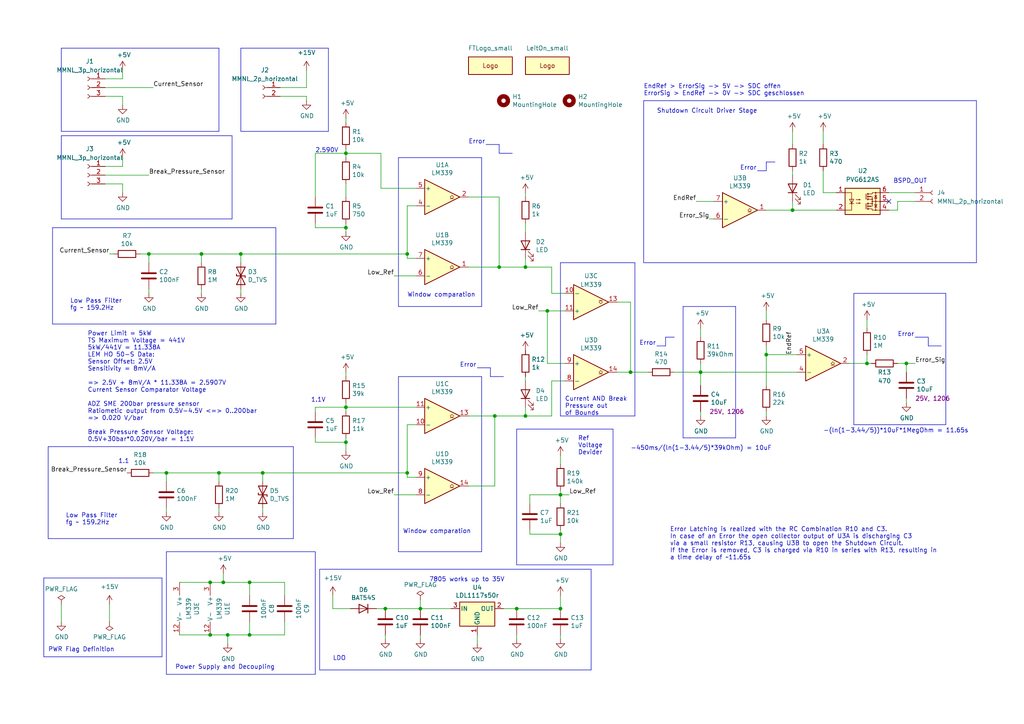
<source format=kicad_sch>
(kicad_sch (version 20230121) (generator eeschema)

  (uuid c0515cd2-cdaa-467e-8354-0f6eadfa35c9)

  (paper "A4")

  (title_block
    (title "BSPD")
    (date "2022-11-28")
    (rev "1")
    (comment 1 "Original: Frederico Boavida")
    (comment 2 "Car - 313")
    (comment 3 "FaSTTUBe - TU Berlin")
  )

  (lib_symbols
    (symbol "Comparator:LM339" (pin_names (offset 0.127)) (in_bom yes) (on_board yes)
      (property "Reference" "U" (at 0 5.08 0)
        (effects (font (size 1.27 1.27)) (justify left))
      )
      (property "Value" "LM339" (at 0 -5.08 0)
        (effects (font (size 1.27 1.27)) (justify left))
      )
      (property "Footprint" "" (at -1.27 2.54 0)
        (effects (font (size 1.27 1.27)) hide)
      )
      (property "Datasheet" "https://www.st.com/resource/en/datasheet/lm139.pdf" (at 1.27 5.08 0)
        (effects (font (size 1.27 1.27)) hide)
      )
      (property "ki_locked" "" (at 0 0 0)
        (effects (font (size 1.27 1.27)))
      )
      (property "ki_keywords" "cmp open collector" (at 0 0 0)
        (effects (font (size 1.27 1.27)) hide)
      )
      (property "ki_description" "Quad Differential Comparators, SOIC-14/TSSOP-14" (at 0 0 0)
        (effects (font (size 1.27 1.27)) hide)
      )
      (property "ki_fp_filters" "SOIC*3.9x8.7mm*P1.27mm* TSSOP*4.4x5mm*P0.65mm*" (at 0 0 0)
        (effects (font (size 1.27 1.27)) hide)
      )
      (symbol "LM339_1_1"
        (polyline
          (pts
            (xy -5.08 5.08)
            (xy 5.08 0)
            (xy -5.08 -5.08)
            (xy -5.08 5.08)
          )
          (stroke (width 0.254) (type default))
          (fill (type background))
        )
        (polyline
          (pts
            (xy 3.302 -0.508)
            (xy 2.794 -0.508)
            (xy 3.302 0)
            (xy 2.794 0.508)
            (xy 2.286 0)
            (xy 2.794 -0.508)
            (xy 2.286 -0.508)
          )
          (stroke (width 0.127) (type default))
          (fill (type none))
        )
        (pin open_collector line (at 7.62 0 180) (length 2.54)
          (name "~" (effects (font (size 1.27 1.27))))
          (number "2" (effects (font (size 1.27 1.27))))
        )
        (pin input line (at -7.62 -2.54 0) (length 2.54)
          (name "-" (effects (font (size 1.27 1.27))))
          (number "4" (effects (font (size 1.27 1.27))))
        )
        (pin input line (at -7.62 2.54 0) (length 2.54)
          (name "+" (effects (font (size 1.27 1.27))))
          (number "5" (effects (font (size 1.27 1.27))))
        )
      )
      (symbol "LM339_2_1"
        (polyline
          (pts
            (xy -5.08 5.08)
            (xy 5.08 0)
            (xy -5.08 -5.08)
            (xy -5.08 5.08)
          )
          (stroke (width 0.254) (type default))
          (fill (type background))
        )
        (polyline
          (pts
            (xy 3.302 -0.508)
            (xy 2.794 -0.508)
            (xy 3.302 0)
            (xy 2.794 0.508)
            (xy 2.286 0)
            (xy 2.794 -0.508)
            (xy 2.286 -0.508)
          )
          (stroke (width 0.127) (type default))
          (fill (type none))
        )
        (pin open_collector line (at 7.62 0 180) (length 2.54)
          (name "~" (effects (font (size 1.27 1.27))))
          (number "1" (effects (font (size 1.27 1.27))))
        )
        (pin input line (at -7.62 -2.54 0) (length 2.54)
          (name "-" (effects (font (size 1.27 1.27))))
          (number "6" (effects (font (size 1.27 1.27))))
        )
        (pin input line (at -7.62 2.54 0) (length 2.54)
          (name "+" (effects (font (size 1.27 1.27))))
          (number "7" (effects (font (size 1.27 1.27))))
        )
      )
      (symbol "LM339_3_1"
        (polyline
          (pts
            (xy -5.08 5.08)
            (xy 5.08 0)
            (xy -5.08 -5.08)
            (xy -5.08 5.08)
          )
          (stroke (width 0.254) (type default))
          (fill (type background))
        )
        (polyline
          (pts
            (xy 3.302 -0.508)
            (xy 2.794 -0.508)
            (xy 3.302 0)
            (xy 2.794 0.508)
            (xy 2.286 0)
            (xy 2.794 -0.508)
            (xy 2.286 -0.508)
          )
          (stroke (width 0.127) (type default))
          (fill (type none))
        )
        (pin input line (at -7.62 -2.54 0) (length 2.54)
          (name "-" (effects (font (size 1.27 1.27))))
          (number "10" (effects (font (size 1.27 1.27))))
        )
        (pin input line (at -7.62 2.54 0) (length 2.54)
          (name "+" (effects (font (size 1.27 1.27))))
          (number "11" (effects (font (size 1.27 1.27))))
        )
        (pin open_collector line (at 7.62 0 180) (length 2.54)
          (name "~" (effects (font (size 1.27 1.27))))
          (number "13" (effects (font (size 1.27 1.27))))
        )
      )
      (symbol "LM339_4_1"
        (polyline
          (pts
            (xy -5.08 5.08)
            (xy 5.08 0)
            (xy -5.08 -5.08)
            (xy -5.08 5.08)
          )
          (stroke (width 0.254) (type default))
          (fill (type background))
        )
        (polyline
          (pts
            (xy 3.302 -0.508)
            (xy 2.794 -0.508)
            (xy 3.302 0)
            (xy 2.794 0.508)
            (xy 2.286 0)
            (xy 2.794 -0.508)
            (xy 2.286 -0.508)
          )
          (stroke (width 0.127) (type default))
          (fill (type none))
        )
        (pin open_collector line (at 7.62 0 180) (length 2.54)
          (name "~" (effects (font (size 1.27 1.27))))
          (number "14" (effects (font (size 1.27 1.27))))
        )
        (pin input line (at -7.62 -2.54 0) (length 2.54)
          (name "-" (effects (font (size 1.27 1.27))))
          (number "8" (effects (font (size 1.27 1.27))))
        )
        (pin input line (at -7.62 2.54 0) (length 2.54)
          (name "+" (effects (font (size 1.27 1.27))))
          (number "9" (effects (font (size 1.27 1.27))))
        )
      )
      (symbol "LM339_5_1"
        (pin power_in line (at -2.54 -7.62 90) (length 3.81)
          (name "V-" (effects (font (size 1.27 1.27))))
          (number "12" (effects (font (size 1.27 1.27))))
        )
        (pin power_in line (at -2.54 7.62 270) (length 3.81)
          (name "V+" (effects (font (size 1.27 1.27))))
          (number "3" (effects (font (size 1.27 1.27))))
        )
      )
    )
    (symbol "Device:C" (pin_numbers hide) (pin_names (offset 0.254)) (in_bom yes) (on_board yes)
      (property "Reference" "C" (at 0.635 2.54 0)
        (effects (font (size 1.27 1.27)) (justify left))
      )
      (property "Value" "C" (at 0.635 -2.54 0)
        (effects (font (size 1.27 1.27)) (justify left))
      )
      (property "Footprint" "" (at 0.9652 -3.81 0)
        (effects (font (size 1.27 1.27)) hide)
      )
      (property "Datasheet" "~" (at 0 0 0)
        (effects (font (size 1.27 1.27)) hide)
      )
      (property "ki_keywords" "cap capacitor" (at 0 0 0)
        (effects (font (size 1.27 1.27)) hide)
      )
      (property "ki_description" "Unpolarized capacitor" (at 0 0 0)
        (effects (font (size 1.27 1.27)) hide)
      )
      (property "ki_fp_filters" "C_*" (at 0 0 0)
        (effects (font (size 1.27 1.27)) hide)
      )
      (symbol "C_0_1"
        (polyline
          (pts
            (xy -2.032 -0.762)
            (xy 2.032 -0.762)
          )
          (stroke (width 0.508) (type default))
          (fill (type none))
        )
        (polyline
          (pts
            (xy -2.032 0.762)
            (xy 2.032 0.762)
          )
          (stroke (width 0.508) (type default))
          (fill (type none))
        )
      )
      (symbol "C_1_1"
        (pin passive line (at 0 3.81 270) (length 2.794)
          (name "~" (effects (font (size 1.27 1.27))))
          (number "1" (effects (font (size 1.27 1.27))))
        )
        (pin passive line (at 0 -3.81 90) (length 2.794)
          (name "~" (effects (font (size 1.27 1.27))))
          (number "2" (effects (font (size 1.27 1.27))))
        )
      )
    )
    (symbol "Device:D" (pin_numbers hide) (pin_names (offset 1.016) hide) (in_bom yes) (on_board yes)
      (property "Reference" "D" (at 0 2.54 0)
        (effects (font (size 1.27 1.27)))
      )
      (property "Value" "D" (at 0 -2.54 0)
        (effects (font (size 1.27 1.27)))
      )
      (property "Footprint" "" (at 0 0 0)
        (effects (font (size 1.27 1.27)) hide)
      )
      (property "Datasheet" "~" (at 0 0 0)
        (effects (font (size 1.27 1.27)) hide)
      )
      (property "ki_keywords" "diode" (at 0 0 0)
        (effects (font (size 1.27 1.27)) hide)
      )
      (property "ki_description" "Diode" (at 0 0 0)
        (effects (font (size 1.27 1.27)) hide)
      )
      (property "ki_fp_filters" "TO-???* *_Diode_* *SingleDiode* D_*" (at 0 0 0)
        (effects (font (size 1.27 1.27)) hide)
      )
      (symbol "D_0_1"
        (polyline
          (pts
            (xy -1.27 1.27)
            (xy -1.27 -1.27)
          )
          (stroke (width 0.254) (type default))
          (fill (type none))
        )
        (polyline
          (pts
            (xy 1.27 0)
            (xy -1.27 0)
          )
          (stroke (width 0) (type default))
          (fill (type none))
        )
        (polyline
          (pts
            (xy 1.27 1.27)
            (xy 1.27 -1.27)
            (xy -1.27 0)
            (xy 1.27 1.27)
          )
          (stroke (width 0.254) (type default))
          (fill (type none))
        )
      )
      (symbol "D_1_1"
        (pin passive line (at -3.81 0 0) (length 2.54)
          (name "K" (effects (font (size 1.27 1.27))))
          (number "1" (effects (font (size 1.27 1.27))))
        )
        (pin passive line (at 3.81 0 180) (length 2.54)
          (name "A" (effects (font (size 1.27 1.27))))
          (number "2" (effects (font (size 1.27 1.27))))
        )
      )
    )
    (symbol "Device:D_TVS" (pin_numbers hide) (pin_names (offset 1.016) hide) (in_bom yes) (on_board yes)
      (property "Reference" "D" (at 0 2.54 0)
        (effects (font (size 1.27 1.27)))
      )
      (property "Value" "D_TVS" (at 0 -2.54 0)
        (effects (font (size 1.27 1.27)))
      )
      (property "Footprint" "" (at 0 0 0)
        (effects (font (size 1.27 1.27)) hide)
      )
      (property "Datasheet" "~" (at 0 0 0)
        (effects (font (size 1.27 1.27)) hide)
      )
      (property "ki_keywords" "diode TVS thyrector" (at 0 0 0)
        (effects (font (size 1.27 1.27)) hide)
      )
      (property "ki_description" "Bidirectional transient-voltage-suppression diode" (at 0 0 0)
        (effects (font (size 1.27 1.27)) hide)
      )
      (property "ki_fp_filters" "TO-???* *_Diode_* *SingleDiode* D_*" (at 0 0 0)
        (effects (font (size 1.27 1.27)) hide)
      )
      (symbol "D_TVS_0_1"
        (polyline
          (pts
            (xy 1.27 0)
            (xy -1.27 0)
          )
          (stroke (width 0) (type default))
          (fill (type none))
        )
        (polyline
          (pts
            (xy 0.508 1.27)
            (xy 0 1.27)
            (xy 0 -1.27)
            (xy -0.508 -1.27)
          )
          (stroke (width 0.254) (type default))
          (fill (type none))
        )
        (polyline
          (pts
            (xy -2.54 1.27)
            (xy -2.54 -1.27)
            (xy 2.54 1.27)
            (xy 2.54 -1.27)
            (xy -2.54 1.27)
          )
          (stroke (width 0.254) (type default))
          (fill (type none))
        )
      )
      (symbol "D_TVS_1_1"
        (pin passive line (at -3.81 0 0) (length 2.54)
          (name "A1" (effects (font (size 1.27 1.27))))
          (number "1" (effects (font (size 1.27 1.27))))
        )
        (pin passive line (at 3.81 0 180) (length 2.54)
          (name "A2" (effects (font (size 1.27 1.27))))
          (number "2" (effects (font (size 1.27 1.27))))
        )
      )
    )
    (symbol "Device:LED" (pin_numbers hide) (pin_names (offset 1.016) hide) (in_bom yes) (on_board yes)
      (property "Reference" "D" (at 0 2.54 0)
        (effects (font (size 1.27 1.27)))
      )
      (property "Value" "LED" (at 0 -2.54 0)
        (effects (font (size 1.27 1.27)))
      )
      (property "Footprint" "" (at 0 0 0)
        (effects (font (size 1.27 1.27)) hide)
      )
      (property "Datasheet" "~" (at 0 0 0)
        (effects (font (size 1.27 1.27)) hide)
      )
      (property "ki_keywords" "LED diode" (at 0 0 0)
        (effects (font (size 1.27 1.27)) hide)
      )
      (property "ki_description" "Light emitting diode" (at 0 0 0)
        (effects (font (size 1.27 1.27)) hide)
      )
      (property "ki_fp_filters" "LED* LED_SMD:* LED_THT:*" (at 0 0 0)
        (effects (font (size 1.27 1.27)) hide)
      )
      (symbol "LED_0_1"
        (polyline
          (pts
            (xy -1.27 -1.27)
            (xy -1.27 1.27)
          )
          (stroke (width 0.254) (type default))
          (fill (type none))
        )
        (polyline
          (pts
            (xy -1.27 0)
            (xy 1.27 0)
          )
          (stroke (width 0) (type default))
          (fill (type none))
        )
        (polyline
          (pts
            (xy 1.27 -1.27)
            (xy 1.27 1.27)
            (xy -1.27 0)
            (xy 1.27 -1.27)
          )
          (stroke (width 0.254) (type default))
          (fill (type none))
        )
        (polyline
          (pts
            (xy -3.048 -0.762)
            (xy -4.572 -2.286)
            (xy -3.81 -2.286)
            (xy -4.572 -2.286)
            (xy -4.572 -1.524)
          )
          (stroke (width 0) (type default))
          (fill (type none))
        )
        (polyline
          (pts
            (xy -1.778 -0.762)
            (xy -3.302 -2.286)
            (xy -2.54 -2.286)
            (xy -3.302 -2.286)
            (xy -3.302 -1.524)
          )
          (stroke (width 0) (type default))
          (fill (type none))
        )
      )
      (symbol "LED_1_1"
        (pin passive line (at -3.81 0 0) (length 2.54)
          (name "K" (effects (font (size 1.27 1.27))))
          (number "1" (effects (font (size 1.27 1.27))))
        )
        (pin passive line (at 3.81 0 180) (length 2.54)
          (name "A" (effects (font (size 1.27 1.27))))
          (number "2" (effects (font (size 1.27 1.27))))
        )
      )
    )
    (symbol "Device:R" (pin_numbers hide) (pin_names (offset 0)) (in_bom yes) (on_board yes)
      (property "Reference" "R" (at 2.032 0 90)
        (effects (font (size 1.27 1.27)))
      )
      (property "Value" "R" (at 0 0 90)
        (effects (font (size 1.27 1.27)))
      )
      (property "Footprint" "" (at -1.778 0 90)
        (effects (font (size 1.27 1.27)) hide)
      )
      (property "Datasheet" "~" (at 0 0 0)
        (effects (font (size 1.27 1.27)) hide)
      )
      (property "ki_keywords" "R res resistor" (at 0 0 0)
        (effects (font (size 1.27 1.27)) hide)
      )
      (property "ki_description" "Resistor" (at 0 0 0)
        (effects (font (size 1.27 1.27)) hide)
      )
      (property "ki_fp_filters" "R_*" (at 0 0 0)
        (effects (font (size 1.27 1.27)) hide)
      )
      (symbol "R_0_1"
        (rectangle (start -1.016 -2.54) (end 1.016 2.54)
          (stroke (width 0.254) (type default))
          (fill (type none))
        )
      )
      (symbol "R_1_1"
        (pin passive line (at 0 3.81 270) (length 1.27)
          (name "~" (effects (font (size 1.27 1.27))))
          (number "1" (effects (font (size 1.27 1.27))))
        )
        (pin passive line (at 0 -3.81 90) (length 1.27)
          (name "~" (effects (font (size 1.27 1.27))))
          (number "2" (effects (font (size 1.27 1.27))))
        )
      )
    )
    (symbol "FaSTTUBe_Power-Switches:PVG612AS" (in_bom yes) (on_board yes)
      (property "Reference" "U" (at -3.81 5.08 0)
        (effects (font (size 1.27 1.27)))
      )
      (property "Value" "PVG612AS" (at 0 -5.08 0)
        (effects (font (size 1.27 1.27)))
      )
      (property "Footprint" "Package_DIP:SMDIP-6_W9.53mm" (at 0 -7.62 0)
        (effects (font (size 1.27 1.27)) hide)
      )
      (property "Datasheet" "https://www.infineon.com/dgdl/Infineon-PVG612A-DataSheet-v01_00-EN.pdf?fileId=5546d462533600a401535683ca14293a" (at 0 -10.16 0)
        (effects (font (size 1.27 1.27)) hide)
      )
      (property "ki_keywords" "photocouplers photorelay solidstate relay normally opened" (at 0 0 0)
        (effects (font (size 1.27 1.27)) hide)
      )
      (property "ki_description" "Photo MOSFET optically coupled, 60VDC, 4A, 35mohm, Isolation 4000 VRMS, SMDIP-6" (at 0 0 0)
        (effects (font (size 1.27 1.27)) hide)
      )
      (property "ki_fp_filters" "DIP*W7.62mm*" (at 0 0 0)
        (effects (font (size 1.27 1.27)) hide)
      )
      (symbol "PVG612AS_0_1"
        (rectangle (start -5.08 3.81) (end 5.08 -3.81)
          (stroke (width 0.254) (type default))
          (fill (type background))
        )
        (polyline
          (pts
            (xy -3.81 -0.635)
            (xy -2.54 -0.635)
          )
          (stroke (width 0) (type default))
          (fill (type none))
        )
        (polyline
          (pts
            (xy 1.016 -0.635)
            (xy 1.016 -2.159)
          )
          (stroke (width 0.2032) (type default))
          (fill (type none))
        )
        (polyline
          (pts
            (xy 1.016 2.159)
            (xy 1.016 0.635)
          )
          (stroke (width 0.2032) (type default))
          (fill (type none))
        )
        (polyline
          (pts
            (xy 1.524 -0.508)
            (xy 1.524 -0.762)
          )
          (stroke (width 0.3556) (type default))
          (fill (type none))
        )
        (polyline
          (pts
            (xy 2.794 0)
            (xy 5.08 0)
          )
          (stroke (width 0) (type default))
          (fill (type none))
        )
        (polyline
          (pts
            (xy 3.429 -1.651)
            (xy 4.191 -1.651)
          )
          (stroke (width 0) (type default))
          (fill (type none))
        )
        (polyline
          (pts
            (xy 3.429 1.651)
            (xy 4.191 1.651)
          )
          (stroke (width 0) (type default))
          (fill (type none))
        )
        (polyline
          (pts
            (xy 3.81 -2.54)
            (xy 3.81 2.54)
          )
          (stroke (width 0) (type default))
          (fill (type none))
        )
        (polyline
          (pts
            (xy 1.524 -2.032)
            (xy 1.524 -2.286)
            (xy 1.524 -2.286)
          )
          (stroke (width 0.3556) (type default))
          (fill (type none))
        )
        (polyline
          (pts
            (xy 1.524 -1.27)
            (xy 1.524 -1.524)
            (xy 1.524 -1.524)
          )
          (stroke (width 0.3556) (type default))
          (fill (type none))
        )
        (polyline
          (pts
            (xy 1.524 0.762)
            (xy 1.524 0.508)
            (xy 1.524 0.508)
          )
          (stroke (width 0.3556) (type default))
          (fill (type none))
        )
        (polyline
          (pts
            (xy 1.524 1.524)
            (xy 1.524 1.27)
            (xy 1.524 1.27)
          )
          (stroke (width 0.3556) (type default))
          (fill (type none))
        )
        (polyline
          (pts
            (xy 1.524 2.286)
            (xy 1.524 2.032)
            (xy 1.524 2.032)
          )
          (stroke (width 0.3556) (type default))
          (fill (type none))
        )
        (polyline
          (pts
            (xy 1.651 -1.397)
            (xy 2.794 -1.397)
            (xy 2.794 -0.635)
          )
          (stroke (width 0) (type default))
          (fill (type none))
        )
        (polyline
          (pts
            (xy 1.651 1.397)
            (xy 2.794 1.397)
            (xy 2.794 0.635)
          )
          (stroke (width 0) (type default))
          (fill (type none))
        )
        (polyline
          (pts
            (xy -5.08 2.54)
            (xy -3.175 2.54)
            (xy -3.175 -2.54)
            (xy -5.08 -2.54)
          )
          (stroke (width 0) (type default))
          (fill (type none))
        )
        (polyline
          (pts
            (xy -3.175 -0.635)
            (xy -3.81 0.635)
            (xy -2.54 0.635)
            (xy -3.175 -0.635)
          )
          (stroke (width 0) (type default))
          (fill (type none))
        )
        (polyline
          (pts
            (xy 1.651 -2.159)
            (xy 2.794 -2.159)
            (xy 2.794 -2.54)
            (xy 5.08 -2.54)
          )
          (stroke (width 0) (type default))
          (fill (type none))
        )
        (polyline
          (pts
            (xy 1.651 -0.635)
            (xy 2.794 -0.635)
            (xy 2.794 0.635)
            (xy 1.651 0.635)
          )
          (stroke (width 0) (type default))
          (fill (type none))
        )
        (polyline
          (pts
            (xy 1.651 2.159)
            (xy 2.794 2.159)
            (xy 2.794 2.54)
            (xy 5.08 2.54)
          )
          (stroke (width 0) (type default))
          (fill (type none))
        )
        (polyline
          (pts
            (xy 1.778 -1.397)
            (xy 2.286 -1.27)
            (xy 2.286 -1.524)
            (xy 1.778 -1.397)
          )
          (stroke (width 0) (type default))
          (fill (type none))
        )
        (polyline
          (pts
            (xy 1.778 1.397)
            (xy 2.286 1.524)
            (xy 2.286 1.27)
            (xy 1.778 1.397)
          )
          (stroke (width 0) (type default))
          (fill (type none))
        )
        (polyline
          (pts
            (xy 3.81 -1.651)
            (xy 3.429 -0.889)
            (xy 4.191 -0.889)
            (xy 3.81 -1.651)
          )
          (stroke (width 0) (type default))
          (fill (type none))
        )
        (polyline
          (pts
            (xy 3.81 1.651)
            (xy 3.429 0.889)
            (xy 4.191 0.889)
            (xy 3.81 1.651)
          )
          (stroke (width 0) (type default))
          (fill (type none))
        )
        (polyline
          (pts
            (xy -1.905 -0.508)
            (xy -0.635 -0.508)
            (xy -1.016 -0.635)
            (xy -1.016 -0.381)
            (xy -0.635 -0.508)
          )
          (stroke (width 0) (type default))
          (fill (type none))
        )
        (polyline
          (pts
            (xy -1.905 0.508)
            (xy -0.635 0.508)
            (xy -1.016 0.381)
            (xy -1.016 0.635)
            (xy -0.635 0.508)
          )
          (stroke (width 0) (type default))
          (fill (type none))
        )
        (circle (center 2.794 -0.635) (radius 0.127)
          (stroke (width 0) (type default))
          (fill (type none))
        )
        (circle (center 2.794 0) (radius 0.127)
          (stroke (width 0) (type default))
          (fill (type none))
        )
        (circle (center 2.794 0.635) (radius 0.127)
          (stroke (width 0) (type default))
          (fill (type none))
        )
        (circle (center 3.81 -2.54) (radius 0.127)
          (stroke (width 0) (type default))
          (fill (type none))
        )
        (circle (center 3.81 0) (radius 0.127)
          (stroke (width 0) (type default))
          (fill (type none))
        )
        (circle (center 3.81 2.54) (radius 0.127)
          (stroke (width 0) (type default))
          (fill (type none))
        )
      )
      (symbol "PVG612AS_1_1"
        (pin passive line (at -7.62 2.54 0) (length 2.54)
          (name "~" (effects (font (size 1.27 1.27))))
          (number "1" (effects (font (size 1.27 1.27))))
        )
        (pin passive line (at -7.62 -2.54 0) (length 2.54)
          (name "~" (effects (font (size 1.27 1.27))))
          (number "2" (effects (font (size 1.27 1.27))))
        )
        (pin no_connect line (at -5.08 0 0) (length 2.54) hide
          (name "~" (effects (font (size 1.27 1.27))))
          (number "3" (effects (font (size 1.27 1.27))))
        )
        (pin passive line (at 7.62 -2.54 180) (length 2.54)
          (name "~" (effects (font (size 1.27 1.27))))
          (number "4" (effects (font (size 1.27 1.27))))
        )
        (pin passive line (at 7.62 0 180) (length 2.54)
          (name "~" (effects (font (size 1.27 1.27))))
          (number "5" (effects (font (size 1.27 1.27))))
        )
        (pin passive line (at 7.62 2.54 180) (length 2.54)
          (name "~" (effects (font (size 1.27 1.27))))
          (number "6" (effects (font (size 1.27 1.27))))
        )
      )
    )
    (symbol "FaSTTUBe_connectors:MMNL_2p_horizontal" (pin_names (offset 1.016) hide) (in_bom yes) (on_board yes)
      (property "Reference" "J" (at 0 2.54 0)
        (effects (font (size 1.27 1.27)))
      )
      (property "Value" "MMNL_2p_horizontal" (at 0 -5.08 0)
        (effects (font (size 1.27 1.27)))
      )
      (property "Footprint" "FaSTTUBe_connectors:Micro_Mate-N-Lok_2p_horizontal" (at 0 5.08 0)
        (effects (font (size 1.27 1.27)) hide)
      )
      (property "Datasheet" "~" (at 0 0 0)
        (effects (font (size 1.27 1.27)) hide)
      )
      (property "ki_keywords" "connector mate-n-lok" (at 0 0 0)
        (effects (font (size 1.27 1.27)) hide)
      )
      (property "ki_description" "Micro Mate-N-Lok, single row, 2 position, SMD, horizontal" (at 0 0 0)
        (effects (font (size 1.27 1.27)) hide)
      )
      (property "ki_fp_filters" "Connector*:*_1x??_*" (at 0 0 0)
        (effects (font (size 1.27 1.27)) hide)
      )
      (symbol "MMNL_2p_horizontal_1_1"
        (arc (start 0 -2.032) (mid -0.5058 -2.54) (end 0 -3.048)
          (stroke (width 0.1524) (type default))
          (fill (type none))
        )
        (polyline
          (pts
            (xy -1.27 -2.54)
            (xy -0.508 -2.54)
          )
          (stroke (width 0.1524) (type default))
          (fill (type none))
        )
        (polyline
          (pts
            (xy -1.27 0)
            (xy -0.508 0)
          )
          (stroke (width 0.1524) (type default))
          (fill (type none))
        )
        (arc (start 0 0.508) (mid -0.5058 0) (end 0 -0.508)
          (stroke (width 0.1524) (type default))
          (fill (type none))
        )
        (pin passive line (at -5.08 0 0) (length 3.81)
          (name "Pin_1" (effects (font (size 1.27 1.27))))
          (number "1" (effects (font (size 1.27 1.27))))
        )
        (pin passive line (at -5.08 -2.54 0) (length 3.81)
          (name "Pin_2" (effects (font (size 1.27 1.27))))
          (number "2" (effects (font (size 1.27 1.27))))
        )
      )
    )
    (symbol "FaSTTUBe_connectors:MMNL_3p_horizontal" (pin_names (offset 1.016) hide) (in_bom yes) (on_board yes)
      (property "Reference" "J" (at 0 5.08 0)
        (effects (font (size 1.27 1.27)))
      )
      (property "Value" "MMNL_3p_horizontal" (at 0 -5.08 0)
        (effects (font (size 1.27 1.27)))
      )
      (property "Footprint" "FaSTTUBe_connectors:Micro_Mate-N-Lok_3p_horizontal" (at 0 0 0)
        (effects (font (size 1.27 1.27)) hide)
      )
      (property "Datasheet" "~" (at 0 0 0)
        (effects (font (size 1.27 1.27)) hide)
      )
      (property "ki_keywords" "connector" (at 0 0 0)
        (effects (font (size 1.27 1.27)) hide)
      )
      (property "ki_description" "Micro Mate-N-Lok, single row, 3 position, SMD, horizontal" (at 0 0 0)
        (effects (font (size 1.27 1.27)) hide)
      )
      (property "ki_fp_filters" "Connector*:*_1x??_*" (at 0 0 0)
        (effects (font (size 1.27 1.27)) hide)
      )
      (symbol "MMNL_3p_horizontal_1_1"
        (arc (start 0 -2.032) (mid -0.5058 -2.54) (end 0 -3.048)
          (stroke (width 0.1524) (type default))
          (fill (type none))
        )
        (polyline
          (pts
            (xy -1.27 -2.54)
            (xy -0.508 -2.54)
          )
          (stroke (width 0.1524) (type default))
          (fill (type none))
        )
        (polyline
          (pts
            (xy -1.27 0)
            (xy -0.508 0)
          )
          (stroke (width 0.1524) (type default))
          (fill (type none))
        )
        (polyline
          (pts
            (xy -1.27 2.54)
            (xy -0.508 2.54)
          )
          (stroke (width 0.1524) (type default))
          (fill (type none))
        )
        (arc (start 0 0.508) (mid -0.5058 0) (end 0 -0.508)
          (stroke (width 0.1524) (type default))
          (fill (type none))
        )
        (arc (start 0 3.048) (mid -0.5058 2.54) (end 0 2.032)
          (stroke (width 0.1524) (type default))
          (fill (type none))
        )
        (pin passive line (at -5.08 2.54 0) (length 3.81)
          (name "Pin_1" (effects (font (size 1.27 1.27))))
          (number "1" (effects (font (size 1.27 1.27))))
        )
        (pin passive line (at -5.08 0 0) (length 3.81)
          (name "Pin_2" (effects (font (size 1.27 1.27))))
          (number "2" (effects (font (size 1.27 1.27))))
        )
        (pin passive line (at -5.08 -2.54 0) (length 3.81)
          (name "Pin_3" (effects (font (size 1.27 1.27))))
          (number "3" (effects (font (size 1.27 1.27))))
        )
      )
    )
    (symbol "FaSTTUBe_logos:FTLogo_small" (in_bom yes) (on_board yes)
      (property "Reference" "#Logo" (at 0 3.81 0)
        (effects (font (size 1.27 1.27)) hide)
      )
      (property "Value" "FTLogo_small" (at 0 -3.81 0)
        (effects (font (size 1.27 1.27)))
      )
      (property "Footprint" "FaSTTUBe_logos:FTLogo_small" (at 0 -3.81 0)
        (effects (font (size 1.27 1.27)) hide)
      )
      (property "Datasheet" "" (at 0 0 0)
        (effects (font (size 1.27 1.27)) hide)
      )
      (symbol "FTLogo_small_0_0"
        (text "Logo" (at 0 0 0)
          (effects (font (size 1.27 1.27)))
        )
      )
      (symbol "FTLogo_small_0_1"
        (rectangle (start -6.35 2.54) (end 6.35 -2.54)
          (stroke (width 0.254) (type default))
          (fill (type background))
        )
      )
    )
    (symbol "FaSTTUBe_logos:LeitOn_small" (in_bom yes) (on_board yes)
      (property "Reference" "#Logo" (at 0 3.81 0)
        (effects (font (size 1.27 1.27)) hide)
      )
      (property "Value" "LeitOn_small" (at 0 -3.81 0)
        (effects (font (size 1.27 1.27)))
      )
      (property "Footprint" "FaSTTUBe_logos:LeitOn_small" (at 0 -3.81 0)
        (effects (font (size 1.27 1.27)) hide)
      )
      (property "Datasheet" "" (at 0 0 0)
        (effects (font (size 1.27 1.27)) hide)
      )
      (symbol "LeitOn_small_0_0"
        (text "Logo" (at 0 0 0)
          (effects (font (size 1.27 1.27)))
        )
      )
      (symbol "LeitOn_small_0_1"
        (rectangle (start -6.35 2.54) (end 6.35 -2.54)
          (stroke (width 0.254) (type default))
          (fill (type background))
        )
      )
    )
    (symbol "Mechanical:MountingHole" (pin_names (offset 1.016)) (in_bom yes) (on_board yes)
      (property "Reference" "H" (at 0 5.08 0)
        (effects (font (size 1.27 1.27)))
      )
      (property "Value" "MountingHole" (at 0 3.175 0)
        (effects (font (size 1.27 1.27)))
      )
      (property "Footprint" "" (at 0 0 0)
        (effects (font (size 1.27 1.27)) hide)
      )
      (property "Datasheet" "~" (at 0 0 0)
        (effects (font (size 1.27 1.27)) hide)
      )
      (property "ki_keywords" "mounting hole" (at 0 0 0)
        (effects (font (size 1.27 1.27)) hide)
      )
      (property "ki_description" "Mounting Hole without connection" (at 0 0 0)
        (effects (font (size 1.27 1.27)) hide)
      )
      (property "ki_fp_filters" "MountingHole*" (at 0 0 0)
        (effects (font (size 1.27 1.27)) hide)
      )
      (symbol "MountingHole_0_1"
        (circle (center 0 0) (radius 1.27)
          (stroke (width 1.27) (type default))
          (fill (type none))
        )
      )
    )
    (symbol "Regulator_Linear:L7805" (pin_names (offset 0.254)) (in_bom yes) (on_board yes)
      (property "Reference" "U4" (at 0 6.1468 0)
        (effects (font (size 1.27 1.27)))
      )
      (property "Value" "LDL1117s50r" (at 0 3.8354 0)
        (effects (font (size 1.27 1.27)))
      )
      (property "Footprint" "Package_TO_SOT_SMD:SOT-223-3_TabPin2" (at 0.635 -3.81 0)
        (effects (font (size 1.27 1.27) italic) (justify left) hide)
      )
      (property "Datasheet" "http://www.st.com/content/ccc/resource/technical/document/datasheet/41/4f/b3/b0/12/d4/47/88/CD00000444.pdf/files/CD00000444.pdf/jcr:content/translations/en.CD00000444.pdf" (at 0 -1.27 0)
        (effects (font (size 1.27 1.27)) hide)
      )
      (property "ki_keywords" "Voltage Regulator 1.5A Positive" (at 0 0 0)
        (effects (font (size 1.27 1.27)) hide)
      )
      (property "ki_description" "Positive 1.5A 35V Linear Regulator, Fixed Output 5V, TO-220/TO-263/TO-252" (at 0 0 0)
        (effects (font (size 1.27 1.27)) hide)
      )
      (property "ki_fp_filters" "TO?252* TO?263* TO?220*" (at 0 0 0)
        (effects (font (size 1.27 1.27)) hide)
      )
      (symbol "L7805_0_1"
        (rectangle (start -5.08 1.905) (end 5.08 -5.08)
          (stroke (width 0.254) (type default))
          (fill (type background))
        )
      )
      (symbol "L7805_1_1"
        (pin power_in line (at 0 -7.62 90) (length 2.54)
          (name "GND" (effects (font (size 1.27 1.27))))
          (number "1" (effects (font (size 1.27 1.27))))
        )
        (pin power_out line (at 7.62 0 180) (length 2.54)
          (name "OUT" (effects (font (size 1.27 1.27))))
          (number "2" (effects (font (size 1.27 1.27))))
        )
        (pin power_in line (at -7.62 0 0) (length 2.54)
          (name "IN" (effects (font (size 1.27 1.27))))
          (number "3" (effects (font (size 1.27 1.27))))
        )
      )
    )
    (symbol "power:+15V" (power) (pin_names (offset 0)) (in_bom yes) (on_board yes)
      (property "Reference" "#PWR" (at 0 -3.81 0)
        (effects (font (size 1.27 1.27)) hide)
      )
      (property "Value" "+15V" (at 0 3.556 0)
        (effects (font (size 1.27 1.27)))
      )
      (property "Footprint" "" (at 0 0 0)
        (effects (font (size 1.27 1.27)) hide)
      )
      (property "Datasheet" "" (at 0 0 0)
        (effects (font (size 1.27 1.27)) hide)
      )
      (property "ki_keywords" "power-flag" (at 0 0 0)
        (effects (font (size 1.27 1.27)) hide)
      )
      (property "ki_description" "Power symbol creates a global label with name \"+15V\"" (at 0 0 0)
        (effects (font (size 1.27 1.27)) hide)
      )
      (symbol "+15V_0_1"
        (polyline
          (pts
            (xy -0.762 1.27)
            (xy 0 2.54)
          )
          (stroke (width 0) (type default))
          (fill (type none))
        )
        (polyline
          (pts
            (xy 0 0)
            (xy 0 2.54)
          )
          (stroke (width 0) (type default))
          (fill (type none))
        )
        (polyline
          (pts
            (xy 0 2.54)
            (xy 0.762 1.27)
          )
          (stroke (width 0) (type default))
          (fill (type none))
        )
      )
      (symbol "+15V_1_1"
        (pin power_in line (at 0 0 90) (length 0) hide
          (name "+15V" (effects (font (size 1.27 1.27))))
          (number "1" (effects (font (size 1.27 1.27))))
        )
      )
    )
    (symbol "power:+5V" (power) (pin_names (offset 0)) (in_bom yes) (on_board yes)
      (property "Reference" "#PWR" (at 0 -3.81 0)
        (effects (font (size 1.27 1.27)) hide)
      )
      (property "Value" "+5V" (at 0 3.556 0)
        (effects (font (size 1.27 1.27)))
      )
      (property "Footprint" "" (at 0 0 0)
        (effects (font (size 1.27 1.27)) hide)
      )
      (property "Datasheet" "" (at 0 0 0)
        (effects (font (size 1.27 1.27)) hide)
      )
      (property "ki_keywords" "power-flag" (at 0 0 0)
        (effects (font (size 1.27 1.27)) hide)
      )
      (property "ki_description" "Power symbol creates a global label with name \"+5V\"" (at 0 0 0)
        (effects (font (size 1.27 1.27)) hide)
      )
      (symbol "+5V_0_1"
        (polyline
          (pts
            (xy -0.762 1.27)
            (xy 0 2.54)
          )
          (stroke (width 0) (type default))
          (fill (type none))
        )
        (polyline
          (pts
            (xy 0 0)
            (xy 0 2.54)
          )
          (stroke (width 0) (type default))
          (fill (type none))
        )
        (polyline
          (pts
            (xy 0 2.54)
            (xy 0.762 1.27)
          )
          (stroke (width 0) (type default))
          (fill (type none))
        )
      )
      (symbol "+5V_1_1"
        (pin power_in line (at 0 0 90) (length 0) hide
          (name "+5V" (effects (font (size 1.27 1.27))))
          (number "1" (effects (font (size 1.27 1.27))))
        )
      )
    )
    (symbol "power:GND" (power) (pin_names (offset 0)) (in_bom yes) (on_board yes)
      (property "Reference" "#PWR" (at 0 -6.35 0)
        (effects (font (size 1.27 1.27)) hide)
      )
      (property "Value" "GND" (at 0 -3.81 0)
        (effects (font (size 1.27 1.27)))
      )
      (property "Footprint" "" (at 0 0 0)
        (effects (font (size 1.27 1.27)) hide)
      )
      (property "Datasheet" "" (at 0 0 0)
        (effects (font (size 1.27 1.27)) hide)
      )
      (property "ki_keywords" "power-flag" (at 0 0 0)
        (effects (font (size 1.27 1.27)) hide)
      )
      (property "ki_description" "Power symbol creates a global label with name \"GND\" , ground" (at 0 0 0)
        (effects (font (size 1.27 1.27)) hide)
      )
      (symbol "GND_0_1"
        (polyline
          (pts
            (xy 0 0)
            (xy 0 -1.27)
            (xy 1.27 -1.27)
            (xy 0 -2.54)
            (xy -1.27 -1.27)
            (xy 0 -1.27)
          )
          (stroke (width 0) (type default))
          (fill (type none))
        )
      )
      (symbol "GND_1_1"
        (pin power_in line (at 0 0 270) (length 0) hide
          (name "GND" (effects (font (size 1.27 1.27))))
          (number "1" (effects (font (size 1.27 1.27))))
        )
      )
    )
    (symbol "power:PWR_FLAG" (power) (pin_numbers hide) (pin_names (offset 0) hide) (in_bom yes) (on_board yes)
      (property "Reference" "#FLG" (at 0 1.905 0)
        (effects (font (size 1.27 1.27)) hide)
      )
      (property "Value" "PWR_FLAG" (at 0 3.81 0)
        (effects (font (size 1.27 1.27)))
      )
      (property "Footprint" "" (at 0 0 0)
        (effects (font (size 1.27 1.27)) hide)
      )
      (property "Datasheet" "~" (at 0 0 0)
        (effects (font (size 1.27 1.27)) hide)
      )
      (property "ki_keywords" "power-flag" (at 0 0 0)
        (effects (font (size 1.27 1.27)) hide)
      )
      (property "ki_description" "Special symbol for telling ERC where power comes from" (at 0 0 0)
        (effects (font (size 1.27 1.27)) hide)
      )
      (symbol "PWR_FLAG_0_0"
        (pin power_out line (at 0 0 90) (length 0)
          (name "pwr" (effects (font (size 1.27 1.27))))
          (number "1" (effects (font (size 1.27 1.27))))
        )
      )
      (symbol "PWR_FLAG_0_1"
        (polyline
          (pts
            (xy 0 0)
            (xy 0 1.27)
            (xy -1.016 1.905)
            (xy 0 2.54)
            (xy 1.016 1.905)
            (xy 0 1.27)
          )
          (stroke (width 0) (type default))
          (fill (type none))
        )
      )
    )
  )

  (junction (at 60.96 184.15) (diameter 0) (color 0 0 0 0)
    (uuid 008da5b9-6f95-4113-b7d0-d93ac62efd33)
  )
  (junction (at 203.2 107.95) (diameter 0) (color 0 0 0 0)
    (uuid 0e1ed1c5-7428-4dc7-b76e-49b2d5f8177d)
  )
  (junction (at 64.77 168.91) (diameter 0) (color 0 0 0 0)
    (uuid 0fafc6b9-fd35-4a55-9270-7a8e7ce3cb13)
  )
  (junction (at 144.78 77.47) (diameter 0) (color 0 0 0 0)
    (uuid 10e52e95-44f3-4059-a86d-dcda603e0623)
  )
  (junction (at 72.39 168.91) (diameter 0) (color 0 0 0 0)
    (uuid 12a24e86-2c38-4685-bba9-fff8dddb4cb0)
  )
  (junction (at 100.33 44.45) (diameter 0) (color 0 0 0 0)
    (uuid 1b023dd4-5185-4576-b544-68a05b9c360b)
  )
  (junction (at 118.11 137.16) (diameter 0) (color 0 0 0 0)
    (uuid 20caf6d2-76a7-497e-ac56-f6d31eb9027b)
  )
  (junction (at 229.87 60.96) (diameter 0) (color 0 0 0 0)
    (uuid 224768bc-6009-43ba-aa4a-70cbaa15b5a3)
  )
  (junction (at 100.33 128.27) (diameter 0) (color 0 0 0 0)
    (uuid 241e0c85-4796-48eb-a5a0-1c0f2d6e5910)
  )
  (junction (at 162.56 143.51) (diameter 0) (color 0 0 0 0)
    (uuid 337e8520-cbd2-42c0-8d17-743bab17cbbd)
  )
  (junction (at 118.11 73.66) (diameter 0) (color 0 0 0 0)
    (uuid 3a70978e-dcc2-4620-a99c-514362812927)
  )
  (junction (at 251.46 105.41) (diameter 0) (color 0 0 0 0)
    (uuid 5b34a16c-5a14-4291-8242-ea6d6ac54372)
  )
  (junction (at 60.96 168.91) (diameter 0) (color 0 0 0 0)
    (uuid 5d3d7893-1d11-4f1d-9052-85cf0e07d281)
  )
  (junction (at 48.26 137.16) (diameter 0) (color 0 0 0 0)
    (uuid 60dcd1fe-7079-4cb8-b509-04558ccf5097)
  )
  (junction (at 162.56 176.53) (diameter 0) (color 0 0 0 0)
    (uuid 6241e6d3-a754-45b6-9f7c-e43019b93226)
  )
  (junction (at 69.85 73.66) (diameter 0) (color 0 0 0 0)
    (uuid 62a1f3d4-027d-4ecf-a37a-6fcf4263e9d2)
  )
  (junction (at 143.51 120.65) (diameter 0) (color 0 0 0 0)
    (uuid 62e8c4d4-266c-4e53-8981-1028251d724c)
  )
  (junction (at 158.75 90.17) (diameter 0) (color 0 0 0 0)
    (uuid 637f12be-fa48-4ce4-96b2-04c21a8795c8)
  )
  (junction (at 111.76 176.53) (diameter 0) (color 0 0 0 0)
    (uuid 6d1d60ff-408a-47a7-892f-c5cf9ef6ca75)
  )
  (junction (at 262.89 105.41) (diameter 0) (color 0 0 0 0)
    (uuid 6f580eb1-88cc-489d-a7ca-9efa5e590715)
  )
  (junction (at 76.2 137.16) (diameter 0) (color 0 0 0 0)
    (uuid 759788bd-3cb9-4d38-b58c-5cb10b7dca6b)
  )
  (junction (at 43.18 73.66) (diameter 0) (color 0 0 0 0)
    (uuid 789ca812-3e0c-4a3f-97bc-a916dd9bce80)
  )
  (junction (at 100.33 66.04) (diameter 0) (color 0 0 0 0)
    (uuid 7f9683c1-2203-43df-8fa1-719a0dc360df)
  )
  (junction (at 222.25 102.87) (diameter 0) (color 0 0 0 0)
    (uuid 84d296ba-3d39-4264-ad19-947f90c54396)
  )
  (junction (at 121.92 176.53) (diameter 0) (color 0 0 0 0)
    (uuid 9f782c92-a5e8-49db-bfda-752b35522ce4)
  )
  (junction (at 182.88 107.95) (diameter 0) (color 0 0 0 0)
    (uuid a5c8e189-1ddc-4a66-984b-e0fd1529d346)
  )
  (junction (at 66.04 184.15) (diameter 0) (color 0 0 0 0)
    (uuid a7f25f41-0b4c-4430-b6cd-b2160b2db099)
  )
  (junction (at 72.39 184.15) (diameter 0) (color 0 0 0 0)
    (uuid b8b961e9-8a60-45fc-999a-a7a3baff4e0d)
  )
  (junction (at 162.56 154.94) (diameter 0) (color 0 0 0 0)
    (uuid c873689a-d206-42f5-aead-9199b4d63f51)
  )
  (junction (at 63.5 137.16) (diameter 0) (color 0 0 0 0)
    (uuid d9c6d5d2-0b49-49ba-a970-cd2c32f74c54)
  )
  (junction (at 58.42 73.66) (diameter 0) (color 0 0 0 0)
    (uuid e1535036-5d36-405f-bb86-3819621c4f23)
  )
  (junction (at 152.4 77.47) (diameter 0) (color 0 0 0 0)
    (uuid e70b6168-f98e-4322-bc55-500948ef7b77)
  )
  (junction (at 100.33 118.11) (diameter 0) (color 0 0 0 0)
    (uuid e7d81bce-286e-41e4-9181-3511e9c0455e)
  )
  (junction (at 149.86 176.53) (diameter 0) (color 0 0 0 0)
    (uuid f1782535-55f4-4299-bd4f-6f51b0b7259c)
  )
  (junction (at 152.4 120.65) (diameter 0) (color 0 0 0 0)
    (uuid fa00d3f4-bb71-4b1d-aa40-ae9267e2c41f)
  )

  (no_connect (at 257.81 58.42) (uuid 143150b2-2c06-4b44-b82f-d0a0b1481678))

  (wire (pts (xy 182.88 87.63) (xy 179.07 87.63))
    (stroke (width 0) (type default))
    (uuid 0351df45-d042-41d4-ba35-88092c7be2fc)
  )
  (polyline (pts (xy 193.04 97.79) (xy 195.58 97.79))
    (stroke (width 0) (type solid))
    (uuid 04b8e903-9b4a-4437-a707-137b57e926ed)
  )
  (polyline (pts (xy 140.97 41.91) (xy 144.78 41.91))
    (stroke (width 0) (type solid))
    (uuid 04e34059-fe05-45fd-a578-e2f4142d9779)
  )

  (wire (pts (xy 260.35 58.42) (xy 265.43 58.42))
    (stroke (width 0) (type default))
    (uuid 0724983e-96d5-4540-a95e-8c70fda8d211)
  )
  (polyline (pts (xy 213.36 88.9) (xy 198.12 88.9))
    (stroke (width 0) (type default))
    (uuid 07d160b6-23e1-4aa0-95cb-440482e6fc15)
  )

  (wire (pts (xy 229.87 38.1) (xy 229.87 41.91))
    (stroke (width 0) (type default))
    (uuid 0bcafe80-ffba-4f1e-ae51-95a595b006db)
  )
  (polyline (pts (xy 92.71 194.31) (xy 171.45 194.31))
    (stroke (width 0) (type default))
    (uuid 0cbeb329-a88d-4a47-a5c2-a1d693de2f8c)
  )

  (wire (pts (xy 30.48 53.34) (xy 35.56 53.34))
    (stroke (width 0) (type default))
    (uuid 0cc87d8a-162d-41df-a66a-c643742dfa29)
  )
  (wire (pts (xy 91.44 128.27) (xy 100.33 128.27))
    (stroke (width 0) (type default))
    (uuid 0cc9bf07-55b9-458f-b8aa-41b2f51fa940)
  )
  (wire (pts (xy 66.04 184.15) (xy 72.39 184.15))
    (stroke (width 0) (type default))
    (uuid 0ceb97d6-1b0f-4b71-921e-b0955c30c998)
  )
  (wire (pts (xy 100.33 116.84) (xy 100.33 118.11))
    (stroke (width 0) (type default))
    (uuid 0dfdfa9f-1e3f-4e14-b64b-12bde76a80c7)
  )
  (polyline (pts (xy 15.24 66.04) (xy 80.01 66.04))
    (stroke (width 0) (type default))
    (uuid 0e249018-17e7-42b3-ae5d-5ebf3ae299ae)
  )

  (wire (pts (xy 160.02 85.09) (xy 160.02 77.47))
    (stroke (width 0) (type default))
    (uuid 0fc5db66-6188-4c1f-bb14-0868bef113eb)
  )
  (wire (pts (xy 58.42 76.2) (xy 58.42 73.66))
    (stroke (width 0) (type default))
    (uuid 0ff508fd-18da-4ab7-9844-3c8a28c2587e)
  )
  (wire (pts (xy 162.56 172.72) (xy 162.56 176.53))
    (stroke (width 0) (type default))
    (uuid 1241b7f2-e266-4f5c-8a97-9f0f9d0eef37)
  )
  (polyline (pts (xy 69.85 38.1) (xy 95.25 38.1))
    (stroke (width 0) (type default))
    (uuid 14094ad2-b562-4efa-8c6f-51d7a3134345)
  )
  (polyline (pts (xy 67.31 63.5) (xy 17.78 63.5))
    (stroke (width 0) (type default))
    (uuid 1427bb3f-0689-4b41-a816-cd79a5202fd0)
  )

  (wire (pts (xy 152.4 64.77) (xy 152.4 67.31))
    (stroke (width 0) (type default))
    (uuid 142dd724-2a9f-4eea-ab21-209b1bc7ec65)
  )
  (wire (pts (xy 163.83 85.09) (xy 160.02 85.09))
    (stroke (width 0) (type default))
    (uuid 15a82541-58d8-45b5-99c5-fb52e017e3ea)
  )
  (wire (pts (xy 40.64 73.66) (xy 43.18 73.66))
    (stroke (width 0) (type default))
    (uuid 16a9ae8c-3ad2-439b-8efe-377c994670c7)
  )
  (wire (pts (xy 76.2 148.59) (xy 76.2 147.32))
    (stroke (width 0) (type default))
    (uuid 18c61c95-8af1-4986-b67e-c7af9c15ab6b)
  )
  (wire (pts (xy 222.25 111.76) (xy 222.25 102.87))
    (stroke (width 0) (type default))
    (uuid 18d11f32-e1a6-4f29-8e3c-0bfeb07299bd)
  )
  (wire (pts (xy 118.11 59.69) (xy 118.11 73.66))
    (stroke (width 0) (type default))
    (uuid 1a6d2848-e78e-49fe-8978-e1890f07836f)
  )
  (wire (pts (xy 158.75 105.41) (xy 163.83 105.41))
    (stroke (width 0) (type default))
    (uuid 1ab71a3c-340b-469a-ada5-4f87f0b7b2fa)
  )
  (polyline (pts (xy 162.56 76.2) (xy 184.15 76.2))
    (stroke (width 0) (type default))
    (uuid 1cb22080-0f59-4c18-a6e6-8685ef44ec53)
  )

  (wire (pts (xy 165.1 143.51) (xy 162.56 143.51))
    (stroke (width 0) (type default))
    (uuid 1dfbf353-5b24-4c0f-8322-8fcd514ae75e)
  )
  (polyline (pts (xy 213.36 127) (xy 213.36 88.9))
    (stroke (width 0) (type default))
    (uuid 1e48966e-d29d-4521-8939-ec8ac570431d)
  )

  (wire (pts (xy 121.92 184.15) (xy 121.92 185.42))
    (stroke (width 0) (type default))
    (uuid 1f8b2c0c-b042-4e2e-80f6-4959a27b238f)
  )
  (wire (pts (xy 88.9 25.4) (xy 88.9 20.32))
    (stroke (width 0) (type default))
    (uuid 1fbb0219-551e-409b-a61b-76e8cebdfb9d)
  )
  (wire (pts (xy 153.67 143.51) (xy 162.56 143.51))
    (stroke (width 0) (type default))
    (uuid 212bf70c-2324-47d9-8700-59771063baeb)
  )
  (wire (pts (xy 260.35 60.96) (xy 260.35 58.42))
    (stroke (width 0) (type default))
    (uuid 217dd865-d0e3-41ba-9951-0e76636ae242)
  )
  (polyline (pts (xy 115.57 160.02) (xy 139.7 160.02))
    (stroke (width 0) (type default))
    (uuid 235067e2-1686-40fe-a9a0-61704311b2b1)
  )

  (wire (pts (xy 195.58 107.95) (xy 203.2 107.95))
    (stroke (width 0) (type default))
    (uuid 240e5dac-6242-47a5-bbef-f76d11c715c0)
  )
  (polyline (pts (xy 274.32 85.09) (xy 274.32 123.19))
    (stroke (width 0) (type default))
    (uuid 24b72b0d-63b8-4e06-89d0-e94dcf39a600)
  )

  (wire (pts (xy 135.89 77.47) (xy 144.78 77.47))
    (stroke (width 0) (type default))
    (uuid 252f1275-081d-4d77-8bd5-3b9e6916ef42)
  )
  (wire (pts (xy 64.77 166.37) (xy 64.77 168.91))
    (stroke (width 0) (type default))
    (uuid 27b2eb82-662b-42d8-90e6-830fec4bb8d2)
  )
  (wire (pts (xy 238.76 49.53) (xy 238.76 55.88))
    (stroke (width 0) (type default))
    (uuid 2846428d-39de-4eae-8ce2-64955d56c493)
  )
  (wire (pts (xy 35.56 45.72) (xy 35.56 48.26))
    (stroke (width 0) (type default))
    (uuid 2a89fecc-a15b-47a1-b710-2da254f4edf8)
  )
  (wire (pts (xy 146.05 176.53) (xy 149.86 176.53))
    (stroke (width 0) (type default))
    (uuid 2b5a9ad3-7ec4-447d-916c-47adf5f9674f)
  )
  (wire (pts (xy 201.93 58.42) (xy 207.01 58.42))
    (stroke (width 0) (type default))
    (uuid 2b64d2cb-d62a-4762-97ea-f1b0d4293c4f)
  )
  (polyline (pts (xy 162.56 76.2) (xy 162.56 120.65))
    (stroke (width 0) (type default))
    (uuid 2c95b9a6-9c71-4108-9cde-57ddfdd2dd19)
  )

  (wire (pts (xy 162.56 142.24) (xy 162.56 143.51))
    (stroke (width 0) (type default))
    (uuid 2e0a9f64-1b78-4597-8d50-d12d2268a95a)
  )
  (wire (pts (xy 118.11 137.16) (xy 118.11 138.43))
    (stroke (width 0) (type default))
    (uuid 2f291a4b-4ecb-4692-9ad2-324f9784c0d4)
  )
  (wire (pts (xy 100.33 43.18) (xy 100.33 44.45))
    (stroke (width 0) (type default))
    (uuid 309b3bff-19c8-41ec-a84d-63399c649f46)
  )
  (wire (pts (xy 118.11 73.66) (xy 118.11 74.93))
    (stroke (width 0) (type default))
    (uuid 319639ae-c2c5-486d-93b1-d03bb1b64252)
  )
  (polyline (pts (xy 13.97 156.21) (xy 85.09 156.21))
    (stroke (width 0) (type default))
    (uuid 31f91ec8-56e4-4e08-9ccd-012652772211)
  )

  (wire (pts (xy 100.33 35.56) (xy 100.33 34.29))
    (stroke (width 0) (type default))
    (uuid 3249bd81-9fd4-4194-9b4f-2e333b2195b8)
  )
  (wire (pts (xy 35.56 30.48) (xy 35.56 27.94))
    (stroke (width 0) (type default))
    (uuid 34bf9788-7d6d-45c7-b35a-1fb59ff15a4e)
  )
  (wire (pts (xy 260.35 105.41) (xy 262.89 105.41))
    (stroke (width 0) (type default))
    (uuid 35a9f71f-ba35-47f6-814e-4106ac36c51e)
  )
  (wire (pts (xy 82.55 184.15) (xy 72.39 184.15))
    (stroke (width 0) (type default))
    (uuid 35ef9c4a-35f6-467b-a704-b1d9354880cf)
  )
  (wire (pts (xy 91.44 127) (xy 91.44 128.27))
    (stroke (width 0) (type default))
    (uuid 363945f6-fbef-42be-99cf-4a8a48434d92)
  )
  (wire (pts (xy 63.5 139.7) (xy 63.5 137.16))
    (stroke (width 0) (type default))
    (uuid 378af8b4-af3d-46e7-89ae-deff12ca9067)
  )
  (wire (pts (xy 100.33 128.27) (xy 100.33 130.81))
    (stroke (width 0) (type default))
    (uuid 386ad9e3-71fa-420f-8722-88548b024fc5)
  )
  (wire (pts (xy 152.4 109.22) (xy 152.4 110.49))
    (stroke (width 0) (type default))
    (uuid 38a501e2-0ee8-439d-bd02-e9e90e7503e9)
  )
  (wire (pts (xy 257.81 60.96) (xy 260.35 60.96))
    (stroke (width 0) (type default))
    (uuid 3a41dd27-ec14-44d5-b505-aad1d829f79a)
  )
  (wire (pts (xy 152.4 74.93) (xy 152.4 77.47))
    (stroke (width 0) (type default))
    (uuid 3c8d03bf-f31d-4aa0-b8db-a227ffd7d8d6)
  )
  (wire (pts (xy 81.28 25.4) (xy 88.9 25.4))
    (stroke (width 0) (type default))
    (uuid 3c9169cc-3a77-4ae0-8afc-cbfc472a28c5)
  )
  (wire (pts (xy 160.02 110.49) (xy 160.02 120.65))
    (stroke (width 0) (type default))
    (uuid 3d6cdd62-5634-4e30-acf8-1b9c1dbf6653)
  )
  (wire (pts (xy 72.39 168.91) (xy 82.55 168.91))
    (stroke (width 0) (type default))
    (uuid 3e0392c0-affc-4114-9de5-1f1cfe79418a)
  )
  (wire (pts (xy 81.28 27.94) (xy 88.9 27.94))
    (stroke (width 0) (type default))
    (uuid 3e57b728-64e6-4470-8f27-a43c0dd85050)
  )
  (polyline (pts (xy 92.71 165.1) (xy 92.71 194.31))
    (stroke (width 0) (type default))
    (uuid 3efa2ece-8f3f-4a8c-96e9-6ab3ec6f1f70)
  )

  (wire (pts (xy 203.2 95.25) (xy 203.2 97.79))
    (stroke (width 0) (type default))
    (uuid 40b14a16-fb82-4b9d-89dd-55cd98abb5cc)
  )
  (polyline (pts (xy 142.24 109.22) (xy 146.05 109.22))
    (stroke (width 0) (type solid))
    (uuid 42279b80-861f-4bfb-b550-5499ebff212d)
  )

  (wire (pts (xy 72.39 168.91) (xy 72.39 172.72))
    (stroke (width 0) (type default))
    (uuid 42ff012d-5eb7-42b9-bb45-415cf26799c6)
  )
  (polyline (pts (xy 171.45 165.1) (xy 171.45 194.31))
    (stroke (width 0) (type default))
    (uuid 430d6d73-9de6-41ca-b788-178d709f4aae)
  )

  (wire (pts (xy 153.67 154.94) (xy 153.67 153.67))
    (stroke (width 0) (type default))
    (uuid 44035e53-ff94-45ad-801f-55a1ce042a0d)
  )
  (polyline (pts (xy 274.32 85.09) (xy 247.65 85.09))
    (stroke (width 0) (type default))
    (uuid 4431c0f6-83ea-4eee-95a8-991da2f03ccd)
  )
  (polyline (pts (xy 12.7 190.5) (xy 46.99 190.5))
    (stroke (width 0) (type default))
    (uuid 443bc73a-8dc0-4e2f-a292-a5eff00efa5b)
  )

  (wire (pts (xy 118.11 138.43) (xy 120.65 138.43))
    (stroke (width 0) (type default))
    (uuid 45008225-f50f-4d6b-b508-6730a9408caf)
  )
  (polyline (pts (xy 144.78 44.45) (xy 148.59 44.45))
    (stroke (width 0) (type solid))
    (uuid 47fea9f0-c2a2-48c0-9b52-4e6a94dacf41)
  )

  (wire (pts (xy 44.45 137.16) (xy 48.26 137.16))
    (stroke (width 0) (type default))
    (uuid 4a21e717-d46d-4d9e-8b98-af4ecb02d3ec)
  )
  (polyline (pts (xy 222.25 46.99) (xy 224.79 46.99))
    (stroke (width 0) (type solid))
    (uuid 4c83c67b-683c-4244-bbd0-015701c51423)
  )

  (wire (pts (xy 238.76 55.88) (xy 242.57 55.88))
    (stroke (width 0) (type default))
    (uuid 4fa10683-33cd-4dcd-8acc-2415cd63c62a)
  )
  (polyline (pts (xy 149.86 124.46) (xy 149.86 163.83))
    (stroke (width 0) (type default))
    (uuid 52a8f1be-73ca-41a8-bc24-2320706b0ec1)
  )
  (polyline (pts (xy 69.85 13.97) (xy 69.85 38.1))
    (stroke (width 0) (type default))
    (uuid 590fefcc-03e7-45d6-b6c9-e51a7c3c36c4)
  )

  (wire (pts (xy 66.04 184.15) (xy 66.04 186.69))
    (stroke (width 0) (type default))
    (uuid 597a11f2-5d2c-4a65-ac95-38ad106e1367)
  )
  (polyline (pts (xy 17.78 63.5) (xy 17.78 39.37))
    (stroke (width 0) (type default))
    (uuid 59cb2966-1e9c-4b3b-b3c8-7499378d8dde)
  )

  (wire (pts (xy 114.3 143.51) (xy 120.65 143.51))
    (stroke (width 0) (type default))
    (uuid 59fc765e-1357-4c94-9529-5635418c7d73)
  )
  (polyline (pts (xy 219.71 49.53) (xy 222.25 49.53))
    (stroke (width 0) (type solid))
    (uuid 5bdf4f60-f703-4f1e-bf92-87b83c774f9c)
  )

  (wire (pts (xy 96.52 172.72) (xy 96.52 176.53))
    (stroke (width 0) (type default))
    (uuid 5c548cbb-0979-4275-923f-ba8420f7da1f)
  )
  (wire (pts (xy 205.74 63.5) (xy 207.01 63.5))
    (stroke (width 0) (type default))
    (uuid 5c7d6eaf-f256-4349-8203-d2e836872231)
  )
  (wire (pts (xy 91.44 64.77) (xy 91.44 66.04))
    (stroke (width 0) (type default))
    (uuid 5d49e9a6-41dd-4072-adde-ef1036c1979b)
  )
  (polyline (pts (xy 139.7 88.9) (xy 115.57 88.9))
    (stroke (width 0) (type default))
    (uuid 5d9921f1-08b3-4cc9-8cf7-e9a72ca2fdb7)
  )
  (polyline (pts (xy 80.01 66.04) (xy 80.01 93.98))
    (stroke (width 0) (type default))
    (uuid 5e7c3a32-8dda-4e6a-9838-c94d1f165575)
  )

  (wire (pts (xy 30.48 22.86) (xy 35.56 22.86))
    (stroke (width 0) (type default))
    (uuid 5ed9b115-3432-4677-b7bb-f6f2a408a8c7)
  )
  (polyline (pts (xy 15.24 66.04) (xy 15.24 93.98))
    (stroke (width 0) (type default))
    (uuid 5f31b97b-d794-46d6-bbd9-7a5638bcf704)
  )

  (wire (pts (xy 158.75 90.17) (xy 158.75 105.41))
    (stroke (width 0) (type default))
    (uuid 5ff19d63-2cb4-438b-93c4-e66d37a05329)
  )
  (wire (pts (xy 152.4 120.65) (xy 160.02 120.65))
    (stroke (width 0) (type default))
    (uuid 616287d9-a51f-498c-8b91-be46a0aa3a7f)
  )
  (wire (pts (xy 222.25 119.38) (xy 222.25 120.65))
    (stroke (width 0) (type default))
    (uuid 6325c32f-c82a-4357-b022-f9c7e76f412e)
  )
  (polyline (pts (xy 91.44 160.02) (xy 91.44 195.58))
    (stroke (width 0) (type default))
    (uuid 633292d3-80c5-4986-be82-ce926e9f09f4)
  )
  (polyline (pts (xy 15.24 93.98) (xy 80.01 93.98))
    (stroke (width 0) (type default))
    (uuid 63489ebf-0f52-43a6-a0ab-158b1a7d4988)
  )

  (wire (pts (xy 120.65 123.19) (xy 118.11 123.19))
    (stroke (width 0) (type default))
    (uuid 6475547d-3216-45a4-a15c-48314f1dd0f9)
  )
  (wire (pts (xy 82.55 168.91) (xy 82.55 172.72))
    (stroke (width 0) (type default))
    (uuid 6513181c-0a6a-4560-9a18-17450c36ae2a)
  )
  (wire (pts (xy 222.25 90.17) (xy 222.25 92.71))
    (stroke (width 0) (type default))
    (uuid 658dad07-97fd-466c-8b49-21892ac96ea4)
  )
  (wire (pts (xy 64.77 168.91) (xy 72.39 168.91))
    (stroke (width 0) (type default))
    (uuid 66218487-e316-4467-9eba-79d4626ab24e)
  )
  (wire (pts (xy 121.92 173.99) (xy 121.92 176.53))
    (stroke (width 0) (type default))
    (uuid 66c13bf5-95fe-4586-8f30-863f835f68bc)
  )
  (wire (pts (xy 251.46 105.41) (xy 251.46 102.87))
    (stroke (width 0) (type default))
    (uuid 6781326c-6e0d-4753-8f28-0f5c687e01f9)
  )
  (wire (pts (xy 162.56 154.94) (xy 162.56 157.48))
    (stroke (width 0) (type default))
    (uuid 6a2bcc72-047b-4846-8583-1109e3552669)
  )
  (wire (pts (xy 58.42 73.66) (xy 69.85 73.66))
    (stroke (width 0) (type default))
    (uuid 6ac3ab53-7523-4805-bfd2-5de19dff127e)
  )
  (wire (pts (xy 222.25 102.87) (xy 222.25 100.33))
    (stroke (width 0) (type default))
    (uuid 6afc19cf-38b4-47a3-bc2b-445b18724310)
  )
  (wire (pts (xy 144.78 77.47) (xy 144.78 57.15))
    (stroke (width 0) (type default))
    (uuid 6b91a3ee-fdcd-4bfe-ad57-c8d5ea9903a8)
  )
  (wire (pts (xy 251.46 92.71) (xy 251.46 95.25))
    (stroke (width 0) (type default))
    (uuid 6e68f0cd-800e-4167-9553-71fc59da1eeb)
  )
  (wire (pts (xy 143.51 120.65) (xy 143.51 140.97))
    (stroke (width 0) (type default))
    (uuid 6ec113ca-7d27-4b14-a180-1e5e2fd1c167)
  )
  (wire (pts (xy 152.4 55.88) (xy 152.4 57.15))
    (stroke (width 0) (type default))
    (uuid 6f675e5f-8fe6-4148-baf1-da97afc770f8)
  )
  (wire (pts (xy 111.76 185.42) (xy 111.76 184.15))
    (stroke (width 0) (type default))
    (uuid 700e8b73-5976-423f-a3f3-ab3d9f3e9760)
  )
  (polyline (pts (xy 115.57 109.22) (xy 139.7 109.22))
    (stroke (width 0) (type default))
    (uuid 701e1517-e8cf-46f4-b538-98e721c97380)
  )

  (wire (pts (xy 69.85 73.66) (xy 69.85 76.2))
    (stroke (width 0) (type default))
    (uuid 713e0777-58b2-4487-baca-60d0ebed27c3)
  )
  (wire (pts (xy 100.33 53.34) (xy 100.33 57.15))
    (stroke (width 0) (type default))
    (uuid 718e5c6d-0e4c-46d8-a149-2f2bfc54c7f1)
  )
  (wire (pts (xy 152.4 77.47) (xy 160.02 77.47))
    (stroke (width 0) (type default))
    (uuid 74f5ec08-7600-4a0b-a9e4-aae29f9ea08a)
  )
  (wire (pts (xy 229.87 49.53) (xy 229.87 50.8))
    (stroke (width 0) (type default))
    (uuid 752417ee-7d0b-4ac8-a22c-26669881a2ab)
  )
  (wire (pts (xy 110.49 44.45) (xy 110.49 54.61))
    (stroke (width 0) (type default))
    (uuid 76afa8e0-9b3a-439d-843c-ad039d3b6354)
  )
  (wire (pts (xy 43.18 83.82) (xy 43.18 85.09))
    (stroke (width 0) (type default))
    (uuid 770ad51a-7219-4633-b24a-bd20feb0a6c5)
  )
  (polyline (pts (xy 149.86 124.46) (xy 177.8 124.46))
    (stroke (width 0) (type default))
    (uuid 775e8983-a723-43c5-bf00-61681f0840f3)
  )

  (wire (pts (xy 30.48 27.94) (xy 35.56 27.94))
    (stroke (width 0) (type default))
    (uuid 78c789ef-93e3-4cb5-827f-4e996510221d)
  )
  (polyline (pts (xy 67.31 39.37) (xy 67.31 63.5))
    (stroke (width 0) (type default))
    (uuid 78f9c3d3-3556-46f6-9744-05ad54b330f0)
  )

  (wire (pts (xy 60.96 184.15) (xy 66.04 184.15))
    (stroke (width 0) (type default))
    (uuid 79476267-290e-445f-995b-0afd0e11a4b5)
  )
  (polyline (pts (xy 269.24 100.33) (xy 273.05 100.33))
    (stroke (width 0) (type solid))
    (uuid 7950dabe-e0fa-4f9d-ae33-6a4d091f65b5)
  )

  (wire (pts (xy 100.33 118.11) (xy 120.65 118.11))
    (stroke (width 0) (type default))
    (uuid 7b766787-7689-40b8-9ef5-c0b1af45a9ae)
  )
  (wire (pts (xy 88.9 27.94) (xy 88.9 29.21))
    (stroke (width 0) (type default))
    (uuid 7bfba61b-6752-4a45-9ee6-5984dcb15041)
  )
  (wire (pts (xy 149.86 176.53) (xy 162.56 176.53))
    (stroke (width 0) (type default))
    (uuid 7d0dab95-9e7a-486e-a1d7-fc48860fd57d)
  )
  (wire (pts (xy 118.11 74.93) (xy 120.65 74.93))
    (stroke (width 0) (type default))
    (uuid 7d34f6b1-ab31-49be-b011-c67fe67a8a56)
  )
  (polyline (pts (xy 283.21 76.2) (xy 283.21 29.21))
    (stroke (width 0) (type default))
    (uuid 7db990e4-92e1-4f99-b4d2-435bbec1ba83)
  )

  (wire (pts (xy 138.43 184.15) (xy 138.43 186.69))
    (stroke (width 0) (type default))
    (uuid 7e1217ba-8a3d-4079-8d7b-b45f90cfbf53)
  )
  (wire (pts (xy 31.75 73.66) (xy 33.02 73.66))
    (stroke (width 0) (type default))
    (uuid 802c2dc3-ca9f-491e-9d66-7893e89ac34c)
  )
  (polyline (pts (xy 138.43 106.68) (xy 142.24 106.68))
    (stroke (width 0) (type solid))
    (uuid 82b2f525-360c-4e94-a8d2-aa2bdcbb2284)
  )

  (wire (pts (xy 262.89 115.57) (xy 262.89 116.84))
    (stroke (width 0) (type default))
    (uuid 82be7aae-5d06-4178-8c3e-98760c41b054)
  )
  (polyline (pts (xy 46.99 167.64) (xy 12.7 167.64))
    (stroke (width 0) (type default))
    (uuid 83021f70-e61e-4ad3-bae7-b9f02b28be4f)
  )
  (polyline (pts (xy 13.97 156.21) (xy 13.97 129.54))
    (stroke (width 0) (type default))
    (uuid 8458d41c-5d62-455d-b6e1-9f718c0faac9)
  )
  (polyline (pts (xy 184.15 76.2) (xy 184.15 120.65))
    (stroke (width 0) (type default))
    (uuid 8486c294-aa7e-43c3-b257-1ca3356dd17a)
  )

  (wire (pts (xy 91.44 118.11) (xy 91.44 119.38))
    (stroke (width 0) (type default))
    (uuid 87a1984f-543d-4f2e-ad8a-7a3a24ee6047)
  )
  (wire (pts (xy 203.2 119.38) (xy 203.2 120.65))
    (stroke (width 0) (type default))
    (uuid 87d7448e-e139-4209-ae0b-372f805267da)
  )
  (polyline (pts (xy 63.5 13.97) (xy 17.78 13.97))
    (stroke (width 0) (type default))
    (uuid 89c9afdc-c346-4300-a392-5f9dd8c1e5bd)
  )

  (wire (pts (xy 257.81 55.88) (xy 265.43 55.88))
    (stroke (width 0) (type default))
    (uuid 8b09436b-7794-4910-b31d-ad2693175b17)
  )
  (wire (pts (xy 60.96 168.91) (xy 64.77 168.91))
    (stroke (width 0) (type default))
    (uuid 8b290a17-6328-4178-9131-29524d345539)
  )
  (polyline (pts (xy 17.78 39.37) (xy 67.31 39.37))
    (stroke (width 0) (type default))
    (uuid 8b7bbefd-8f78-41f8-809c-2534a5de3b39)
  )
  (polyline (pts (xy 162.56 120.65) (xy 184.15 120.65))
    (stroke (width 0) (type default))
    (uuid 8bdea5f6-7a53-427a-92b8-fd15994c2e8c)
  )

  (wire (pts (xy 118.11 123.19) (xy 118.11 137.16))
    (stroke (width 0) (type default))
    (uuid 8c6a821f-8e19-48f3-8f44-9b340f7689bc)
  )
  (wire (pts (xy 100.33 118.11) (xy 91.44 118.11))
    (stroke (width 0) (type default))
    (uuid 8cb2cd3a-4ef9-4ae5-b6bc-2b1d16f657d6)
  )
  (wire (pts (xy 179.07 107.95) (xy 182.88 107.95))
    (stroke (width 0) (type default))
    (uuid 8d9a3ecc-539f-41da-8099-d37cea9c28e7)
  )
  (polyline (pts (xy 283.21 29.21) (xy 186.69 29.21))
    (stroke (width 0) (type default))
    (uuid 8efee08b-b92e-4ba6-8722-c058e18114fe)
  )
  (polyline (pts (xy 247.65 123.19) (xy 274.32 123.19))
    (stroke (width 0) (type default))
    (uuid 90e761f6-1432-4f73-ad28-fa8869b7ec31)
  )

  (wire (pts (xy 91.44 44.45) (xy 91.44 57.15))
    (stroke (width 0) (type default))
    (uuid 90f81af1-b6de-44aa-a46b-6504a157ce6c)
  )
  (polyline (pts (xy 115.57 45.72) (xy 139.7 45.72))
    (stroke (width 0) (type default))
    (uuid 92035a88-6c95-4a61-bd8a-cb8dd9e5018a)
  )

  (wire (pts (xy 242.57 60.96) (xy 229.87 60.96))
    (stroke (width 0) (type default))
    (uuid 926001fd-2747-4639-8c0f-4fc46ff7218d)
  )
  (wire (pts (xy 96.52 176.53) (xy 101.6 176.53))
    (stroke (width 0) (type default))
    (uuid 9286cf02-1563-41d2-9931-c192c33bab31)
  )
  (wire (pts (xy 100.33 44.45) (xy 110.49 44.45))
    (stroke (width 0) (type default))
    (uuid 946404ba-9297-43ec-9d67-30184041145f)
  )
  (wire (pts (xy 109.22 176.53) (xy 111.76 176.53))
    (stroke (width 0) (type default))
    (uuid 970e0f64-111f-41e3-9f5a-fb0d0f6fa101)
  )
  (wire (pts (xy 35.56 20.32) (xy 35.56 22.86))
    (stroke (width 0) (type default))
    (uuid 9756c07d-34a2-4397-805c-9074b03fa942)
  )
  (wire (pts (xy 100.33 118.11) (xy 100.33 119.38))
    (stroke (width 0) (type default))
    (uuid 98fe66f3-ec8b-4515-ae34-617f2124a7ec)
  )
  (wire (pts (xy 203.2 107.95) (xy 231.14 107.95))
    (stroke (width 0) (type default))
    (uuid 994b6220-4755-4d84-91b3-6122ac1c2c5e)
  )
  (wire (pts (xy 30.48 25.4) (xy 44.45 25.4))
    (stroke (width 0) (type default))
    (uuid 9a2d648d-863a-4b7b-80f9-d537185c212b)
  )
  (wire (pts (xy 100.33 127) (xy 100.33 128.27))
    (stroke (width 0) (type default))
    (uuid 9aaeec6e-84fe-4644-b0bc-5de24626ff48)
  )
  (polyline (pts (xy 139.7 109.22) (xy 139.7 160.02))
    (stroke (width 0) (type default))
    (uuid 9c607e49-ee5c-4e85-a7da-6fede9912412)
  )

  (wire (pts (xy 91.44 44.45) (xy 100.33 44.45))
    (stroke (width 0) (type default))
    (uuid 9e0e6fc0-a269-4822-b93d-4c5e6689ff11)
  )
  (wire (pts (xy 229.87 58.42) (xy 229.87 60.96))
    (stroke (width 0) (type default))
    (uuid 9f80220c-1612-4589-b9ca-a5579617bdb8)
  )
  (polyline (pts (xy 149.86 163.83) (xy 177.8 163.83))
    (stroke (width 0) (type default))
    (uuid a0e7a81b-2259-4f8d-8368-ba75f2004714)
  )
  (polyline (pts (xy 12.7 167.64) (xy 12.7 190.5))
    (stroke (width 0) (type default))
    (uuid a25b7e01-1754-4cc9-8a14-3d9c461e5af5)
  )
  (polyline (pts (xy 269.24 97.79) (xy 269.24 100.33))
    (stroke (width 0) (type solid))
    (uuid a3f3dd2a-eb6f-4619-a94d-67bddab37809)
  )

  (wire (pts (xy 120.65 59.69) (xy 118.11 59.69))
    (stroke (width 0) (type default))
    (uuid a544eb0a-75db-4baf-bf54-9ca21744343b)
  )
  (wire (pts (xy 143.51 120.65) (xy 152.4 120.65))
    (stroke (width 0) (type default))
    (uuid a599509f-fbb9-4db4-9adf-9e96bab1138d)
  )
  (wire (pts (xy 76.2 139.7) (xy 76.2 137.16))
    (stroke (width 0) (type default))
    (uuid a5be2cb8-c68d-4180-8412-69a6b4c5b1d4)
  )
  (wire (pts (xy 100.33 44.45) (xy 100.33 45.72))
    (stroke (width 0) (type default))
    (uuid a64aeb89-c24a-493b-9aab-87a6be930bde)
  )
  (polyline (pts (xy 198.12 88.9) (xy 198.12 127))
    (stroke (width 0) (type default))
    (uuid a6738794-75ae-48a6-8949-ed8717400d71)
  )

  (wire (pts (xy 110.49 54.61) (xy 120.65 54.61))
    (stroke (width 0) (type default))
    (uuid a76a574b-1cac-43eb-81e6-0e2e278cea39)
  )
  (polyline (pts (xy 144.78 41.91) (xy 144.78 44.45))
    (stroke (width 0) (type solid))
    (uuid a87fea7e-9e38-4780-9651-4648f083ab63)
  )

  (wire (pts (xy 222.25 102.87) (xy 231.14 102.87))
    (stroke (width 0) (type default))
    (uuid a90361cd-254c-4d27-ae1f-9a6c85bafe28)
  )
  (wire (pts (xy 203.2 107.95) (xy 203.2 105.41))
    (stroke (width 0) (type default))
    (uuid aa2ea573-3f20-43c1-aa99-1f9c6031a9aa)
  )
  (polyline (pts (xy 190.5 100.33) (xy 193.04 100.33))
    (stroke (width 0) (type solid))
    (uuid ae9fe2eb-badf-4d47-b364-16ed0b311cdd)
  )

  (wire (pts (xy 100.33 107.95) (xy 100.33 109.22))
    (stroke (width 0) (type default))
    (uuid aee7520e-3bfc-435f-a66b-1dd1f5aa6a87)
  )
  (wire (pts (xy 100.33 67.31) (xy 100.33 66.04))
    (stroke (width 0) (type default))
    (uuid b0054ce1-b60e-41de-a6a2-bf712784dd39)
  )
  (polyline (pts (xy 193.04 100.33) (xy 193.04 97.79))
    (stroke (width 0) (type solid))
    (uuid b2eeee09-f7dd-4ad6-a93d-a0facf2f0f57)
  )
  (polyline (pts (xy 142.24 106.68) (xy 142.24 109.22))
    (stroke (width 0) (type solid))
    (uuid b46093ed-b3a7-4186-a00e-02dafbbd3a1c)
  )

  (wire (pts (xy 111.76 176.53) (xy 121.92 176.53))
    (stroke (width 0) (type default))
    (uuid b6135480-ace6-42b2-9c47-856ef57cded1)
  )
  (polyline (pts (xy 247.65 85.09) (xy 247.65 123.19))
    (stroke (width 0) (type default))
    (uuid b78cb2c1-ae4b-4d9b-acd8-d7fe342342f2)
  )
  (polyline (pts (xy 17.78 38.1) (xy 63.5 38.1))
    (stroke (width 0) (type default))
    (uuid b854a395-bfc6-4140-9640-75d4f9296771)
  )

  (wire (pts (xy 160.02 110.49) (xy 163.83 110.49))
    (stroke (width 0) (type default))
    (uuid bb59b92a-e4d0-4b9e-82cd-26304f5c15b8)
  )
  (wire (pts (xy 30.48 48.26) (xy 35.56 48.26))
    (stroke (width 0) (type default))
    (uuid bccc9d97-52bf-4ba2-b617-572ac0a21df2)
  )
  (wire (pts (xy 135.89 57.15) (xy 144.78 57.15))
    (stroke (width 0) (type default))
    (uuid bd065eaf-e495-4837-bdb3-129934de1fc7)
  )
  (wire (pts (xy 144.78 77.47) (xy 152.4 77.47))
    (stroke (width 0) (type default))
    (uuid bd793ae5-cde5-43f6-8def-1f95f35b1be6)
  )
  (wire (pts (xy 162.56 132.08) (xy 162.56 134.62))
    (stroke (width 0) (type default))
    (uuid bd9595a1-04f3-4fda-8f1b-e65ad874edd3)
  )
  (wire (pts (xy 153.67 143.51) (xy 153.67 146.05))
    (stroke (width 0) (type default))
    (uuid be2983fa-f06e-485e-bea1-3dd96b916ec5)
  )
  (polyline (pts (xy 13.97 129.54) (xy 85.09 129.54))
    (stroke (width 0) (type default))
    (uuid be41ac9e-b8ba-4089-983b-b84269707f1c)
  )

  (wire (pts (xy 262.89 105.41) (xy 262.89 107.95))
    (stroke (width 0) (type default))
    (uuid c094494a-f6f7-43fc-a007-4951484ddf3a)
  )
  (wire (pts (xy 152.4 118.11) (xy 152.4 120.65))
    (stroke (width 0) (type default))
    (uuid c0c2eb8e-f6d1-4506-8e6b-4f995ad74c1f)
  )
  (wire (pts (xy 100.33 64.77) (xy 100.33 66.04))
    (stroke (width 0) (type default))
    (uuid c25a772d-af9c-4ebc-96f6-0966738c13a8)
  )
  (wire (pts (xy 58.42 83.82) (xy 58.42 85.09))
    (stroke (width 0) (type default))
    (uuid c332fa55-4168-4f55-88a5-f82c7c21040b)
  )
  (wire (pts (xy 30.48 50.8) (xy 43.18 50.8))
    (stroke (width 0) (type default))
    (uuid c4cab9c5-d6e5-4660-b910-603a51b56783)
  )
  (wire (pts (xy 48.26 137.16) (xy 63.5 137.16))
    (stroke (width 0) (type default))
    (uuid c5eb1e4c-ce83-470e-8f32-e20ff1f886a3)
  )
  (wire (pts (xy 252.73 105.41) (xy 251.46 105.41))
    (stroke (width 0) (type default))
    (uuid c701ee8e-1214-4781-a973-17bef7b6e3eb)
  )
  (wire (pts (xy 158.75 90.17) (xy 163.83 90.17))
    (stroke (width 0) (type default))
    (uuid c71f56c1-5b7c-4373-9716-fffac482104c)
  )
  (wire (pts (xy 246.38 105.41) (xy 251.46 105.41))
    (stroke (width 0) (type default))
    (uuid c8029a4c-945d-42ca-871a-dd73ff50a1a3)
  )
  (wire (pts (xy 162.56 185.42) (xy 162.56 184.15))
    (stroke (width 0) (type default))
    (uuid c8a44971-63c1-4a19-879d-b6647b2dc08d)
  )
  (wire (pts (xy 91.44 66.04) (xy 100.33 66.04))
    (stroke (width 0) (type default))
    (uuid c8ab8246-b2bb-4b06-b45e-2548482466fd)
  )
  (polyline (pts (xy 115.57 88.9) (xy 115.57 45.72))
    (stroke (width 0) (type default))
    (uuid c8b6b273-3d20-4a46-8069-f6d608563604)
  )

  (wire (pts (xy 48.26 147.32) (xy 48.26 148.59))
    (stroke (width 0) (type default))
    (uuid ca87f11b-5f48-4b57-8535-68d3ec2fe5a9)
  )
  (polyline (pts (xy 95.25 38.1) (xy 95.25 13.97))
    (stroke (width 0) (type default))
    (uuid cbebc05a-c4dd-4baf-8c08-196e84e08b27)
  )
  (polyline (pts (xy 46.99 190.5) (xy 46.99 167.64))
    (stroke (width 0) (type default))
    (uuid cc75e5ae-3348-4e7a-bd16-4df685ee47bd)
  )
  (polyline (pts (xy 186.69 76.2) (xy 283.21 76.2))
    (stroke (width 0) (type default))
    (uuid cd5e758d-cb66-484a-ae8b-21f53ceee49e)
  )

  (wire (pts (xy 153.67 154.94) (xy 162.56 154.94))
    (stroke (width 0) (type default))
    (uuid cee2f43a-7d22-4585-a857-73949bd17a9d)
  )
  (wire (pts (xy 52.07 184.15) (xy 60.96 184.15))
    (stroke (width 0) (type default))
    (uuid cf815d51-c956-4c5a-adde-c373cb025b07)
  )
  (polyline (pts (xy 17.78 13.97) (xy 17.78 38.1))
    (stroke (width 0) (type default))
    (uuid d0cd3439-276c-41ba-b38d-f84f6da38415)
  )

  (wire (pts (xy 31.75 175.26) (xy 31.75 180.34))
    (stroke (width 0) (type default))
    (uuid d3b59447-9580-4100-a9f9-cb9e80ecf7b4)
  )
  (wire (pts (xy 63.5 147.32) (xy 63.5 148.59))
    (stroke (width 0) (type default))
    (uuid d3d7e298-1d39-4294-a3ab-c84cc0dc5e5a)
  )
  (wire (pts (xy 265.43 105.41) (xy 262.89 105.41))
    (stroke (width 0) (type default))
    (uuid d68e5ddb-039c-483f-88a3-1b0b7964b482)
  )
  (polyline (pts (xy 198.12 127) (xy 213.36 127))
    (stroke (width 0) (type default))
    (uuid d692b5e6-71b2-4fa6-bc83-618add8d8fef)
  )

  (wire (pts (xy 35.56 55.88) (xy 35.56 53.34))
    (stroke (width 0) (type default))
    (uuid d739e0e1-4968-4a99-9218-b38651514102)
  )
  (wire (pts (xy 17.78 175.26) (xy 17.78 180.34))
    (stroke (width 0) (type default))
    (uuid d7e4abd8-69f5-4706-b12e-898194e5bf56)
  )
  (wire (pts (xy 121.92 176.53) (xy 130.81 176.53))
    (stroke (width 0) (type default))
    (uuid da6f4122-0ecc-496f-b0fd-e4abef534976)
  )
  (polyline (pts (xy 139.7 45.72) (xy 139.7 88.9))
    (stroke (width 0) (type default))
    (uuid dae72997-44fc-4275-b36f-cd70bf46cfba)
  )

  (wire (pts (xy 43.18 73.66) (xy 43.18 76.2))
    (stroke (width 0) (type default))
    (uuid db36f6e3-e72a-487f-bda9-88cc84536f62)
  )
  (wire (pts (xy 162.56 153.67) (xy 162.56 154.94))
    (stroke (width 0) (type default))
    (uuid dc1d84c8-33da-4489-be8e-2a1de3001779)
  )
  (wire (pts (xy 52.07 168.91) (xy 60.96 168.91))
    (stroke (width 0) (type default))
    (uuid dca1d7db-c913-4d73-a2cc-fdc9651eda69)
  )
  (polyline (pts (xy 48.26 160.02) (xy 48.26 195.58))
    (stroke (width 0) (type default))
    (uuid dda1e6ca-91ec-4136-b90b-3c54d79454b9)
  )
  (polyline (pts (xy 186.69 29.21) (xy 186.69 76.2))
    (stroke (width 0) (type default))
    (uuid df2a6036-7274-4398-9365-148b6ddab90d)
  )

  (wire (pts (xy 162.56 143.51) (xy 162.56 146.05))
    (stroke (width 0) (type default))
    (uuid e0c7ddff-8c90-465f-be62-21fb49b059fa)
  )
  (polyline (pts (xy 177.8 163.83) (xy 177.8 124.46))
    (stroke (width 0) (type default))
    (uuid e36988d2-ecb2-461b-a443-7006f447e828)
  )

  (wire (pts (xy 143.51 140.97) (xy 135.89 140.97))
    (stroke (width 0) (type default))
    (uuid e43dbe34-ed17-4e35-a5c7-2f1679b3c415)
  )
  (wire (pts (xy 182.88 107.95) (xy 182.88 87.63))
    (stroke (width 0) (type default))
    (uuid e472dac4-5b65-4920-b8b2-6065d140a69d)
  )
  (wire (pts (xy 43.18 73.66) (xy 58.42 73.66))
    (stroke (width 0) (type default))
    (uuid e4c6fdbb-fdc7-4ad4-a516-240d84cdc120)
  )
  (wire (pts (xy 149.86 185.42) (xy 149.86 184.15))
    (stroke (width 0) (type default))
    (uuid e5203297-b913-4288-a576-12a92185cb52)
  )
  (polyline (pts (xy 115.57 109.22) (xy 115.57 160.02))
    (stroke (width 0) (type default))
    (uuid e5e5220d-5b7e-47da-a902-b997ec8d4d58)
  )
  (polyline (pts (xy 85.09 129.54) (xy 85.09 156.21))
    (stroke (width 0) (type default))
    (uuid e6d68f56-4a40-4849-b8d1-13d5ca292900)
  )
  (polyline (pts (xy 265.43 97.79) (xy 269.24 97.79))
    (stroke (width 0) (type solid))
    (uuid ea13fb17-91dc-423e-89fc-da06b0a5e870)
  )
  (polyline (pts (xy 91.44 160.02) (xy 48.26 160.02))
    (stroke (width 0) (type default))
    (uuid eac8d865-0226-4958-b547-6b5592f39713)
  )

  (wire (pts (xy 48.26 139.7) (xy 48.26 137.16))
    (stroke (width 0) (type default))
    (uuid ec31c074-17b2-48e1-ab01-071acad3fa04)
  )
  (wire (pts (xy 69.85 85.09) (xy 69.85 83.82))
    (stroke (width 0) (type default))
    (uuid ed8a7f02-cf05-41d0-97b4-4388ef205e73)
  )
  (polyline (pts (xy 222.25 49.53) (xy 222.25 46.99))
    (stroke (width 0) (type solid))
    (uuid ee4b4da1-5a95-4540-b6a2-d544958c45f5)
  )

  (wire (pts (xy 63.5 137.16) (xy 76.2 137.16))
    (stroke (width 0) (type default))
    (uuid eed466bf-cd88-4860-9abf-41a594ca08bd)
  )
  (wire (pts (xy 114.3 80.01) (xy 120.65 80.01))
    (stroke (width 0) (type default))
    (uuid f0ff5d1c-5481-4958-b844-4f68a17d4166)
  )
  (polyline (pts (xy 48.26 195.58) (xy 91.44 195.58))
    (stroke (width 0) (type default))
    (uuid f2480d0c-9b08-4037-9175-b2369af04d4c)
  )
  (polyline (pts (xy 171.45 165.1) (xy 92.71 165.1))
    (stroke (width 0) (type default))
    (uuid f345e52a-8e0a-425a-b438-90809dd3b799)
  )

  (wire (pts (xy 82.55 180.34) (xy 82.55 184.15))
    (stroke (width 0) (type default))
    (uuid f357ddb5-3f44-43b0-b00d-d64f5c62ba4a)
  )
  (wire (pts (xy 203.2 107.95) (xy 203.2 111.76))
    (stroke (width 0) (type default))
    (uuid f40d350f-0d3e-4f8a-b004-d950f2f8f1ba)
  )
  (wire (pts (xy 69.85 73.66) (xy 118.11 73.66))
    (stroke (width 0) (type default))
    (uuid f447e585-df78-4239-b8cb-4653b3837bb1)
  )
  (wire (pts (xy 76.2 137.16) (xy 118.11 137.16))
    (stroke (width 0) (type default))
    (uuid f44d04c5-0d17-4d52-8328-ef3b4fdfba5f)
  )
  (polyline (pts (xy 63.5 38.1) (xy 63.5 13.97))
    (stroke (width 0) (type default))
    (uuid f5bf5b4a-5213-48af-a5cd-0d67969d2de6)
  )

  (wire (pts (xy 72.39 180.34) (xy 72.39 184.15))
    (stroke (width 0) (type default))
    (uuid f64497d1-1d62-44a4-8e5e-6fba4ebc969a)
  )
  (wire (pts (xy 156.21 90.17) (xy 158.75 90.17))
    (stroke (width 0) (type default))
    (uuid f6983918-fe05-46ea-b355-bc522ec53440)
  )
  (polyline (pts (xy 95.25 13.97) (xy 69.85 13.97))
    (stroke (width 0) (type default))
    (uuid f7447e92-4293-41c4-be3f-69b30aad1f17)
  )

  (wire (pts (xy 238.76 38.1) (xy 238.76 41.91))
    (stroke (width 0) (type default))
    (uuid f8fc38ec-0b98-40bc-ae2f-e5cc29973bca)
  )
  (wire (pts (xy 135.89 120.65) (xy 143.51 120.65))
    (stroke (width 0) (type default))
    (uuid fc3d51c1-8b35-4da3-a742-0ebe104989d7)
  )
  (wire (pts (xy 182.88 107.95) (xy 187.96 107.95))
    (stroke (width 0) (type default))
    (uuid fc4ad874-c922-4070-89f9-7262080469d8)
  )
  (wire (pts (xy 229.87 60.96) (xy 222.25 60.96))
    (stroke (width 0) (type default))
    (uuid fef37e8b-0ff0-4da2-8a57-acaf19551d1a)
  )

  (text "PWR Flag Definition" (at 13.97 189.23 0)
    (effects (font (size 1.27 1.27)) (justify left bottom))
    (uuid 014d13cd-26ad-4d0e-86ad-a43b541cab14)
  )
  (text "-(ln(1-3.44/5))*10uF*1MegOhm = 11.65s" (at 238.76 125.73 0)
    (effects (font (size 1.27 1.27)) (justify left bottom))
    (uuid 03f57fb4-32a3-4bc6-85b9-fd8ece4a9592)
  )
  (text "Error" (at 133.35 106.68 0)
    (effects (font (size 1.27 1.27)) (justify left bottom))
    (uuid 04bd2773-44cd-4666-899f-dbcdd5abd40c)
  )
  (text "1.1V" (at 90.17 116.84 0)
    (effects (font (size 1.27 1.27)) (justify left bottom))
    (uuid 0b9f21ed-3d41-4f23-ae45-74117a5f3153)
  )
  (text "EndRef > ErrorSig -> 5V -> SDC offen\nErrorSig > EndRef -> 0V -> SDC geschlossen"
    (at 186.69 27.94 0)
    (effects (font (size 1.27 1.27)) (justify left bottom))
    (uuid 15b561fb-7c50-44a7-9387-1d8612ada0fc)
  )
  (text "2.590V" (at 91.44 44.45 0)
    (effects (font (size 1.27 1.27)) (justify left bottom))
    (uuid 29bb7297-26fb-4776-9266-2355d022bab0)
  )
  (text "Window comparation\n" (at 118.11 86.36 0)
    (effects (font (size 1.27 1.27)) (justify left bottom))
    (uuid 3326423d-8df7-4a7e-a354-349430b8fbd7)
  )
  (text "Error" (at 135.89 41.91 0)
    (effects (font (size 1.27 1.27)) (justify left bottom))
    (uuid 443ca7a2-daea-407b-b947-9a5132703e2e)
  )
  (text "7805 works up to 35V" (at 124.46 168.91 0)
    (effects (font (size 1.27 1.27)) (justify left bottom))
    (uuid 475ed8b3-90bf-48cd-bce5-d8f48b689541)
  )
  (text "Window comparation" (at 116.84 154.94 0)
    (effects (font (size 1.27 1.27)) (justify left bottom))
    (uuid 4d4fecdd-be4a-47e9-9085-2268d5852d8f)
  )
  (text "Current AND Break \nPressure out \nof Bounds\n" (at 163.83 120.65 0)
    (effects (font (size 1.27 1.27)) (justify left bottom))
    (uuid 4ec618ae-096f-4256-9328-005ee04f13d6)
  )
  (text "Error" (at 185.42 100.33 0)
    (effects (font (size 1.27 1.27)) (justify left bottom))
    (uuid 52d83297-c5d2-4831-acf5-4358fd09f1d7)
  )
  (text "Power Supply and Decoupling" (at 50.8 194.31 0)
    (effects (font (size 1.27 1.27)) (justify left bottom))
    (uuid 7744b6ee-910d-401d-b730-65c35d3d8092)
  )
  (text "LDO" (at 96.52 191.77 0)
    (effects (font (size 1.27 1.27)) (justify left bottom))
    (uuid 810ed4ff-ffe2-4032-9af6-fb5ada3bae5b)
  )
  (text "Low Pass Filter\nfg ~ 159.2Hz" (at 19.05 152.4 0)
    (effects (font (size 1.27 1.27)) (justify left bottom))
    (uuid 8de2d84c-ff45-4d4f-bc49-c166f6ae6b91)
  )
  (text "Low Pass Filter\nfg ~ 159.2Hz" (at 20.32 90.17 0)
    (effects (font (size 1.27 1.27)) (justify left bottom))
    (uuid 98861672-254d-432b-8e5a-10d885a5ffdc)
  )
  (text "Error" (at 214.63 49.53 0)
    (effects (font (size 1.27 1.27)) (justify left bottom))
    (uuid 9c94c255-d6b3-4583-a5c7-1a485d31f456)
  )
  (text "BSPD_OUT\n" (at 259.08 53.34 0)
    (effects (font (size 1.27 1.27)) (justify left bottom))
    (uuid 9dcdc92b-2219-4a4a-8954-45f02cc3ab25)
  )
  (text "Power Limit = 5kW\nTS Maximum Voltage = 441V\n5kW/441V = 11.338A\nLEM HO 50-S Data:\nSensor Offset: 2.5V\nSensitivity = 8mV/A\n\n=> 2.5V + 8mV/A * 11.338A = 2.5907V \nCurrent Sensor Comparator Voltage\n\nADZ SME 200bar pressure sensor\nRatiometic output from 0.5V-4.5V <=> 0..200bar\n=> 0.020 V/bar\n\nBreak Pressure Sensor Voltage:\n0.5V+30bar*0.020V/bar = 1.1V"
    (at 25.4 128.27 0)
    (effects (font (size 1.27 1.27)) (justify left bottom))
    (uuid bac7c5b3-99df-445a-ade9-1e608bbbe27e)
  )
  (text "Ref\nVoltage\nDevider" (at 167.64 132.08 0)
    (effects (font (size 1.27 1.27)) (justify left bottom))
    (uuid d102186a-5b58-41d0-9985-3dbb3593f397)
  )
  (text "Error" (at 260.35 97.79 0)
    (effects (font (size 1.27 1.27)) (justify left bottom))
    (uuid e2472b74-ca16-4174-9c89-ec060336e099)
  )
  (text "Shutdown Circuit Driver Stage" (at 190.5 33.02 0)
    (effects (font (size 1.27 1.27)) (justify left bottom))
    (uuid e300709f-6c72-488d-a598-efcbd6d3af54)
  )
  (text "Error Latching is realized with the RC Combination R10 and C3. \nIn case of an Error the open collector output of U3A is discharging C3\nvia a small resistor R13, causing U3B to open the Shutdown Circuit.\nIf the Error is removed, C3 is charged via R10 in series with R13, resulting in\na time delay of ~11.65s"
    (at 194.31 162.56 0)
    (effects (font (size 1.27 1.27)) (justify left bottom))
    (uuid eb8d02e9-145c-465d-b6a8-bae84d47a94b)
  )
  (text "-450ms/(ln(1-3.44/5)*39kOhm) = 10uF" (at 182.88 130.81 0)
    (effects (font (size 1.27 1.27)) (justify left bottom))
    (uuid fe14c012-3d58-4e5e-9a37-4b9765a7f764)
  )
  (text "1.1" (at 34.29 134.62 0)
    (effects (font (size 1.27 1.27)) (justify left bottom))
    (uuid fec7c05a-9c6c-491a-a8f6-e8f2fc8b36c8)
  )

  (label "EndRef" (at 201.93 58.42 180) (fields_autoplaced)
    (effects (font (size 1.27 1.27)) (justify right bottom))
    (uuid 10d8ad0e-6a08-4053-92aa-23a15910fd21)
  )
  (label "Low_Ref" (at 165.1 143.51 0) (fields_autoplaced)
    (effects (font (size 1.27 1.27)) (justify left bottom))
    (uuid 582622a2-fad4-4737-9a80-be9fffbba8ab)
  )
  (label "Low_Ref" (at 156.21 90.17 180) (fields_autoplaced)
    (effects (font (size 1.27 1.27)) (justify right bottom))
    (uuid 89a8e170-a222-41c0-b545-c9f4c5604011)
  )
  (label "Break_Pressure_Sensor" (at 43.18 50.8 0) (fields_autoplaced)
    (effects (font (size 1.27 1.27)) (justify left bottom))
    (uuid 9186fd02-f30d-4e17-aa38-378ab73e3908)
  )
  (label "Error_Sig" (at 265.43 105.41 0) (fields_autoplaced)
    (effects (font (size 1.27 1.27)) (justify left bottom))
    (uuid 9529c01f-e1cd-40be-b7f0-83780a544249)
  )
  (label "Low_Ref" (at 114.3 143.51 180) (fields_autoplaced)
    (effects (font (size 1.27 1.27)) (justify right bottom))
    (uuid 96db52e2-6336-4f5e-846e-528c594d0509)
  )
  (label "Current_Sensor" (at 44.45 25.4 0) (fields_autoplaced)
    (effects (font (size 1.27 1.27)) (justify left bottom))
    (uuid aa130053-a451-4f12-97f7-3d4d891a5f83)
  )
  (label "Error_Sig" (at 205.74 63.5 180) (fields_autoplaced)
    (effects (font (size 1.27 1.27)) (justify right bottom))
    (uuid b13e8448-bf35-4ec0-9c70-3f2250718cc2)
  )
  (label "Current_Sensor" (at 31.75 73.66 180) (fields_autoplaced)
    (effects (font (size 1.27 1.27)) (justify right bottom))
    (uuid ce72ea62-9343-4a4f-81bf-8ac601f5d005)
  )
  (label "Break_Pressure_Sensor" (at 36.83 137.16 180) (fields_autoplaced)
    (effects (font (size 1.27 1.27)) (justify right bottom))
    (uuid fb30f9bb-6a0b-4d8a-82b0-266eab794bc6)
  )
  (label "EndRef" (at 229.87 102.87 90) (fields_autoplaced)
    (effects (font (size 1.27 1.27)) (justify left bottom))
    (uuid fc83cd71-1198-4019-87a1-dc154bceead3)
  )
  (label "Low_Ref" (at 114.3 80.01 180) (fields_autoplaced)
    (effects (font (size 1.27 1.27)) (justify right bottom))
    (uuid fdc60c06-30fa-4dfb-96b4-809b755999e1)
  )

  (symbol (lib_id "Comparator:LM339") (at 128.27 57.15 0) (unit 1)
    (in_bom yes) (on_board yes) (dnp no)
    (uuid 00000000-0000-0000-0000-00005c699c88)
    (property "Reference" "U1" (at 128.27 47.8282 0)
      (effects (font (size 1.27 1.27)))
    )
    (property "Value" "LM339" (at 128.27 50.1396 0)
      (effects (font (size 1.27 1.27)))
    )
    (property "Footprint" "Package_SO:SSOP-14_5.3x6.2mm_P0.65mm" (at 127 54.61 0)
      (effects (font (size 1.27 1.27)) hide)
    )
    (property "Datasheet" "http://www.ti.com/lit/ds/symlink/lm339.pdf" (at 129.54 52.07 0)
      (effects (font (size 1.27 1.27)) hide)
    )
    (pin "2" (uuid 21d53bb7-425e-4dc0-9d5b-90766ff8cc80))
    (pin "4" (uuid b4bd4d00-4685-4903-8ee1-4aa0f381c45f))
    (pin "5" (uuid 1083d1f5-f0ad-424a-9079-7e795427f81d))
    (pin "1" (uuid 8f5cd6ee-42f4-4656-87d7-71f14d97f140))
    (pin "6" (uuid aaab1fbf-74cb-4cf1-9c55-1ac976d5f7b4))
    (pin "7" (uuid a69c66c2-5f77-43cf-8f71-119b5e7ff775))
    (pin "10" (uuid 0787e7d3-88f3-4e08-8f2e-1a799dba149c))
    (pin "11" (uuid 85603d46-afa8-4572-a2f0-159bd865b560))
    (pin "13" (uuid 58a15e02-18b9-4069-ae4d-e15531a9e712))
    (pin "14" (uuid 456089e3-3a5c-4c45-a108-954cae5f86a7))
    (pin "8" (uuid 196154f9-e8af-42f2-9125-0cce4829a976))
    (pin "9" (uuid 77674be4-1c25-4be7-a4b6-cd317ec93540))
    (pin "12" (uuid aa57e209-c3c0-4ac5-b483-ce4d2e989901))
    (pin "3" (uuid 6cd92827-4a67-48f4-a14f-f81b4d4cea85))
    (instances
      (project "BSPD"
        (path "/c0515cd2-cdaa-467e-8354-0f6eadfa35c9"
          (reference "U1") (unit 1)
        )
      )
    )
  )

  (symbol (lib_id "Comparator:LM339") (at 128.27 77.47 0) (unit 2)
    (in_bom yes) (on_board yes) (dnp no)
    (uuid 00000000-0000-0000-0000-00005c699cc3)
    (property "Reference" "U1" (at 128.27 68.1482 0)
      (effects (font (size 1.27 1.27)))
    )
    (property "Value" "LM339" (at 128.27 70.4596 0)
      (effects (font (size 1.27 1.27)))
    )
    (property "Footprint" "Package_SO:SSOP-14_5.3x6.2mm_P0.65mm" (at 127 74.93 0)
      (effects (font (size 1.27 1.27)) hide)
    )
    (property "Datasheet" "http://www.ti.com/lit/ds/symlink/lm339.pdf" (at 129.54 72.39 0)
      (effects (font (size 1.27 1.27)) hide)
    )
    (pin "2" (uuid aa94962b-97a0-4f04-b11a-617819f096d1))
    (pin "4" (uuid 9eefa99d-9cbe-476a-9207-ca9606620227))
    (pin "5" (uuid 9e1d7f04-0524-4fea-a1ea-7d7d3f137ea5))
    (pin "1" (uuid 60ed10b7-7164-47e6-82dd-45194e9e3f79))
    (pin "6" (uuid def4dd98-ee84-4d31-b233-739a1dc5145c))
    (pin "7" (uuid d11800fa-90ff-4e02-a752-cef510d6aec6))
    (pin "10" (uuid 78c7e854-506b-4b34-81d7-a7f30153276a))
    (pin "11" (uuid 2bd073fb-e1a2-4fd1-a52b-ac4ba46cfe02))
    (pin "13" (uuid a5ced10a-c990-42e2-8641-cffe125b4998))
    (pin "14" (uuid caa88411-7555-4e91-8061-0707e1bafbcb))
    (pin "8" (uuid bf8ed676-7233-42a1-ae47-c8839a7faa87))
    (pin "9" (uuid c73b4444-6238-451b-b3d6-a773eb0216a8))
    (pin "12" (uuid ad694e70-a15f-4b42-a992-ecc5e2dae618))
    (pin "3" (uuid 6c33edb0-4c02-42d8-8795-12e6581f656e))
    (instances
      (project "BSPD"
        (path "/c0515cd2-cdaa-467e-8354-0f6eadfa35c9"
          (reference "U1") (unit 2)
        )
      )
    )
  )

  (symbol (lib_id "Comparator:LM339") (at 128.27 120.65 0) (unit 3)
    (in_bom yes) (on_board yes) (dnp no)
    (uuid 00000000-0000-0000-0000-00005c699d3a)
    (property "Reference" "U1" (at 128.27 111.3282 0)
      (effects (font (size 1.27 1.27)))
    )
    (property "Value" "LM339" (at 128.27 113.6396 0)
      (effects (font (size 1.27 1.27)))
    )
    (property "Footprint" "Package_SO:SSOP-14_5.3x6.2mm_P0.65mm" (at 127 118.11 0)
      (effects (font (size 1.27 1.27)) hide)
    )
    (property "Datasheet" "http://www.ti.com/lit/ds/symlink/lm339.pdf" (at 129.54 115.57 0)
      (effects (font (size 1.27 1.27)) hide)
    )
    (pin "2" (uuid 99da0138-5973-4c5d-9e2b-0146c5e9f231))
    (pin "4" (uuid b4639f22-d0b2-4c41-86a9-a3eaf834c14f))
    (pin "5" (uuid 99c5b9fe-72f5-426b-bca8-3f56789acedf))
    (pin "1" (uuid 966e65fc-8a38-43ba-a0bb-fbe586448eee))
    (pin "6" (uuid 5e5ffcc7-93b7-4d3f-a0ba-ae591b2e3684))
    (pin "7" (uuid 5efd2670-f627-413c-bbc7-a22ec56549d7))
    (pin "10" (uuid f71fd012-75cf-4a94-ac61-c01ef3de9386))
    (pin "11" (uuid dbebe463-8f7c-4b63-906e-e9e1e7c1d0cb))
    (pin "13" (uuid f90a9f81-8acb-48a0-be11-ecdd3c14c820))
    (pin "14" (uuid e8e4a9dd-5c49-401a-829b-4bdcb5cf320f))
    (pin "8" (uuid 5f6501b2-5c28-4d73-a592-959087a69045))
    (pin "9" (uuid c34a8361-eafe-426d-810d-8fd0d50a9df5))
    (pin "12" (uuid c90f2da7-0585-45e3-b2ef-6c30e8ca793e))
    (pin "3" (uuid 5d28b868-a851-480f-8d6c-693da2f946f4))
    (instances
      (project "BSPD"
        (path "/c0515cd2-cdaa-467e-8354-0f6eadfa35c9"
          (reference "U1") (unit 3)
        )
      )
    )
  )

  (symbol (lib_id "Comparator:LM339") (at 128.27 140.97 0) (unit 4)
    (in_bom yes) (on_board yes) (dnp no)
    (uuid 00000000-0000-0000-0000-00005c699d7c)
    (property "Reference" "U1" (at 128.27 131.6482 0)
      (effects (font (size 1.27 1.27)))
    )
    (property "Value" "LM339" (at 128.27 133.9596 0)
      (effects (font (size 1.27 1.27)))
    )
    (property "Footprint" "Package_SO:SSOP-14_5.3x6.2mm_P0.65mm" (at 127 138.43 0)
      (effects (font (size 1.27 1.27)) hide)
    )
    (property "Datasheet" "http://www.ti.com/lit/ds/symlink/lm339.pdf" (at 129.54 135.89 0)
      (effects (font (size 1.27 1.27)) hide)
    )
    (pin "2" (uuid ac0fd68e-7270-4818-8b20-aa02a046ad20))
    (pin "4" (uuid 0445793b-3789-4e19-9185-9ecbdb7cf7d5))
    (pin "5" (uuid ca719f1d-8449-4149-a829-0d136d377475))
    (pin "1" (uuid b8b4a4f8-7b68-4ccc-a197-0762ea01dc57))
    (pin "6" (uuid 5faefd6b-fa0a-4007-af52-26dfd6744dce))
    (pin "7" (uuid 198f812b-2014-4791-9687-d141f7f03ae7))
    (pin "10" (uuid 394f7a56-df74-4737-a978-95214bdca48d))
    (pin "11" (uuid f276812b-a0f1-4123-a312-62341e6e8a0e))
    (pin "13" (uuid 17ccbac8-a571-4b68-ad07-9efc166e04f6))
    (pin "14" (uuid 3144a465-ca88-49dd-8ce7-141019f7f143))
    (pin "8" (uuid 25e21d7e-c25c-4abb-9393-1e136ecdccb4))
    (pin "9" (uuid 3d5d272e-6d50-4065-ae4a-d62bb655b1db))
    (pin "12" (uuid 4754554d-eb76-4cb4-b9ac-b0b82de98a95))
    (pin "3" (uuid 8cb1dd95-2d20-421c-a3a0-acb48a6238d4))
    (instances
      (project "BSPD"
        (path "/c0515cd2-cdaa-467e-8354-0f6eadfa35c9"
          (reference "U1") (unit 4)
        )
      )
    )
  )

  (symbol (lib_id "Comparator:LM339") (at 63.5 176.53 0) (unit 5)
    (in_bom yes) (on_board yes) (dnp no)
    (uuid 00000000-0000-0000-0000-00005c699dd7)
    (property "Reference" "U1" (at 65.913 176.53 90)
      (effects (font (size 1.27 1.27)))
    )
    (property "Value" "LM339" (at 63.6016 176.53 90)
      (effects (font (size 1.27 1.27)))
    )
    (property "Footprint" "Package_SO:SSOP-14_5.3x6.2mm_P0.65mm" (at 62.23 173.99 0)
      (effects (font (size 1.27 1.27)) hide)
    )
    (property "Datasheet" "http://www.ti.com/lit/ds/symlink/lm339.pdf" (at 64.77 171.45 0)
      (effects (font (size 1.27 1.27)) hide)
    )
    (pin "2" (uuid fcbe15d2-4c7a-41b2-91e5-00cffa21b76a))
    (pin "4" (uuid 9eb78385-01e3-4049-9802-3d0de38664de))
    (pin "5" (uuid 05909078-12e0-4562-9a37-8a976add5abf))
    (pin "1" (uuid 3bf70b3b-49d4-4f3c-89c9-8ac2c6c8029e))
    (pin "6" (uuid 8cdfb5d6-35c6-4e8f-889e-9008088c1302))
    (pin "7" (uuid e6922918-051c-400f-96d3-c0edf198239c))
    (pin "10" (uuid 38e32f7f-e8a9-44e8-9354-66905aa01cb9))
    (pin "11" (uuid c326e6df-5d5d-4383-a9d3-2121ef1f20d7))
    (pin "13" (uuid af602ea0-ba81-409f-b046-6f0aba39e5d3))
    (pin "14" (uuid 79c2b11f-923a-4cbe-ba8e-4b5f7a3e143e))
    (pin "8" (uuid 81868601-b0c5-46fe-adab-83432a7524e1))
    (pin "9" (uuid 58854122-c34a-4321-94ac-e02b9035e7c5))
    (pin "12" (uuid 999b7601-6ef8-4e44-a7d7-8e91c1baa2a3))
    (pin "3" (uuid da02eab4-f125-4368-9e3c-c02d2cb40dfa))
    (instances
      (project "BSPD"
        (path "/c0515cd2-cdaa-467e-8354-0f6eadfa35c9"
          (reference "U1") (unit 5)
        )
      )
    )
  )

  (symbol (lib_id "Device:R") (at 162.56 138.43 0) (unit 1)
    (in_bom yes) (on_board yes) (dnp no)
    (uuid 00000000-0000-0000-0000-00005c699e40)
    (property "Reference" "R19" (at 164.338 137.2616 0)
      (effects (font (size 1.27 1.27)) (justify left))
    )
    (property "Value" "140k" (at 164.338 139.573 0)
      (effects (font (size 1.27 1.27)) (justify left))
    )
    (property "Footprint" "Resistor_SMD:R_0603_1608Metric" (at 160.782 138.43 90)
      (effects (font (size 1.27 1.27)) hide)
    )
    (property "Datasheet" "~" (at 162.56 138.43 0)
      (effects (font (size 1.27 1.27)) hide)
    )
    (pin "1" (uuid bf474eed-ef4d-4e4d-b487-5566e1f98589))
    (pin "2" (uuid a8da0b49-dfef-4426-8a93-c858debb871d))
    (instances
      (project "BSPD"
        (path "/c0515cd2-cdaa-467e-8354-0f6eadfa35c9"
          (reference "R19") (unit 1)
        )
      )
    )
  )

  (symbol (lib_id "Device:R") (at 162.56 149.86 0) (unit 1)
    (in_bom yes) (on_board yes) (dnp no)
    (uuid 00000000-0000-0000-0000-00005c699ee0)
    (property "Reference" "R21" (at 164.338 148.6916 0)
      (effects (font (size 1.27 1.27)) (justify left))
    )
    (property "Value" "10k" (at 164.338 151.003 0)
      (effects (font (size 1.27 1.27)) (justify left))
    )
    (property "Footprint" "Resistor_SMD:R_0603_1608Metric" (at 160.782 149.86 90)
      (effects (font (size 1.27 1.27)) hide)
    )
    (property "Datasheet" "~" (at 162.56 149.86 0)
      (effects (font (size 1.27 1.27)) hide)
    )
    (pin "1" (uuid aa95273e-6a75-4009-a5e1-6c820d510dfa))
    (pin "2" (uuid 0e566ffb-3327-4310-9cdb-0cbb6e2fe1ee))
    (instances
      (project "BSPD"
        (path "/c0515cd2-cdaa-467e-8354-0f6eadfa35c9"
          (reference "R21") (unit 1)
        )
      )
    )
  )

  (symbol (lib_id "power:GND") (at 100.33 67.31 0) (unit 1)
    (in_bom yes) (on_board yes) (dnp no)
    (uuid 00000000-0000-0000-0000-00005c69aa15)
    (property "Reference" "#PWR011" (at 100.33 73.66 0)
      (effects (font (size 1.27 1.27)) hide)
    )
    (property "Value" "GND" (at 100.457 71.7042 0)
      (effects (font (size 1.27 1.27)))
    )
    (property "Footprint" "" (at 100.33 67.31 0)
      (effects (font (size 1.27 1.27)) hide)
    )
    (property "Datasheet" "" (at 100.33 67.31 0)
      (effects (font (size 1.27 1.27)) hide)
    )
    (pin "1" (uuid b7f316c8-d5b0-4381-99d3-55a0b54fa48e))
    (instances
      (project "BSPD"
        (path "/c0515cd2-cdaa-467e-8354-0f6eadfa35c9"
          (reference "#PWR011") (unit 1)
        )
      )
    )
  )

  (symbol (lib_id "power:GND") (at 162.56 157.48 0) (unit 1)
    (in_bom yes) (on_board yes) (dnp no)
    (uuid 00000000-0000-0000-0000-00005c69aa52)
    (property "Reference" "#PWR028" (at 162.56 163.83 0)
      (effects (font (size 1.27 1.27)) hide)
    )
    (property "Value" "GND" (at 162.687 161.8742 0)
      (effects (font (size 1.27 1.27)))
    )
    (property "Footprint" "" (at 162.56 157.48 0)
      (effects (font (size 1.27 1.27)) hide)
    )
    (property "Datasheet" "" (at 162.56 157.48 0)
      (effects (font (size 1.27 1.27)) hide)
    )
    (pin "1" (uuid 60521d67-d12b-4429-86ca-234f3f7f3141))
    (instances
      (project "BSPD"
        (path "/c0515cd2-cdaa-467e-8354-0f6eadfa35c9"
          (reference "#PWR028") (unit 1)
        )
      )
    )
  )

  (symbol (lib_id "power:GND") (at 100.33 130.81 0) (unit 1)
    (in_bom yes) (on_board yes) (dnp no)
    (uuid 00000000-0000-0000-0000-00005c69aa86)
    (property "Reference" "#PWR023" (at 100.33 137.16 0)
      (effects (font (size 1.27 1.27)) hide)
    )
    (property "Value" "GND" (at 100.457 135.2042 0)
      (effects (font (size 1.27 1.27)))
    )
    (property "Footprint" "" (at 100.33 130.81 0)
      (effects (font (size 1.27 1.27)) hide)
    )
    (property "Datasheet" "" (at 100.33 130.81 0)
      (effects (font (size 1.27 1.27)) hide)
    )
    (pin "1" (uuid 8f253c8c-797c-4162-9be9-43811eadd84c))
    (instances
      (project "BSPD"
        (path "/c0515cd2-cdaa-467e-8354-0f6eadfa35c9"
          (reference "#PWR023") (unit 1)
        )
      )
    )
  )

  (symbol (lib_id "Device:R") (at 58.42 80.01 0) (unit 1)
    (in_bom yes) (on_board yes) (dnp no)
    (uuid 00000000-0000-0000-0000-00005c69e33c)
    (property "Reference" "R8" (at 60.198 78.8416 0)
      (effects (font (size 1.27 1.27)) (justify left))
    )
    (property "Value" "1M" (at 60.198 81.153 0)
      (effects (font (size 1.27 1.27)) (justify left))
    )
    (property "Footprint" "Resistor_SMD:R_0603_1608Metric" (at 56.642 80.01 90)
      (effects (font (size 1.27 1.27)) hide)
    )
    (property "Datasheet" "~" (at 58.42 80.01 0)
      (effects (font (size 1.27 1.27)) hide)
    )
    (pin "1" (uuid 3750409c-2678-433c-9ae5-7ecd62833862))
    (pin "2" (uuid c8c5c6d4-b1f0-42fc-bd7f-72a98f469383))
    (instances
      (project "BSPD"
        (path "/c0515cd2-cdaa-467e-8354-0f6eadfa35c9"
          (reference "R8") (unit 1)
        )
      )
    )
  )

  (symbol (lib_id "Device:R") (at 63.5 143.51 0) (unit 1)
    (in_bom yes) (on_board yes) (dnp no)
    (uuid 00000000-0000-0000-0000-00005c69e438)
    (property "Reference" "R20" (at 65.278 142.3416 0)
      (effects (font (size 1.27 1.27)) (justify left))
    )
    (property "Value" "1M" (at 65.278 144.653 0)
      (effects (font (size 1.27 1.27)) (justify left))
    )
    (property "Footprint" "Resistor_SMD:R_0603_1608Metric" (at 61.722 143.51 90)
      (effects (font (size 1.27 1.27)) hide)
    )
    (property "Datasheet" "~" (at 63.5 143.51 0)
      (effects (font (size 1.27 1.27)) hide)
    )
    (pin "1" (uuid 4dd9aa94-f786-4902-861d-1617d1ea0787))
    (pin "2" (uuid c50a4544-7750-498a-ab88-078f27787f49))
    (instances
      (project "BSPD"
        (path "/c0515cd2-cdaa-467e-8354-0f6eadfa35c9"
          (reference "R20") (unit 1)
        )
      )
    )
  )

  (symbol (lib_id "power:GND") (at 58.42 85.09 0) (unit 1)
    (in_bom yes) (on_board yes) (dnp no)
    (uuid 00000000-0000-0000-0000-00005c69f4b0)
    (property "Reference" "#PWR013" (at 58.42 91.44 0)
      (effects (font (size 1.27 1.27)) hide)
    )
    (property "Value" "GND" (at 58.547 89.4842 0)
      (effects (font (size 1.27 1.27)))
    )
    (property "Footprint" "" (at 58.42 85.09 0)
      (effects (font (size 1.27 1.27)) hide)
    )
    (property "Datasheet" "" (at 58.42 85.09 0)
      (effects (font (size 1.27 1.27)) hide)
    )
    (pin "1" (uuid d36d59a8-2628-4d63-b96e-fe70613b514c))
    (instances
      (project "BSPD"
        (path "/c0515cd2-cdaa-467e-8354-0f6eadfa35c9"
          (reference "#PWR013") (unit 1)
        )
      )
    )
  )

  (symbol (lib_id "power:GND") (at 63.5 148.59 0) (unit 1)
    (in_bom yes) (on_board yes) (dnp no)
    (uuid 00000000-0000-0000-0000-00005c6a0751)
    (property "Reference" "#PWR026" (at 63.5 154.94 0)
      (effects (font (size 1.27 1.27)) hide)
    )
    (property "Value" "GND" (at 63.627 152.9842 0)
      (effects (font (size 1.27 1.27)))
    )
    (property "Footprint" "" (at 63.5 148.59 0)
      (effects (font (size 1.27 1.27)) hide)
    )
    (property "Datasheet" "" (at 63.5 148.59 0)
      (effects (font (size 1.27 1.27)) hide)
    )
    (pin "1" (uuid 3428e615-44bb-48e1-8c69-aeab6299726a))
    (instances
      (project "BSPD"
        (path "/c0515cd2-cdaa-467e-8354-0f6eadfa35c9"
          (reference "#PWR026") (unit 1)
        )
      )
    )
  )

  (symbol (lib_id "Device:C") (at 48.26 143.51 0) (unit 1)
    (in_bom yes) (on_board yes) (dnp no)
    (uuid 00000000-0000-0000-0000-00005c6a1362)
    (property "Reference" "C6" (at 51.181 142.3416 0)
      (effects (font (size 1.27 1.27)) (justify left))
    )
    (property "Value" "100nF" (at 51.181 144.653 0)
      (effects (font (size 1.27 1.27)) (justify left))
    )
    (property "Footprint" "Capacitor_SMD:C_0603_1608Metric" (at 49.2252 147.32 0)
      (effects (font (size 1.27 1.27)) hide)
    )
    (property "Datasheet" "~" (at 48.26 143.51 0)
      (effects (font (size 1.27 1.27)) hide)
    )
    (pin "1" (uuid 3ae71597-c558-44fa-a67a-f90b666b772f))
    (pin "2" (uuid 6958fc0f-7a17-4314-b37e-863b240593f3))
    (instances
      (project "BSPD"
        (path "/c0515cd2-cdaa-467e-8354-0f6eadfa35c9"
          (reference "C6") (unit 1)
        )
      )
    )
  )

  (symbol (lib_id "power:GND") (at 48.26 148.59 0) (unit 1)
    (in_bom yes) (on_board yes) (dnp no)
    (uuid 00000000-0000-0000-0000-00005c6a412a)
    (property "Reference" "#PWR025" (at 48.26 154.94 0)
      (effects (font (size 1.27 1.27)) hide)
    )
    (property "Value" "GND" (at 48.387 152.9842 0)
      (effects (font (size 1.27 1.27)))
    )
    (property "Footprint" "" (at 48.26 148.59 0)
      (effects (font (size 1.27 1.27)) hide)
    )
    (property "Datasheet" "" (at 48.26 148.59 0)
      (effects (font (size 1.27 1.27)) hide)
    )
    (pin "1" (uuid bd827c8d-f539-4372-bec2-11d1e3e9614a))
    (instances
      (project "BSPD"
        (path "/c0515cd2-cdaa-467e-8354-0f6eadfa35c9"
          (reference "#PWR025") (unit 1)
        )
      )
    )
  )

  (symbol (lib_id "Device:C") (at 43.18 80.01 0) (unit 1)
    (in_bom yes) (on_board yes) (dnp no)
    (uuid 00000000-0000-0000-0000-00005c6a5ff6)
    (property "Reference" "C2" (at 46.101 78.8416 0)
      (effects (font (size 1.27 1.27)) (justify left))
    )
    (property "Value" "100nF" (at 46.101 81.153 0)
      (effects (font (size 1.27 1.27)) (justify left))
    )
    (property "Footprint" "Capacitor_SMD:C_0603_1608Metric" (at 44.1452 83.82 0)
      (effects (font (size 1.27 1.27)) hide)
    )
    (property "Datasheet" "~" (at 43.18 80.01 0)
      (effects (font (size 1.27 1.27)) hide)
    )
    (pin "1" (uuid 9f42a05e-f23a-4f65-b062-8628a1be9d8c))
    (pin "2" (uuid caeb9b8b-0863-4074-95af-7436c8d4fb4b))
    (instances
      (project "BSPD"
        (path "/c0515cd2-cdaa-467e-8354-0f6eadfa35c9"
          (reference "C2") (unit 1)
        )
      )
    )
  )

  (symbol (lib_id "power:GND") (at 43.18 85.09 0) (unit 1)
    (in_bom yes) (on_board yes) (dnp no)
    (uuid 00000000-0000-0000-0000-00005c6a60ed)
    (property "Reference" "#PWR012" (at 43.18 91.44 0)
      (effects (font (size 1.27 1.27)) hide)
    )
    (property "Value" "GND" (at 43.307 89.4842 0)
      (effects (font (size 1.27 1.27)))
    )
    (property "Footprint" "" (at 43.18 85.09 0)
      (effects (font (size 1.27 1.27)) hide)
    )
    (property "Datasheet" "" (at 43.18 85.09 0)
      (effects (font (size 1.27 1.27)) hide)
    )
    (pin "1" (uuid 5ca547ee-fae7-431b-b6ab-76123f6a9050))
    (instances
      (project "BSPD"
        (path "/c0515cd2-cdaa-467e-8354-0f6eadfa35c9"
          (reference "#PWR012") (unit 1)
        )
      )
    )
  )

  (symbol (lib_id "Comparator:LM339") (at 171.45 87.63 0) (mirror x) (unit 3)
    (in_bom yes) (on_board yes) (dnp no)
    (uuid 00000000-0000-0000-0000-00005c6ac919)
    (property "Reference" "U3" (at 171.45 80.01 0)
      (effects (font (size 1.27 1.27)))
    )
    (property "Value" "LM339" (at 171.45 82.55 0)
      (effects (font (size 1.27 1.27)))
    )
    (property "Footprint" "Package_SO:SSOP-14_5.3x6.2mm_P0.65mm" (at 170.18 90.17 0)
      (effects (font (size 1.27 1.27)) hide)
    )
    (property "Datasheet" "http://www.ti.com/lit/ds/symlink/lm339.pdf" (at 172.72 92.71 0)
      (effects (font (size 1.27 1.27)) hide)
    )
    (pin "2" (uuid 15d3817f-f425-435a-9f64-5fb2db5bbddc))
    (pin "4" (uuid c198f88a-776d-4280-ac9d-b73859c66f91))
    (pin "5" (uuid 3a69fe92-e927-4c91-be33-b2c7ed4fe1c8))
    (pin "1" (uuid c0cb9a24-27cc-4150-a578-fdef81d524fa))
    (pin "6" (uuid 697027e7-ce7a-4a6b-967b-d7d6fde1165c))
    (pin "7" (uuid 797c6c9e-42bc-493f-ac65-a0c7791abfe0))
    (pin "10" (uuid 8a7816dd-ad4b-4756-803b-e2304c18fa5d))
    (pin "11" (uuid c343d2d1-471a-4c44-a0fa-66db04e9656b))
    (pin "13" (uuid f8df681e-7dc4-4f17-8d42-510d59cd4be0))
    (pin "14" (uuid 40dc3fdf-47f1-4c6a-afc6-2310ee4f1cd6))
    (pin "8" (uuid 08b7a23a-3320-4f5f-b415-00b7b7f960ca))
    (pin "9" (uuid 32be7390-1dce-4083-a823-50bc4f81a9b7))
    (pin "12" (uuid d15a840a-4e06-45a5-b822-31ccc19e325f))
    (pin "3" (uuid fb356d6b-b2a3-432a-bf52-6b0d37b83937))
    (instances
      (project "BSPD"
        (path "/c0515cd2-cdaa-467e-8354-0f6eadfa35c9"
          (reference "U3") (unit 3)
        )
      )
    )
  )

  (symbol (lib_id "Comparator:LM339") (at 171.45 107.95 0) (unit 4)
    (in_bom yes) (on_board yes) (dnp no)
    (uuid 00000000-0000-0000-0000-00005c6ac989)
    (property "Reference" "U3" (at 171.45 98.6282 0)
      (effects (font (size 1.27 1.27)))
    )
    (property "Value" "LM339" (at 171.45 100.9396 0)
      (effects (font (size 1.27 1.27)))
    )
    (property "Footprint" "Package_SO:SSOP-14_5.3x6.2mm_P0.65mm" (at 170.18 105.41 0)
      (effects (font (size 1.27 1.27)) hide)
    )
    (property "Datasheet" "http://www.ti.com/lit/ds/symlink/lm339.pdf" (at 172.72 102.87 0)
      (effects (font (size 1.27 1.27)) hide)
    )
    (pin "2" (uuid bab41fcd-c26a-46c6-9c2c-c6a3ff5ca766))
    (pin "4" (uuid d4de15f6-1deb-4a8b-990a-bbd7fa406299))
    (pin "5" (uuid 77c28020-9f77-4d07-a884-43a3220f51f5))
    (pin "1" (uuid 2c9f1aa9-5a3a-4363-bf0c-cfd782760b43))
    (pin "6" (uuid 5ce2b6ea-0899-4f03-9254-e8c92c858c33))
    (pin "7" (uuid f77c3e5f-082e-47fc-9dde-96ee472173e9))
    (pin "10" (uuid e09fcc04-ae01-47c0-9c61-801cd6600b44))
    (pin "11" (uuid 879dbcd0-7173-4217-92ef-2d0575499499))
    (pin "13" (uuid 170f7b55-0b0d-48af-bda7-86847a60ab07))
    (pin "14" (uuid e271287f-d6fb-4c2c-8791-6b89f742f171))
    (pin "8" (uuid 866e34f3-1514-4de0-8aef-6758eb670759))
    (pin "9" (uuid 236c4e82-c07f-4465-9051-57d2d81d68b0))
    (pin "12" (uuid 80223dc3-7f2f-4cb3-b279-88b932ad509b))
    (pin "3" (uuid 8effd632-1f00-4b50-aa64-59b697ba55ae))
    (instances
      (project "BSPD"
        (path "/c0515cd2-cdaa-467e-8354-0f6eadfa35c9"
          (reference "U3") (unit 4)
        )
      )
    )
  )

  (symbol (lib_id "Device:R") (at 191.77 107.95 270) (unit 1)
    (in_bom yes) (on_board yes) (dnp no)
    (uuid 00000000-0000-0000-0000-00005c6b6da9)
    (property "Reference" "R14" (at 191.77 102.6922 90)
      (effects (font (size 1.27 1.27)))
    )
    (property "Value" "470" (at 191.77 105.0036 90)
      (effects (font (size 1.27 1.27)))
    )
    (property "Footprint" "Resistor_SMD:R_0603_1608Metric" (at 191.77 106.172 90)
      (effects (font (size 1.27 1.27)) hide)
    )
    (property "Datasheet" "~" (at 191.77 107.95 0)
      (effects (font (size 1.27 1.27)) hide)
    )
    (pin "1" (uuid 56f0d0db-1f44-4582-aec8-fc2afc99a3e4))
    (pin "2" (uuid e513daf4-812b-407f-b296-8c11144b14c4))
    (instances
      (project "BSPD"
        (path "/c0515cd2-cdaa-467e-8354-0f6eadfa35c9"
          (reference "R14") (unit 1)
        )
      )
    )
  )

  (symbol (lib_id "Device:R") (at 203.2 101.6 0) (unit 1)
    (in_bom yes) (on_board yes) (dnp no)
    (uuid 00000000-0000-0000-0000-00005c6b6f3c)
    (property "Reference" "R11" (at 204.978 100.4316 0)
      (effects (font (size 1.27 1.27)) (justify left))
    )
    (property "Value" "39kOhm" (at 204.978 102.743 0)
      (effects (font (size 1.27 1.27)) (justify left))
    )
    (property "Footprint" "Resistor_SMD:R_0603_1608Metric" (at 201.422 101.6 90)
      (effects (font (size 1.27 1.27)) hide)
    )
    (property "Datasheet" "~" (at 203.2 101.6 0)
      (effects (font (size 1.27 1.27)) hide)
    )
    (pin "1" (uuid 8a622557-880b-4fef-b536-290636c51d69))
    (pin "2" (uuid bcfa7ca2-7a14-4ed0-a718-95ae7b123809))
    (instances
      (project "BSPD"
        (path "/c0515cd2-cdaa-467e-8354-0f6eadfa35c9"
          (reference "R11") (unit 1)
        )
      )
    )
  )

  (symbol (lib_id "Comparator:LM339") (at 238.76 105.41 0) (unit 1)
    (in_bom yes) (on_board yes) (dnp no)
    (uuid 00000000-0000-0000-0000-00005c6bdf8a)
    (property "Reference" "U3" (at 238.76 96.0882 0)
      (effects (font (size 1.27 1.27)))
    )
    (property "Value" "LM339" (at 238.76 98.3996 0)
      (effects (font (size 1.27 1.27)))
    )
    (property "Footprint" "Package_SO:SSOP-14_5.3x6.2mm_P0.65mm" (at 237.49 102.87 0)
      (effects (font (size 1.27 1.27)) hide)
    )
    (property "Datasheet" "http://www.ti.com/lit/ds/symlink/lm339.pdf" (at 240.03 100.33 0)
      (effects (font (size 1.27 1.27)) hide)
    )
    (pin "2" (uuid 4fd1de20-57dd-403c-b12c-ed1f1dc3a62e))
    (pin "4" (uuid 0e128538-2d43-42a3-a321-22867ab874f4))
    (pin "5" (uuid 37632064-389c-45c7-b24d-b1bf7d43ccff))
    (pin "1" (uuid 6151bcdf-cfbf-4283-9d11-66c219a11202))
    (pin "6" (uuid 23ef7f2d-05ff-4beb-a9dc-a9e8b3589af4))
    (pin "7" (uuid a5890833-4121-4b14-bd9b-59322985f2c0))
    (pin "10" (uuid 25e16e36-8f94-47b0-b7d8-3c24d431dd02))
    (pin "11" (uuid 0456dfe2-1e4b-42ab-b58b-5a0bf136c050))
    (pin "13" (uuid 60728454-418f-4423-af25-77ebbeafefeb))
    (pin "14" (uuid 50ff00c3-73a0-45d1-8655-97c0d531d205))
    (pin "8" (uuid cdb2c676-a55d-482d-84b9-56217c072805))
    (pin "9" (uuid 78542169-24e4-4bf8-84fc-3e6610b8e42c))
    (pin "12" (uuid 08ed8e9d-5ca7-445c-ab59-5d3657c55fa4))
    (pin "3" (uuid 007674eb-a9a8-4377-a842-a30976cc4935))
    (instances
      (project "BSPD"
        (path "/c0515cd2-cdaa-467e-8354-0f6eadfa35c9"
          (reference "U3") (unit 1)
        )
      )
    )
  )

  (symbol (lib_id "power:GND") (at 203.2 120.65 0) (unit 1)
    (in_bom yes) (on_board yes) (dnp no)
    (uuid 00000000-0000-0000-0000-00005c6c5fe0)
    (property "Reference" "#PWR021" (at 203.2 127 0)
      (effects (font (size 1.27 1.27)) hide)
    )
    (property "Value" "GND" (at 203.327 125.0442 0)
      (effects (font (size 1.27 1.27)))
    )
    (property "Footprint" "" (at 203.2 120.65 0)
      (effects (font (size 1.27 1.27)) hide)
    )
    (property "Datasheet" "" (at 203.2 120.65 0)
      (effects (font (size 1.27 1.27)) hide)
    )
    (pin "1" (uuid 9f3dc31f-d866-4ca7-bb03-9699aa76b408))
    (instances
      (project "BSPD"
        (path "/c0515cd2-cdaa-467e-8354-0f6eadfa35c9"
          (reference "#PWR021") (unit 1)
        )
      )
    )
  )

  (symbol (lib_id "Device:R") (at 251.46 99.06 0) (unit 1)
    (in_bom yes) (on_board yes) (dnp no)
    (uuid 00000000-0000-0000-0000-00005c6c7f73)
    (property "Reference" "R10" (at 253.238 97.8916 0)
      (effects (font (size 1.27 1.27)) (justify left))
    )
    (property "Value" "1M" (at 253.238 100.203 0)
      (effects (font (size 1.27 1.27)) (justify left))
    )
    (property "Footprint" "Resistor_SMD:R_0603_1608Metric" (at 249.682 99.06 90)
      (effects (font (size 1.27 1.27)) hide)
    )
    (property "Datasheet" "~" (at 251.46 99.06 0)
      (effects (font (size 1.27 1.27)) hide)
    )
    (pin "1" (uuid 7e7cb926-882e-404c-bcf6-8a24e4f936fd))
    (pin "2" (uuid eed1396e-f845-4898-b50f-7865f752311a))
    (instances
      (project "BSPD"
        (path "/c0515cd2-cdaa-467e-8354-0f6eadfa35c9"
          (reference "R10") (unit 1)
        )
      )
    )
  )

  (symbol (lib_id "Device:R") (at 256.54 105.41 270) (unit 1)
    (in_bom yes) (on_board yes) (dnp no)
    (uuid 00000000-0000-0000-0000-00005c6c7fe3)
    (property "Reference" "R13" (at 256.54 107.95 90)
      (effects (font (size 1.27 1.27)))
    )
    (property "Value" "470" (at 256.54 110.49 90)
      (effects (font (size 1.27 1.27)))
    )
    (property "Footprint" "Resistor_SMD:R_0603_1608Metric" (at 256.54 103.632 90)
      (effects (font (size 1.27 1.27)) hide)
    )
    (property "Datasheet" "~" (at 256.54 105.41 0)
      (effects (font (size 1.27 1.27)) hide)
    )
    (pin "1" (uuid 994f7b1f-c38a-42d2-bf60-388c47cf0a14))
    (pin "2" (uuid 2103fd92-d81e-4e4d-b56b-1717abd49cd7))
    (instances
      (project "BSPD"
        (path "/c0515cd2-cdaa-467e-8354-0f6eadfa35c9"
          (reference "R13") (unit 1)
        )
      )
    )
  )

  (symbol (lib_id "Device:C") (at 262.89 111.76 180) (unit 1)
    (in_bom yes) (on_board yes) (dnp no)
    (uuid 00000000-0000-0000-0000-00005c6c8072)
    (property "Reference" "C3" (at 265.811 110.5916 0)
      (effects (font (size 1.27 1.27)) (justify right))
    )
    (property "Value" "10uF" (at 265.811 112.903 0)
      (effects (font (size 1.27 1.27)) (justify right))
    )
    (property "Footprint" "Capacitor_SMD:C_1206_3216Metric" (at 261.9248 107.95 0)
      (effects (font (size 1.27 1.27)) hide)
    )
    (property "Datasheet" "~" (at 262.89 111.76 0)
      (effects (font (size 1.27 1.27)) hide)
    )
    (property "Voltage" "25V, 1206" (at 270.51 115.57 0)
      (effects (font (size 1.27 1.27)))
    )
    (pin "1" (uuid 384023f0-0eab-4662-8665-3d24607f7a1f))
    (pin "2" (uuid a452148e-17b7-4da7-8267-d40f06aceb9f))
    (instances
      (project "BSPD"
        (path "/c0515cd2-cdaa-467e-8354-0f6eadfa35c9"
          (reference "C3") (unit 1)
        )
      )
    )
  )

  (symbol (lib_id "power:GND") (at 262.89 116.84 0) (unit 1)
    (in_bom yes) (on_board yes) (dnp no)
    (uuid 00000000-0000-0000-0000-00005c6ce328)
    (property "Reference" "#PWR020" (at 262.89 123.19 0)
      (effects (font (size 1.27 1.27)) hide)
    )
    (property "Value" "GND" (at 263.017 121.2342 0)
      (effects (font (size 1.27 1.27)))
    )
    (property "Footprint" "" (at 262.89 116.84 0)
      (effects (font (size 1.27 1.27)) hide)
    )
    (property "Datasheet" "" (at 262.89 116.84 0)
      (effects (font (size 1.27 1.27)) hide)
    )
    (pin "1" (uuid 63047512-b311-44f3-a4dc-261e11908062))
    (instances
      (project "BSPD"
        (path "/c0515cd2-cdaa-467e-8354-0f6eadfa35c9"
          (reference "#PWR020") (unit 1)
        )
      )
    )
  )

  (symbol (lib_id "Comparator:LM339") (at 214.63 60.96 0) (unit 2)
    (in_bom yes) (on_board yes) (dnp no)
    (uuid 00000000-0000-0000-0000-00005c6e61f4)
    (property "Reference" "U3" (at 214.63 51.6382 0)
      (effects (font (size 1.27 1.27)))
    )
    (property "Value" "LM339" (at 214.63 53.9496 0)
      (effects (font (size 1.27 1.27)))
    )
    (property "Footprint" "Package_SO:SSOP-14_5.3x6.2mm_P0.65mm" (at 213.36 58.42 0)
      (effects (font (size 1.27 1.27)) hide)
    )
    (property "Datasheet" "http://www.ti.com/lit/ds/symlink/lm339.pdf" (at 215.9 55.88 0)
      (effects (font (size 1.27 1.27)) hide)
    )
    (pin "2" (uuid 2202c028-3d2e-4aa1-bc57-199a9c70c3c0))
    (pin "4" (uuid 954305b3-7184-4887-8f87-867e3b99d3a3))
    (pin "5" (uuid fae7e3a9-7a6a-49e1-9bd0-52d3cefb6b00))
    (pin "1" (uuid 8285596b-f01c-45c9-b3c9-2ac74229986b))
    (pin "6" (uuid a4eb112a-bf71-4c46-bbf5-ebbf702ec58e))
    (pin "7" (uuid b3ea92b5-6984-4220-95fc-cd38d5d5b1c2))
    (pin "10" (uuid 2dfd2e03-9416-426d-a9ac-a46835203dfc))
    (pin "11" (uuid 4b4bf7b4-0bd6-4fe9-baf0-c105f20cc97f))
    (pin "13" (uuid f927734e-a494-434c-baa1-674ba84d283a))
    (pin "14" (uuid 7bb695ae-8c9d-4877-9c1f-d9b1fdc9bd4a))
    (pin "8" (uuid 689fecd4-c7a8-422c-8eb7-b3a94f49c135))
    (pin "9" (uuid 33167c89-7373-48b0-ba27-873f515dff19))
    (pin "12" (uuid 56d32a57-9dc3-43ee-85fb-46d568edb698))
    (pin "3" (uuid 1fbbdc70-0bf1-430f-b1f2-a37489cc9ab5))
    (instances
      (project "BSPD"
        (path "/c0515cd2-cdaa-467e-8354-0f6eadfa35c9"
          (reference "U3") (unit 2)
        )
      )
    )
  )

  (symbol (lib_id "Comparator:LM339") (at 54.61 176.53 0) (unit 5)
    (in_bom yes) (on_board yes) (dnp no)
    (uuid 00000000-0000-0000-0000-00005c6f0a27)
    (property "Reference" "U3" (at 57.023 176.53 90)
      (effects (font (size 1.27 1.27)))
    )
    (property "Value" "LM339" (at 54.7116 176.53 90)
      (effects (font (size 1.27 1.27)))
    )
    (property "Footprint" "Package_SO:SSOP-14_5.3x6.2mm_P0.65mm" (at 53.34 173.99 0)
      (effects (font (size 1.27 1.27)) hide)
    )
    (property "Datasheet" "http://www.ti.com/lit/ds/symlink/lm339.pdf" (at 55.88 171.45 0)
      (effects (font (size 1.27 1.27)) hide)
    )
    (pin "2" (uuid 31a014d7-fc1a-4a3f-ae29-84f820d42c57))
    (pin "4" (uuid 239442f0-c11a-4f39-9f89-45eaa0ce1f40))
    (pin "5" (uuid 3d2046bf-28ca-4559-8831-98f01a4229d8))
    (pin "1" (uuid c64da514-c5d3-4bc9-beb3-2d7610314b6c))
    (pin "6" (uuid 3ee636a2-ded7-482a-a921-d9cc01e1f559))
    (pin "7" (uuid 969446c1-be01-42fa-bc19-daf712b47f6d))
    (pin "10" (uuid c478906c-af76-4a7b-ba7d-bcf66738c394))
    (pin "11" (uuid a50ac431-078f-466f-a7ac-1e15ad8b2065))
    (pin "13" (uuid db46d68a-2a4a-46a8-9731-9e0792387ddd))
    (pin "14" (uuid 82a6a38d-ae57-43bc-a110-0372203f7ec4))
    (pin "8" (uuid f0a82a4a-8bc4-463b-b248-1c1e6550f993))
    (pin "9" (uuid 1060ea21-3d23-4292-b75d-18cb51449b77))
    (pin "12" (uuid 2656f361-52f0-41d3-8feb-a4ed2419d3ef))
    (pin "3" (uuid 6c4fef0e-7225-42d4-86e6-19e852b45efe))
    (instances
      (project "BSPD"
        (path "/c0515cd2-cdaa-467e-8354-0f6eadfa35c9"
          (reference "U3") (unit 5)
        )
      )
    )
  )

  (symbol (lib_id "power:+5V") (at 100.33 34.29 0) (unit 1)
    (in_bom yes) (on_board yes) (dnp no)
    (uuid 00000000-0000-0000-0000-00005c6f5e54)
    (property "Reference" "#PWR05" (at 100.33 38.1 0)
      (effects (font (size 1.27 1.27)) hide)
    )
    (property "Value" "+5V" (at 100.711 29.8958 0)
      (effects (font (size 1.27 1.27)))
    )
    (property "Footprint" "" (at 100.33 34.29 0)
      (effects (font (size 1.27 1.27)) hide)
    )
    (property "Datasheet" "" (at 100.33 34.29 0)
      (effects (font (size 1.27 1.27)) hide)
    )
    (pin "1" (uuid f89876df-4c13-4c34-abeb-8043dd893b0b))
    (instances
      (project "BSPD"
        (path "/c0515cd2-cdaa-467e-8354-0f6eadfa35c9"
          (reference "#PWR05") (unit 1)
        )
      )
    )
  )

  (symbol (lib_id "power:+5V") (at 162.56 132.08 0) (unit 1)
    (in_bom yes) (on_board yes) (dnp no)
    (uuid 00000000-0000-0000-0000-00005c6f5eba)
    (property "Reference" "#PWR024" (at 162.56 135.89 0)
      (effects (font (size 1.27 1.27)) hide)
    )
    (property "Value" "+5V" (at 162.941 127.6858 0)
      (effects (font (size 1.27 1.27)))
    )
    (property "Footprint" "" (at 162.56 132.08 0)
      (effects (font (size 1.27 1.27)) hide)
    )
    (property "Datasheet" "" (at 162.56 132.08 0)
      (effects (font (size 1.27 1.27)) hide)
    )
    (pin "1" (uuid d835c5fe-c9dc-4358-be82-5fb187193062))
    (instances
      (project "BSPD"
        (path "/c0515cd2-cdaa-467e-8354-0f6eadfa35c9"
          (reference "#PWR024") (unit 1)
        )
      )
    )
  )

  (symbol (lib_id "power:+5V") (at 100.33 107.95 0) (unit 1)
    (in_bom yes) (on_board yes) (dnp no)
    (uuid 00000000-0000-0000-0000-00005c6f5f20)
    (property "Reference" "#PWR019" (at 100.33 111.76 0)
      (effects (font (size 1.27 1.27)) hide)
    )
    (property "Value" "+5V" (at 100.711 103.5558 0)
      (effects (font (size 1.27 1.27)))
    )
    (property "Footprint" "" (at 100.33 107.95 0)
      (effects (font (size 1.27 1.27)) hide)
    )
    (property "Datasheet" "" (at 100.33 107.95 0)
      (effects (font (size 1.27 1.27)) hide)
    )
    (pin "1" (uuid b5156015-c144-4803-9952-84439f294384))
    (instances
      (project "BSPD"
        (path "/c0515cd2-cdaa-467e-8354-0f6eadfa35c9"
          (reference "#PWR019") (unit 1)
        )
      )
    )
  )

  (symbol (lib_id "power:+5V") (at 203.2 95.25 0) (unit 1)
    (in_bom yes) (on_board yes) (dnp no)
    (uuid 00000000-0000-0000-0000-00005c6ff675)
    (property "Reference" "#PWR017" (at 203.2 99.06 0)
      (effects (font (size 1.27 1.27)) hide)
    )
    (property "Value" "+5V" (at 203.581 90.8558 0)
      (effects (font (size 1.27 1.27)))
    )
    (property "Footprint" "" (at 203.2 95.25 0)
      (effects (font (size 1.27 1.27)) hide)
    )
    (property "Datasheet" "" (at 203.2 95.25 0)
      (effects (font (size 1.27 1.27)) hide)
    )
    (pin "1" (uuid 0aa26870-88c8-405d-a81b-dc8d6ae71610))
    (instances
      (project "BSPD"
        (path "/c0515cd2-cdaa-467e-8354-0f6eadfa35c9"
          (reference "#PWR017") (unit 1)
        )
      )
    )
  )

  (symbol (lib_id "power:+5V") (at 251.46 92.71 0) (unit 1)
    (in_bom yes) (on_board yes) (dnp no)
    (uuid 00000000-0000-0000-0000-00005c6ff763)
    (property "Reference" "#PWR016" (at 251.46 96.52 0)
      (effects (font (size 1.27 1.27)) hide)
    )
    (property "Value" "+5V" (at 251.841 88.3158 0)
      (effects (font (size 1.27 1.27)))
    )
    (property "Footprint" "" (at 251.46 92.71 0)
      (effects (font (size 1.27 1.27)) hide)
    )
    (property "Datasheet" "" (at 251.46 92.71 0)
      (effects (font (size 1.27 1.27)) hide)
    )
    (pin "1" (uuid 9a652ccd-91bf-4c30-bff2-7755e7f93d79))
    (instances
      (project "BSPD"
        (path "/c0515cd2-cdaa-467e-8354-0f6eadfa35c9"
          (reference "#PWR016") (unit 1)
        )
      )
    )
  )

  (symbol (lib_id "power:+5V") (at 222.25 90.17 0) (unit 1)
    (in_bom yes) (on_board yes) (dnp no)
    (uuid 00000000-0000-0000-0000-00005c6ff7c9)
    (property "Reference" "#PWR015" (at 222.25 93.98 0)
      (effects (font (size 1.27 1.27)) hide)
    )
    (property "Value" "+5V" (at 222.631 85.7758 0)
      (effects (font (size 1.27 1.27)))
    )
    (property "Footprint" "" (at 222.25 90.17 0)
      (effects (font (size 1.27 1.27)) hide)
    )
    (property "Datasheet" "" (at 222.25 90.17 0)
      (effects (font (size 1.27 1.27)) hide)
    )
    (pin "1" (uuid bb9d3837-6d91-46a6-8a47-ea68448f331b))
    (instances
      (project "BSPD"
        (path "/c0515cd2-cdaa-467e-8354-0f6eadfa35c9"
          (reference "#PWR015") (unit 1)
        )
      )
    )
  )

  (symbol (lib_id "power:GND") (at 222.25 120.65 0) (unit 1)
    (in_bom yes) (on_board yes) (dnp no)
    (uuid 00000000-0000-0000-0000-00005c6ff836)
    (property "Reference" "#PWR022" (at 222.25 127 0)
      (effects (font (size 1.27 1.27)) hide)
    )
    (property "Value" "GND" (at 222.377 125.0442 0)
      (effects (font (size 1.27 1.27)))
    )
    (property "Footprint" "" (at 222.25 120.65 0)
      (effects (font (size 1.27 1.27)) hide)
    )
    (property "Datasheet" "" (at 222.25 120.65 0)
      (effects (font (size 1.27 1.27)) hide)
    )
    (pin "1" (uuid ace5ec9a-c57d-4058-b2c3-ef3b4892eea2))
    (instances
      (project "BSPD"
        (path "/c0515cd2-cdaa-467e-8354-0f6eadfa35c9"
          (reference "#PWR022") (unit 1)
        )
      )
    )
  )

  (symbol (lib_id "power:+5V") (at 64.77 166.37 0) (unit 1)
    (in_bom yes) (on_board yes) (dnp no)
    (uuid 00000000-0000-0000-0000-00005c70b2f9)
    (property "Reference" "#PWR029" (at 64.77 170.18 0)
      (effects (font (size 1.27 1.27)) hide)
    )
    (property "Value" "+5V" (at 65.151 161.9758 0)
      (effects (font (size 1.27 1.27)))
    )
    (property "Footprint" "" (at 64.77 166.37 0)
      (effects (font (size 1.27 1.27)) hide)
    )
    (property "Datasheet" "" (at 64.77 166.37 0)
      (effects (font (size 1.27 1.27)) hide)
    )
    (pin "1" (uuid 52fab081-d21a-45c7-a183-bb7afc94f327))
    (instances
      (project "BSPD"
        (path "/c0515cd2-cdaa-467e-8354-0f6eadfa35c9"
          (reference "#PWR029") (unit 1)
        )
      )
    )
  )

  (symbol (lib_id "power:GND") (at 66.04 186.69 0) (unit 1)
    (in_bom yes) (on_board yes) (dnp no)
    (uuid 00000000-0000-0000-0000-00005c70b366)
    (property "Reference" "#PWR038" (at 66.04 193.04 0)
      (effects (font (size 1.27 1.27)) hide)
    )
    (property "Value" "GND" (at 66.167 191.0842 0)
      (effects (font (size 1.27 1.27)))
    )
    (property "Footprint" "" (at 66.04 186.69 0)
      (effects (font (size 1.27 1.27)) hide)
    )
    (property "Datasheet" "" (at 66.04 186.69 0)
      (effects (font (size 1.27 1.27)) hide)
    )
    (pin "1" (uuid cc991705-ffda-4c50-b7ef-98bda74e5fda))
    (instances
      (project "BSPD"
        (path "/c0515cd2-cdaa-467e-8354-0f6eadfa35c9"
          (reference "#PWR038") (unit 1)
        )
      )
    )
  )

  (symbol (lib_id "Device:R") (at 238.76 45.72 0) (unit 1)
    (in_bom yes) (on_board yes) (dnp no)
    (uuid 00000000-0000-0000-0000-00005c72cec8)
    (property "Reference" "R3" (at 240.538 44.5516 0)
      (effects (font (size 1.27 1.27)) (justify left))
    )
    (property "Value" "470" (at 240.538 46.863 0)
      (effects (font (size 1.27 1.27)) (justify left))
    )
    (property "Footprint" "Resistor_SMD:R_0603_1608Metric" (at 236.982 45.72 90)
      (effects (font (size 1.27 1.27)) hide)
    )
    (property "Datasheet" "~" (at 238.76 45.72 0)
      (effects (font (size 1.27 1.27)) hide)
    )
    (pin "1" (uuid ee309005-a156-494c-90b0-7797ccda1160))
    (pin "2" (uuid 85b44e63-be73-4eb5-afe1-f6df914e2c57))
    (instances
      (project "BSPD"
        (path "/c0515cd2-cdaa-467e-8354-0f6eadfa35c9"
          (reference "R3") (unit 1)
        )
      )
    )
  )

  (symbol (lib_id "Device:C") (at 149.86 180.34 0) (unit 1)
    (in_bom yes) (on_board yes) (dnp no)
    (uuid 00000000-0000-0000-0000-00005c746dd2)
    (property "Reference" "C12" (at 152.781 179.1716 0)
      (effects (font (size 1.27 1.27)) (justify left))
    )
    (property "Value" "100nF" (at 152.781 181.483 0)
      (effects (font (size 1.27 1.27)) (justify left))
    )
    (property "Footprint" "Capacitor_SMD:C_0603_1608Metric" (at 150.8252 184.15 0)
      (effects (font (size 1.27 1.27)) hide)
    )
    (property "Datasheet" "~" (at 149.86 180.34 0)
      (effects (font (size 1.27 1.27)) hide)
    )
    (pin "1" (uuid 57629023-f610-4c1b-9e0e-c0e762d3385b))
    (pin "2" (uuid e03f64d1-8b7c-42fc-9e72-748793886be7))
    (instances
      (project "BSPD"
        (path "/c0515cd2-cdaa-467e-8354-0f6eadfa35c9"
          (reference "C12") (unit 1)
        )
      )
    )
  )

  (symbol (lib_id "Device:C") (at 162.56 180.34 0) (unit 1)
    (in_bom yes) (on_board yes) (dnp no)
    (uuid 00000000-0000-0000-0000-00005c746e5e)
    (property "Reference" "C13" (at 165.481 179.1716 0)
      (effects (font (size 1.27 1.27)) (justify left))
    )
    (property "Value" "1uF" (at 165.481 181.483 0)
      (effects (font (size 1.27 1.27)) (justify left))
    )
    (property "Footprint" "Capacitor_SMD:C_0603_1608Metric" (at 163.5252 184.15 0)
      (effects (font (size 1.27 1.27)) hide)
    )
    (property "Datasheet" "~" (at 162.56 180.34 0)
      (effects (font (size 1.27 1.27)) hide)
    )
    (pin "1" (uuid 33d55226-1662-4015-b238-cc50ac0fbe8a))
    (pin "2" (uuid 83422465-3d4e-48ba-a2cf-0de414f82311))
    (instances
      (project "BSPD"
        (path "/c0515cd2-cdaa-467e-8354-0f6eadfa35c9"
          (reference "C13") (unit 1)
        )
      )
    )
  )

  (symbol (lib_id "Device:C") (at 111.76 180.34 0) (unit 1)
    (in_bom yes) (on_board yes) (dnp no)
    (uuid 00000000-0000-0000-0000-00005c746f02)
    (property "Reference" "C10" (at 114.681 179.1716 0)
      (effects (font (size 1.27 1.27)) (justify left))
    )
    (property "Value" "1uF" (at 114.681 181.483 0)
      (effects (font (size 1.27 1.27)) (justify left))
    )
    (property "Footprint" "Capacitor_SMD:C_0603_1608Metric" (at 112.7252 184.15 0)
      (effects (font (size 1.27 1.27)) hide)
    )
    (property "Datasheet" "~" (at 111.76 180.34 0)
      (effects (font (size 1.27 1.27)) hide)
    )
    (pin "1" (uuid 7b56d902-fe20-4bc8-9b02-21b6ea4acbc9))
    (pin "2" (uuid 2df403c8-847b-41cd-8fdd-a2bc22f2348d))
    (instances
      (project "BSPD"
        (path "/c0515cd2-cdaa-467e-8354-0f6eadfa35c9"
          (reference "C10") (unit 1)
        )
      )
    )
  )

  (symbol (lib_id "Device:C") (at 121.92 180.34 0) (unit 1)
    (in_bom yes) (on_board yes) (dnp no)
    (uuid 00000000-0000-0000-0000-00005c746f8c)
    (property "Reference" "C11" (at 124.841 179.1716 0)
      (effects (font (size 1.27 1.27)) (justify left))
    )
    (property "Value" "100nF" (at 124.841 181.483 0)
      (effects (font (size 1.27 1.27)) (justify left))
    )
    (property "Footprint" "Capacitor_SMD:C_0603_1608Metric" (at 122.8852 184.15 0)
      (effects (font (size 1.27 1.27)) hide)
    )
    (property "Datasheet" "~" (at 121.92 180.34 0)
      (effects (font (size 1.27 1.27)) hide)
    )
    (pin "1" (uuid 3a2cfa15-50e4-4457-99dd-91034d268b48))
    (pin "2" (uuid 2b454a04-f374-4572-8e50-9663b1a819ae))
    (instances
      (project "BSPD"
        (path "/c0515cd2-cdaa-467e-8354-0f6eadfa35c9"
          (reference "C11") (unit 1)
        )
      )
    )
  )

  (symbol (lib_id "Device:D") (at 105.41 176.53 180) (unit 1)
    (in_bom yes) (on_board yes) (dnp no)
    (uuid 00000000-0000-0000-0000-00005c747025)
    (property "Reference" "D6" (at 105.41 171.0436 0)
      (effects (font (size 1.27 1.27)))
    )
    (property "Value" "BAT54S" (at 105.41 173.355 0)
      (effects (font (size 1.27 1.27)))
    )
    (property "Footprint" "Diode_SMD:D_SOT-23_ANK" (at 105.41 176.53 0)
      (effects (font (size 1.27 1.27)) hide)
    )
    (property "Datasheet" "~" (at 105.41 176.53 0)
      (effects (font (size 1.27 1.27)) hide)
    )
    (pin "1" (uuid 744fb7df-b410-4934-8ca2-4c9ee4e99f40))
    (pin "2" (uuid 8d0286c3-0217-4900-b501-e756c44ded99))
    (instances
      (project "BSPD"
        (path "/c0515cd2-cdaa-467e-8354-0f6eadfa35c9"
          (reference "D6") (unit 1)
        )
      )
    )
  )

  (symbol (lib_id "power:GND") (at 111.76 185.42 0) (unit 1)
    (in_bom yes) (on_board yes) (dnp no)
    (uuid 00000000-0000-0000-0000-00005c75e1e8)
    (property "Reference" "#PWR034" (at 111.76 191.77 0)
      (effects (font (size 1.27 1.27)) hide)
    )
    (property "Value" "GND" (at 111.887 189.8142 0)
      (effects (font (size 1.27 1.27)))
    )
    (property "Footprint" "" (at 111.76 185.42 0)
      (effects (font (size 1.27 1.27)) hide)
    )
    (property "Datasheet" "" (at 111.76 185.42 0)
      (effects (font (size 1.27 1.27)) hide)
    )
    (pin "1" (uuid ca4714d3-1123-43f8-ae6c-bf1d534857cc))
    (instances
      (project "BSPD"
        (path "/c0515cd2-cdaa-467e-8354-0f6eadfa35c9"
          (reference "#PWR034") (unit 1)
        )
      )
    )
  )

  (symbol (lib_id "power:GND") (at 121.92 185.42 0) (unit 1)
    (in_bom yes) (on_board yes) (dnp no)
    (uuid 00000000-0000-0000-0000-00005c75e260)
    (property "Reference" "#PWR035" (at 121.92 191.77 0)
      (effects (font (size 1.27 1.27)) hide)
    )
    (property "Value" "GND" (at 122.047 189.8142 0)
      (effects (font (size 1.27 1.27)))
    )
    (property "Footprint" "" (at 121.92 185.42 0)
      (effects (font (size 1.27 1.27)) hide)
    )
    (property "Datasheet" "" (at 121.92 185.42 0)
      (effects (font (size 1.27 1.27)) hide)
    )
    (pin "1" (uuid a7055dbe-7f62-4b5e-a69f-37438005238f))
    (instances
      (project "BSPD"
        (path "/c0515cd2-cdaa-467e-8354-0f6eadfa35c9"
          (reference "#PWR035") (unit 1)
        )
      )
    )
  )

  (symbol (lib_id "power:GND") (at 149.86 185.42 0) (unit 1)
    (in_bom yes) (on_board yes) (dnp no)
    (uuid 00000000-0000-0000-0000-00005c75e2d8)
    (property "Reference" "#PWR036" (at 149.86 191.77 0)
      (effects (font (size 1.27 1.27)) hide)
    )
    (property "Value" "GND" (at 149.987 189.8142 0)
      (effects (font (size 1.27 1.27)))
    )
    (property "Footprint" "" (at 149.86 185.42 0)
      (effects (font (size 1.27 1.27)) hide)
    )
    (property "Datasheet" "" (at 149.86 185.42 0)
      (effects (font (size 1.27 1.27)) hide)
    )
    (pin "1" (uuid 00c4e538-733e-4e5c-a054-f8c5253375cc))
    (instances
      (project "BSPD"
        (path "/c0515cd2-cdaa-467e-8354-0f6eadfa35c9"
          (reference "#PWR036") (unit 1)
        )
      )
    )
  )

  (symbol (lib_id "power:GND") (at 162.56 185.42 0) (unit 1)
    (in_bom yes) (on_board yes) (dnp no)
    (uuid 00000000-0000-0000-0000-00005c75e350)
    (property "Reference" "#PWR037" (at 162.56 191.77 0)
      (effects (font (size 1.27 1.27)) hide)
    )
    (property "Value" "GND" (at 162.687 189.8142 0)
      (effects (font (size 1.27 1.27)))
    )
    (property "Footprint" "" (at 162.56 185.42 0)
      (effects (font (size 1.27 1.27)) hide)
    )
    (property "Datasheet" "" (at 162.56 185.42 0)
      (effects (font (size 1.27 1.27)) hide)
    )
    (pin "1" (uuid 02972456-a240-42eb-9d6a-d7b3e3d8a5bf))
    (instances
      (project "BSPD"
        (path "/c0515cd2-cdaa-467e-8354-0f6eadfa35c9"
          (reference "#PWR037") (unit 1)
        )
      )
    )
  )

  (symbol (lib_id "power:+5V") (at 162.56 172.72 0) (unit 1)
    (in_bom yes) (on_board yes) (dnp no)
    (uuid 00000000-0000-0000-0000-00005c773c46)
    (property "Reference" "#PWR031" (at 162.56 176.53 0)
      (effects (font (size 1.27 1.27)) hide)
    )
    (property "Value" "+5V" (at 162.941 168.3258 0)
      (effects (font (size 1.27 1.27)))
    )
    (property "Footprint" "" (at 162.56 172.72 0)
      (effects (font (size 1.27 1.27)) hide)
    )
    (property "Datasheet" "" (at 162.56 172.72 0)
      (effects (font (size 1.27 1.27)) hide)
    )
    (pin "1" (uuid 0578f6e7-2700-43e3-9812-4688d81d0b06))
    (instances
      (project "BSPD"
        (path "/c0515cd2-cdaa-467e-8354-0f6eadfa35c9"
          (reference "#PWR031") (unit 1)
        )
      )
    )
  )

  (symbol (lib_id "Device:R") (at 229.87 45.72 0) (unit 1)
    (in_bom yes) (on_board yes) (dnp no)
    (uuid 00000000-0000-0000-0000-00005c77d651)
    (property "Reference" "R2" (at 231.648 44.5516 0)
      (effects (font (size 1.27 1.27)) (justify left))
    )
    (property "Value" "1k" (at 231.648 46.863 0)
      (effects (font (size 1.27 1.27)) (justify left))
    )
    (property "Footprint" "Resistor_SMD:R_0603_1608Metric" (at 228.092 45.72 90)
      (effects (font (size 1.27 1.27)) hide)
    )
    (property "Datasheet" "~" (at 229.87 45.72 0)
      (effects (font (size 1.27 1.27)) hide)
    )
    (pin "1" (uuid 4ac6fed9-818c-4851-a15a-cae4945f0bb6))
    (pin "2" (uuid c00bb95c-6be8-4d26-8857-0e54790d32a5))
    (instances
      (project "BSPD"
        (path "/c0515cd2-cdaa-467e-8354-0f6eadfa35c9"
          (reference "R2") (unit 1)
        )
      )
    )
  )

  (symbol (lib_id "Device:LED") (at 229.87 54.61 90) (unit 1)
    (in_bom yes) (on_board yes) (dnp no)
    (uuid 00000000-0000-0000-0000-00005c77d7b3)
    (property "Reference" "D1" (at 232.8418 53.6448 90)
      (effects (font (size 1.27 1.27)) (justify right))
    )
    (property "Value" "LED" (at 232.8418 55.9562 90)
      (effects (font (size 1.27 1.27)) (justify right))
    )
    (property "Footprint" "Diode_SMD:D_0603_1608Metric_Pad1.05x0.95mm_HandSolder" (at 229.87 54.61 0)
      (effects (font (size 1.27 1.27)) hide)
    )
    (property "Datasheet" "~" (at 229.87 54.61 0)
      (effects (font (size 1.27 1.27)) hide)
    )
    (pin "1" (uuid 40ed1083-420c-4808-bf5d-e57cfa2c9507))
    (pin "2" (uuid 048c6a4f-7efd-46d9-bb0f-ff7b6bb6ff98))
    (instances
      (project "BSPD"
        (path "/c0515cd2-cdaa-467e-8354-0f6eadfa35c9"
          (reference "D1") (unit 1)
        )
      )
    )
  )

  (symbol (lib_id "power:+5V") (at 238.76 38.1 0) (unit 1)
    (in_bom yes) (on_board yes) (dnp no)
    (uuid 00000000-0000-0000-0000-00005c786c02)
    (property "Reference" "#PWR07" (at 238.76 41.91 0)
      (effects (font (size 1.27 1.27)) hide)
    )
    (property "Value" "+5V" (at 239.141 33.7058 0)
      (effects (font (size 1.27 1.27)))
    )
    (property "Footprint" "" (at 238.76 38.1 0)
      (effects (font (size 1.27 1.27)) hide)
    )
    (property "Datasheet" "" (at 238.76 38.1 0)
      (effects (font (size 1.27 1.27)) hide)
    )
    (pin "1" (uuid 3a81fcd6-39e3-4f09-974a-73f3896b07d7))
    (instances
      (project "BSPD"
        (path "/c0515cd2-cdaa-467e-8354-0f6eadfa35c9"
          (reference "#PWR07") (unit 1)
        )
      )
    )
  )

  (symbol (lib_id "power:+5V") (at 229.87 38.1 0) (unit 1)
    (in_bom yes) (on_board yes) (dnp no)
    (uuid 00000000-0000-0000-0000-00005c78b868)
    (property "Reference" "#PWR06" (at 229.87 41.91 0)
      (effects (font (size 1.27 1.27)) hide)
    )
    (property "Value" "+5V" (at 230.251 33.7058 0)
      (effects (font (size 1.27 1.27)))
    )
    (property "Footprint" "" (at 229.87 38.1 0)
      (effects (font (size 1.27 1.27)) hide)
    )
    (property "Datasheet" "" (at 229.87 38.1 0)
      (effects (font (size 1.27 1.27)) hide)
    )
    (pin "1" (uuid fde71ada-98fa-4441-a7bd-d0e0d0eb6fec))
    (instances
      (project "BSPD"
        (path "/c0515cd2-cdaa-467e-8354-0f6eadfa35c9"
          (reference "#PWR06") (unit 1)
        )
      )
    )
  )

  (symbol (lib_id "Device:R") (at 152.4 60.96 0) (unit 1)
    (in_bom yes) (on_board yes) (dnp no)
    (uuid 00000000-0000-0000-0000-00005c790c84)
    (property "Reference" "R6" (at 154.178 59.7916 0)
      (effects (font (size 1.27 1.27)) (justify left))
    )
    (property "Value" "1k" (at 154.178 62.103 0)
      (effects (font (size 1.27 1.27)) (justify left))
    )
    (property "Footprint" "Resistor_SMD:R_0603_1608Metric" (at 150.622 60.96 90)
      (effects (font (size 1.27 1.27)) hide)
    )
    (property "Datasheet" "~" (at 152.4 60.96 0)
      (effects (font (size 1.27 1.27)) hide)
    )
    (pin "1" (uuid 108233bc-fe3f-4b64-84bd-88c3cb154c99))
    (pin "2" (uuid fde6430c-79ad-4476-973b-f92aa7142e44))
    (instances
      (project "BSPD"
        (path "/c0515cd2-cdaa-467e-8354-0f6eadfa35c9"
          (reference "R6") (unit 1)
        )
      )
    )
  )

  (symbol (lib_id "Device:LED") (at 152.4 71.12 90) (unit 1)
    (in_bom yes) (on_board yes) (dnp no)
    (uuid 00000000-0000-0000-0000-00005c790fe9)
    (property "Reference" "D2" (at 155.3718 70.1548 90)
      (effects (font (size 1.27 1.27)) (justify right))
    )
    (property "Value" "LED" (at 155.3718 72.4662 90)
      (effects (font (size 1.27 1.27)) (justify right))
    )
    (property "Footprint" "Diode_SMD:D_0603_1608Metric_Pad1.05x0.95mm_HandSolder" (at 152.4 71.12 0)
      (effects (font (size 1.27 1.27)) hide)
    )
    (property "Datasheet" "~" (at 152.4 71.12 0)
      (effects (font (size 1.27 1.27)) hide)
    )
    (pin "1" (uuid 494bc967-1df3-471d-b631-0d56516fbbc8))
    (pin "2" (uuid 039b91a6-087f-4ff5-8187-23960db5ef09))
    (instances
      (project "BSPD"
        (path "/c0515cd2-cdaa-467e-8354-0f6eadfa35c9"
          (reference "D2") (unit 1)
        )
      )
    )
  )

  (symbol (lib_id "power:+5V") (at 152.4 55.88 0) (unit 1)
    (in_bom yes) (on_board yes) (dnp no)
    (uuid 00000000-0000-0000-0000-00005c7a044c)
    (property "Reference" "#PWR010" (at 152.4 59.69 0)
      (effects (font (size 1.27 1.27)) hide)
    )
    (property "Value" "+5V" (at 152.781 51.4858 0)
      (effects (font (size 1.27 1.27)))
    )
    (property "Footprint" "" (at 152.4 55.88 0)
      (effects (font (size 1.27 1.27)) hide)
    )
    (property "Datasheet" "" (at 152.4 55.88 0)
      (effects (font (size 1.27 1.27)) hide)
    )
    (pin "1" (uuid 882e7364-1d1d-4e36-9e86-b409fd009497))
    (instances
      (project "BSPD"
        (path "/c0515cd2-cdaa-467e-8354-0f6eadfa35c9"
          (reference "#PWR010") (unit 1)
        )
      )
    )
  )

  (symbol (lib_id "Device:R") (at 152.4 105.41 0) (unit 1)
    (in_bom yes) (on_board yes) (dnp no)
    (uuid 00000000-0000-0000-0000-00005c7a6d4e)
    (property "Reference" "R12" (at 154.178 104.2416 0)
      (effects (font (size 1.27 1.27)) (justify left))
    )
    (property "Value" "1k" (at 154.178 106.553 0)
      (effects (font (size 1.27 1.27)) (justify left))
    )
    (property "Footprint" "Resistor_SMD:R_0603_1608Metric" (at 150.622 105.41 90)
      (effects (font (size 1.27 1.27)) hide)
    )
    (property "Datasheet" "~" (at 152.4 105.41 0)
      (effects (font (size 1.27 1.27)) hide)
    )
    (pin "1" (uuid b2a1d9a6-3cfc-4395-81ae-99d96898a7eb))
    (pin "2" (uuid beb96153-4e10-456b-9e02-e8a500f3755f))
    (instances
      (project "BSPD"
        (path "/c0515cd2-cdaa-467e-8354-0f6eadfa35c9"
          (reference "R12") (unit 1)
        )
      )
    )
  )

  (symbol (lib_id "Device:LED") (at 152.4 114.3 90) (unit 1)
    (in_bom yes) (on_board yes) (dnp no)
    (uuid 00000000-0000-0000-0000-00005c7a6e05)
    (property "Reference" "D4" (at 155.3718 113.3348 90)
      (effects (font (size 1.27 1.27)) (justify right))
    )
    (property "Value" "LED" (at 155.3718 115.6462 90)
      (effects (font (size 1.27 1.27)) (justify right))
    )
    (property "Footprint" "Diode_SMD:D_0603_1608Metric_Pad1.05x0.95mm_HandSolder" (at 152.4 114.3 0)
      (effects (font (size 1.27 1.27)) hide)
    )
    (property "Datasheet" "~" (at 152.4 114.3 0)
      (effects (font (size 1.27 1.27)) hide)
    )
    (pin "1" (uuid f0f3bb63-46ea-4a5c-8d04-6a383c81869a))
    (pin "2" (uuid 4402119f-899d-4f8f-9725-8e856d6eef06))
    (instances
      (project "BSPD"
        (path "/c0515cd2-cdaa-467e-8354-0f6eadfa35c9"
          (reference "D4") (unit 1)
        )
      )
    )
  )

  (symbol (lib_id "power:+5V") (at 152.4 101.6 0) (unit 1)
    (in_bom yes) (on_board yes) (dnp no)
    (uuid 00000000-0000-0000-0000-00005c7b6f4c)
    (property "Reference" "#PWR018" (at 152.4 105.41 0)
      (effects (font (size 1.27 1.27)) hide)
    )
    (property "Value" "+5V" (at 152.781 97.2058 0)
      (effects (font (size 1.27 1.27)))
    )
    (property "Footprint" "" (at 152.4 101.6 0)
      (effects (font (size 1.27 1.27)) hide)
    )
    (property "Datasheet" "" (at 152.4 101.6 0)
      (effects (font (size 1.27 1.27)) hide)
    )
    (pin "1" (uuid aa03a9cd-9d42-452f-a015-eae8242cacc1))
    (instances
      (project "BSPD"
        (path "/c0515cd2-cdaa-467e-8354-0f6eadfa35c9"
          (reference "#PWR018") (unit 1)
        )
      )
    )
  )

  (symbol (lib_id "power:GND") (at 35.56 30.48 0) (unit 1)
    (in_bom yes) (on_board yes) (dnp no)
    (uuid 00000000-0000-0000-0000-00005c7eee39)
    (property "Reference" "#PWR04" (at 35.56 36.83 0)
      (effects (font (size 1.27 1.27)) hide)
    )
    (property "Value" "GND" (at 35.687 34.8742 0)
      (effects (font (size 1.27 1.27)))
    )
    (property "Footprint" "" (at 35.56 30.48 0)
      (effects (font (size 1.27 1.27)) hide)
    )
    (property "Datasheet" "" (at 35.56 30.48 0)
      (effects (font (size 1.27 1.27)) hide)
    )
    (pin "1" (uuid c900f749-30fa-48eb-90d6-11b444667a79))
    (instances
      (project "BSPD"
        (path "/c0515cd2-cdaa-467e-8354-0f6eadfa35c9"
          (reference "#PWR04") (unit 1)
        )
      )
    )
  )

  (symbol (lib_id "power:GND") (at 35.56 55.88 0) (unit 1)
    (in_bom yes) (on_board yes) (dnp no)
    (uuid 00000000-0000-0000-0000-00005c7eef2b)
    (property "Reference" "#PWR09" (at 35.56 62.23 0)
      (effects (font (size 1.27 1.27)) hide)
    )
    (property "Value" "GND" (at 35.687 60.2742 0)
      (effects (font (size 1.27 1.27)))
    )
    (property "Footprint" "" (at 35.56 55.88 0)
      (effects (font (size 1.27 1.27)) hide)
    )
    (property "Datasheet" "" (at 35.56 55.88 0)
      (effects (font (size 1.27 1.27)) hide)
    )
    (pin "1" (uuid eb1d86cd-a912-45b8-b879-1e446c351161))
    (instances
      (project "BSPD"
        (path "/c0515cd2-cdaa-467e-8354-0f6eadfa35c9"
          (reference "#PWR09") (unit 1)
        )
      )
    )
  )

  (symbol (lib_id "power:GND") (at 138.43 186.69 0) (unit 1)
    (in_bom yes) (on_board yes) (dnp no)
    (uuid 00000000-0000-0000-0000-00005c870b80)
    (property "Reference" "#PWR039" (at 138.43 193.04 0)
      (effects (font (size 1.27 1.27)) hide)
    )
    (property "Value" "GND" (at 138.557 191.0842 0)
      (effects (font (size 1.27 1.27)))
    )
    (property "Footprint" "" (at 138.43 186.69 0)
      (effects (font (size 1.27 1.27)) hide)
    )
    (property "Datasheet" "" (at 138.43 186.69 0)
      (effects (font (size 1.27 1.27)) hide)
    )
    (pin "1" (uuid 0d5bc4f8-a759-4fd0-b595-4b05aed09f33))
    (instances
      (project "BSPD"
        (path "/c0515cd2-cdaa-467e-8354-0f6eadfa35c9"
          (reference "#PWR039") (unit 1)
        )
      )
    )
  )

  (symbol (lib_id "power:GND") (at 88.9 29.21 0) (unit 1)
    (in_bom yes) (on_board yes) (dnp no)
    (uuid 00000000-0000-0000-0000-00005c8eac0d)
    (property "Reference" "#PWR03" (at 88.9 35.56 0)
      (effects (font (size 1.27 1.27)) hide)
    )
    (property "Value" "GND" (at 89.027 33.6042 0)
      (effects (font (size 1.27 1.27)))
    )
    (property "Footprint" "" (at 88.9 29.21 0)
      (effects (font (size 1.27 1.27)) hide)
    )
    (property "Datasheet" "" (at 88.9 29.21 0)
      (effects (font (size 1.27 1.27)) hide)
    )
    (pin "1" (uuid 9bc68a51-a21a-4c19-ba1a-5cbd48b7dceb))
    (instances
      (project "BSPD"
        (path "/c0515cd2-cdaa-467e-8354-0f6eadfa35c9"
          (reference "#PWR03") (unit 1)
        )
      )
    )
  )

  (symbol (lib_id "Device:C") (at 82.55 176.53 180) (unit 1)
    (in_bom yes) (on_board yes) (dnp no)
    (uuid 00000000-0000-0000-0000-00005d755448)
    (property "Reference" "C9" (at 88.9508 176.53 90)
      (effects (font (size 1.27 1.27)))
    )
    (property "Value" "100nF" (at 86.6394 176.53 90)
      (effects (font (size 1.27 1.27)))
    )
    (property "Footprint" "Capacitor_SMD:C_0603_1608Metric" (at 81.5848 172.72 0)
      (effects (font (size 1.27 1.27)) hide)
    )
    (property "Datasheet" "~" (at 82.55 176.53 0)
      (effects (font (size 1.27 1.27)) hide)
    )
    (pin "1" (uuid 789b1eb1-f52e-477a-9707-e92cb513874f))
    (pin "2" (uuid cbde827c-7a3f-42b4-9692-12c4a2e5703b))
    (instances
      (project "BSPD"
        (path "/c0515cd2-cdaa-467e-8354-0f6eadfa35c9"
          (reference "C9") (unit 1)
        )
      )
    )
  )

  (symbol (lib_id "Device:C") (at 72.39 176.53 180) (unit 1)
    (in_bom yes) (on_board yes) (dnp no)
    (uuid 00000000-0000-0000-0000-00005d75551c)
    (property "Reference" "C8" (at 78.7908 176.53 90)
      (effects (font (size 1.27 1.27)))
    )
    (property "Value" "100nF" (at 76.4794 176.53 90)
      (effects (font (size 1.27 1.27)))
    )
    (property "Footprint" "Capacitor_SMD:C_0603_1608Metric" (at 71.4248 172.72 0)
      (effects (font (size 1.27 1.27)) hide)
    )
    (property "Datasheet" "~" (at 72.39 176.53 0)
      (effects (font (size 1.27 1.27)) hide)
    )
    (pin "1" (uuid a2308f1e-71dd-4a0f-997d-7149557a9cae))
    (pin "2" (uuid cc13d1d9-d12c-40c4-9dca-5e76ed43fe86))
    (instances
      (project "BSPD"
        (path "/c0515cd2-cdaa-467e-8354-0f6eadfa35c9"
          (reference "C8") (unit 1)
        )
      )
    )
  )

  (symbol (lib_id "Mechanical:MountingHole") (at 146.05 29.21 0) (unit 1)
    (in_bom yes) (on_board yes) (dnp no)
    (uuid 00000000-0000-0000-0000-00005d7a67ef)
    (property "Reference" "H1" (at 148.59 28.0416 0)
      (effects (font (size 1.27 1.27)) (justify left))
    )
    (property "Value" "MountingHole" (at 148.59 30.353 0)
      (effects (font (size 1.27 1.27)) (justify left))
    )
    (property "Footprint" "MountingHole:MountingHole_3.2mm_M3" (at 146.05 29.21 0)
      (effects (font (size 1.27 1.27)) hide)
    )
    (property "Datasheet" "~" (at 146.05 29.21 0)
      (effects (font (size 1.27 1.27)) hide)
    )
    (instances
      (project "BSPD"
        (path "/c0515cd2-cdaa-467e-8354-0f6eadfa35c9"
          (reference "H1") (unit 1)
        )
      )
    )
  )

  (symbol (lib_id "power:GND") (at 69.85 85.09 0) (unit 1)
    (in_bom yes) (on_board yes) (dnp no)
    (uuid 00000000-0000-0000-0000-00005d7cbb08)
    (property "Reference" "#PWR014" (at 69.85 91.44 0)
      (effects (font (size 1.27 1.27)) hide)
    )
    (property "Value" "GND" (at 69.977 89.4842 0)
      (effects (font (size 1.27 1.27)))
    )
    (property "Footprint" "" (at 69.85 85.09 0)
      (effects (font (size 1.27 1.27)) hide)
    )
    (property "Datasheet" "" (at 69.85 85.09 0)
      (effects (font (size 1.27 1.27)) hide)
    )
    (pin "1" (uuid e8f33a76-3c61-43f3-86df-9e3e888568e7))
    (instances
      (project "BSPD"
        (path "/c0515cd2-cdaa-467e-8354-0f6eadfa35c9"
          (reference "#PWR014") (unit 1)
        )
      )
    )
  )

  (symbol (lib_id "power:GND") (at 76.2 148.59 0) (unit 1)
    (in_bom yes) (on_board yes) (dnp no)
    (uuid 00000000-0000-0000-0000-00005d7d3dbc)
    (property "Reference" "#PWR027" (at 76.2 154.94 0)
      (effects (font (size 1.27 1.27)) hide)
    )
    (property "Value" "GND" (at 76.327 152.9842 0)
      (effects (font (size 1.27 1.27)))
    )
    (property "Footprint" "" (at 76.2 148.59 0)
      (effects (font (size 1.27 1.27)) hide)
    )
    (property "Datasheet" "" (at 76.2 148.59 0)
      (effects (font (size 1.27 1.27)) hide)
    )
    (pin "1" (uuid 0457cfcb-acd5-4792-a095-e8d5d1e8cefa))
    (instances
      (project "BSPD"
        (path "/c0515cd2-cdaa-467e-8354-0f6eadfa35c9"
          (reference "#PWR027") (unit 1)
        )
      )
    )
  )

  (symbol (lib_id "Regulator_Linear:L7805") (at 138.43 176.53 0) (unit 1)
    (in_bom yes) (on_board yes) (dnp no)
    (uuid 00000000-0000-0000-0000-00005d815438)
    (property "Reference" "U4" (at 138.43 170.3832 0)
      (effects (font (size 1.27 1.27)))
    )
    (property "Value" "LDL1117s50r" (at 138.43 172.6946 0)
      (effects (font (size 1.27 1.27)))
    )
    (property "Footprint" "Package_TO_SOT_SMD:SOT-223-3_TabPin2" (at 139.065 180.34 0)
      (effects (font (size 1.27 1.27) italic) (justify left) hide)
    )
    (property "Datasheet" "http://www.st.com/content/ccc/resource/technical/document/datasheet/41/4f/b3/b0/12/d4/47/88/CD00000444.pdf/files/CD00000444.pdf/jcr:content/translations/en.CD00000444.pdf" (at 138.43 177.8 0)
      (effects (font (size 1.27 1.27)) hide)
    )
    (pin "1" (uuid a5d9a146-8f50-4e7f-95ab-ea133802b083))
    (pin "2" (uuid 1120b9a4-1792-4e3f-b508-4c4dbe9c139c))
    (pin "3" (uuid 3239f6ce-deaf-4ec9-83d6-4565d7268920))
    (instances
      (project "BSPD"
        (path "/c0515cd2-cdaa-467e-8354-0f6eadfa35c9"
          (reference "U4") (unit 1)
        )
      )
    )
  )

  (symbol (lib_id "power:PWR_FLAG") (at 17.78 175.26 0) (unit 1)
    (in_bom yes) (on_board yes) (dnp no)
    (uuid 00000000-0000-0000-0000-00005d8187b5)
    (property "Reference" "#FLG02" (at 17.78 173.355 0)
      (effects (font (size 1.27 1.27)) hide)
    )
    (property "Value" "PWR_FLAG" (at 17.78 170.8404 0)
      (effects (font (size 1.27 1.27)))
    )
    (property "Footprint" "" (at 17.78 175.26 0)
      (effects (font (size 1.27 1.27)) hide)
    )
    (property "Datasheet" "~" (at 17.78 175.26 0)
      (effects (font (size 1.27 1.27)) hide)
    )
    (pin "1" (uuid 5f97827f-c36d-47fb-b3b4-3d9bc5c240ba))
    (instances
      (project "BSPD"
        (path "/c0515cd2-cdaa-467e-8354-0f6eadfa35c9"
          (reference "#FLG02") (unit 1)
        )
      )
    )
  )

  (symbol (lib_id "power:GND") (at 17.78 180.34 0) (unit 1)
    (in_bom yes) (on_board yes) (dnp no)
    (uuid 00000000-0000-0000-0000-00005d820b5c)
    (property "Reference" "#PWR033" (at 17.78 186.69 0)
      (effects (font (size 1.27 1.27)) hide)
    )
    (property "Value" "GND" (at 17.907 184.7342 0)
      (effects (font (size 1.27 1.27)))
    )
    (property "Footprint" "" (at 17.78 180.34 0)
      (effects (font (size 1.27 1.27)) hide)
    )
    (property "Datasheet" "" (at 17.78 180.34 0)
      (effects (font (size 1.27 1.27)) hide)
    )
    (pin "1" (uuid 52d08b8a-4d4d-40e3-b818-60b6590ccd50))
    (instances
      (project "BSPD"
        (path "/c0515cd2-cdaa-467e-8354-0f6eadfa35c9"
          (reference "#PWR033") (unit 1)
        )
      )
    )
  )

  (symbol (lib_id "Mechanical:MountingHole") (at 165.1 29.21 0) (unit 1)
    (in_bom yes) (on_board yes) (dnp no)
    (uuid 00000000-0000-0000-0000-00005e65eaea)
    (property "Reference" "H2" (at 167.64 28.0416 0)
      (effects (font (size 1.27 1.27)) (justify left))
    )
    (property "Value" "MountingHole" (at 167.64 30.353 0)
      (effects (font (size 1.27 1.27)) (justify left))
    )
    (property "Footprint" "MountingHole:MountingHole_3.2mm_M3" (at 165.1 29.21 0)
      (effects (font (size 1.27 1.27)) hide)
    )
    (property "Datasheet" "~" (at 165.1 29.21 0)
      (effects (font (size 1.27 1.27)) hide)
    )
    (instances
      (project "BSPD"
        (path "/c0515cd2-cdaa-467e-8354-0f6eadfa35c9"
          (reference "H2") (unit 1)
        )
      )
    )
  )

  (symbol (lib_id "Device:D_TVS") (at 69.85 80.01 270) (unit 1)
    (in_bom yes) (on_board yes) (dnp no)
    (uuid 00000000-0000-0000-0000-00005e687c2f)
    (property "Reference" "D3" (at 71.8566 78.8416 90)
      (effects (font (size 1.27 1.27)) (justify left))
    )
    (property "Value" "D_TVS" (at 71.8566 81.153 90)
      (effects (font (size 1.27 1.27)) (justify left))
    )
    (property "Footprint" "Diode_SMD:D_SOD-323_HandSoldering" (at 69.85 80.01 0)
      (effects (font (size 1.27 1.27)) hide)
    )
    (property "Datasheet" "~" (at 69.85 80.01 0)
      (effects (font (size 1.27 1.27)) hide)
    )
    (pin "1" (uuid b0a5a054-89c9-4749-aecc-1933ab7cf889))
    (pin "2" (uuid a8b4589f-0f44-4597-ba29-2503b2a82ffe))
    (instances
      (project "BSPD"
        (path "/c0515cd2-cdaa-467e-8354-0f6eadfa35c9"
          (reference "D3") (unit 1)
        )
      )
    )
  )

  (symbol (lib_id "Device:D_TVS") (at 76.2 143.51 270) (unit 1)
    (in_bom yes) (on_board yes) (dnp no)
    (uuid 00000000-0000-0000-0000-00005e6a0528)
    (property "Reference" "D5" (at 78.2066 142.3416 90)
      (effects (font (size 1.27 1.27)) (justify left))
    )
    (property "Value" "D_TVS" (at 78.2066 144.653 90)
      (effects (font (size 1.27 1.27)) (justify left))
    )
    (property "Footprint" "Diode_SMD:D_SOD-323_HandSoldering" (at 76.2 143.51 0)
      (effects (font (size 1.27 1.27)) hide)
    )
    (property "Datasheet" "~" (at 76.2 143.51 0)
      (effects (font (size 1.27 1.27)) hide)
    )
    (pin "1" (uuid 67b034c3-7081-4486-bc4a-f5fbd8075f74))
    (pin "2" (uuid 493c93d0-9904-4a56-a748-57fd3bbf6ac8))
    (instances
      (project "BSPD"
        (path "/c0515cd2-cdaa-467e-8354-0f6eadfa35c9"
          (reference "D5") (unit 1)
        )
      )
    )
  )

  (symbol (lib_id "Device:R") (at 100.33 49.53 0) (unit 1)
    (in_bom yes) (on_board yes) (dnp no)
    (uuid 00000000-0000-0000-0000-00005e6c1f80)
    (property "Reference" "R4" (at 102.108 48.3616 0)
      (effects (font (size 1.27 1.27)) (justify left))
    )
    (property "Value" "10k" (at 102.108 50.673 0)
      (effects (font (size 1.27 1.27)) (justify left))
    )
    (property "Footprint" "Resistor_SMD:R_0603_1608Metric" (at 98.552 49.53 90)
      (effects (font (size 1.27 1.27)) hide)
    )
    (property "Datasheet" "~" (at 100.33 49.53 0)
      (effects (font (size 1.27 1.27)) hide)
    )
    (pin "1" (uuid a70a7c4d-7c25-4dff-8415-6868694584af))
    (pin "2" (uuid 7f56d554-fe29-465b-b6ff-4abfcbd31697))
    (instances
      (project "BSPD"
        (path "/c0515cd2-cdaa-467e-8354-0f6eadfa35c9"
          (reference "R4") (unit 1)
        )
      )
    )
  )

  (symbol (lib_id "Device:R") (at 100.33 60.96 0) (unit 1)
    (in_bom yes) (on_board yes) (dnp no)
    (uuid 00000000-0000-0000-0000-00005e6c201a)
    (property "Reference" "R5" (at 102.108 59.7916 0)
      (effects (font (size 1.27 1.27)) (justify left))
    )
    (property "Value" "750" (at 102.108 62.103 0)
      (effects (font (size 1.27 1.27)) (justify left))
    )
    (property "Footprint" "Resistor_SMD:R_0603_1608Metric" (at 98.552 60.96 90)
      (effects (font (size 1.27 1.27)) hide)
    )
    (property "Datasheet" "~" (at 100.33 60.96 0)
      (effects (font (size 1.27 1.27)) hide)
    )
    (pin "1" (uuid 0a00c5de-a282-4a3f-afa7-486015ba1239))
    (pin "2" (uuid a0f890c5-ed4d-443c-983c-599ef132422c))
    (instances
      (project "BSPD"
        (path "/c0515cd2-cdaa-467e-8354-0f6eadfa35c9"
          (reference "R5") (unit 1)
        )
      )
    )
  )

  (symbol (lib_id "Device:R") (at 100.33 113.03 0) (unit 1)
    (in_bom yes) (on_board yes) (dnp no)
    (uuid 00000000-0000-0000-0000-00005e6d9e97)
    (property "Reference" "R15" (at 102.108 111.8616 0)
      (effects (font (size 1.27 1.27)) (justify left))
    )
    (property "Value" "39k" (at 102.108 114.173 0)
      (effects (font (size 1.27 1.27)) (justify left))
    )
    (property "Footprint" "Resistor_SMD:R_0603_1608Metric" (at 98.552 113.03 90)
      (effects (font (size 1.27 1.27)) hide)
    )
    (property "Datasheet" "~" (at 100.33 113.03 0)
      (effects (font (size 1.27 1.27)) hide)
    )
    (pin "1" (uuid 0ffef91d-01c2-459e-94c2-d7c26c56d4dc))
    (pin "2" (uuid e46ab151-21ae-4f69-81b0-06b1245ac273))
    (instances
      (project "BSPD"
        (path "/c0515cd2-cdaa-467e-8354-0f6eadfa35c9"
          (reference "R15") (unit 1)
        )
      )
    )
  )

  (symbol (lib_id "Device:R") (at 100.33 123.19 0) (unit 1)
    (in_bom yes) (on_board yes) (dnp no)
    (uuid 00000000-0000-0000-0000-00005e6d9f3f)
    (property "Reference" "R17" (at 102.108 122.0216 0)
      (effects (font (size 1.27 1.27)) (justify left))
    )
    (property "Value" "11k" (at 102.108 124.333 0)
      (effects (font (size 1.27 1.27)) (justify left))
    )
    (property "Footprint" "Resistor_SMD:R_0603_1608Metric" (at 98.552 123.19 90)
      (effects (font (size 1.27 1.27)) hide)
    )
    (property "Datasheet" "~" (at 100.33 123.19 0)
      (effects (font (size 1.27 1.27)) hide)
    )
    (pin "1" (uuid 86fc485e-a02b-4a1c-b2ad-568839a63672))
    (pin "2" (uuid 3446ec6a-6760-4c33-aeb7-abc2549fec10))
    (instances
      (project "BSPD"
        (path "/c0515cd2-cdaa-467e-8354-0f6eadfa35c9"
          (reference "R17") (unit 1)
        )
      )
    )
  )

  (symbol (lib_id "Device:R") (at 222.25 96.52 0) (unit 1)
    (in_bom yes) (on_board yes) (dnp no)
    (uuid 00000000-0000-0000-0000-00005e6edcb8)
    (property "Reference" "R9" (at 224.028 95.3516 0)
      (effects (font (size 1.27 1.27)) (justify left))
    )
    (property "Value" "10k" (at 224.028 97.663 0)
      (effects (font (size 1.27 1.27)) (justify left))
    )
    (property "Footprint" "Resistor_SMD:R_0603_1608Metric" (at 220.472 96.52 90)
      (effects (font (size 1.27 1.27)) hide)
    )
    (property "Datasheet" "~" (at 222.25 96.52 0)
      (effects (font (size 1.27 1.27)) hide)
    )
    (pin "1" (uuid cdef4ad5-5cb2-499e-a973-52e4df3013c8))
    (pin "2" (uuid a1395846-866a-40fd-9cdc-91dae23395e7))
    (instances
      (project "BSPD"
        (path "/c0515cd2-cdaa-467e-8354-0f6eadfa35c9"
          (reference "R9") (unit 1)
        )
      )
    )
  )

  (symbol (lib_id "Device:R") (at 222.25 115.57 0) (unit 1)
    (in_bom yes) (on_board yes) (dnp no)
    (uuid 00000000-0000-0000-0000-00005e6edd50)
    (property "Reference" "R16" (at 224.028 114.4016 0)
      (effects (font (size 1.27 1.27)) (justify left))
    )
    (property "Value" "22k" (at 224.028 116.713 0)
      (effects (font (size 1.27 1.27)) (justify left))
    )
    (property "Footprint" "Resistor_SMD:R_0603_1608Metric" (at 220.472 115.57 90)
      (effects (font (size 1.27 1.27)) hide)
    )
    (property "Datasheet" "~" (at 222.25 115.57 0)
      (effects (font (size 1.27 1.27)) hide)
    )
    (pin "1" (uuid 3644e051-09db-4cc3-b178-2a42fde9b7bd))
    (pin "2" (uuid c958a285-5c72-466d-b962-d1586ae05fb0))
    (instances
      (project "BSPD"
        (path "/c0515cd2-cdaa-467e-8354-0f6eadfa35c9"
          (reference "R16") (unit 1)
        )
      )
    )
  )

  (symbol (lib_id "Device:R") (at 36.83 73.66 270) (unit 1)
    (in_bom yes) (on_board yes) (dnp no)
    (uuid 00000000-0000-0000-0000-00005e70713b)
    (property "Reference" "R7" (at 36.83 68.4022 90)
      (effects (font (size 1.27 1.27)))
    )
    (property "Value" "10k" (at 36.83 70.7136 90)
      (effects (font (size 1.27 1.27)))
    )
    (property "Footprint" "Resistor_SMD:R_0603_1608Metric" (at 36.83 71.882 90)
      (effects (font (size 1.27 1.27)) hide)
    )
    (property "Datasheet" "~" (at 36.83 73.66 0)
      (effects (font (size 1.27 1.27)) hide)
    )
    (pin "1" (uuid f5618af1-144d-4604-951f-3ebddac1bca8))
    (pin "2" (uuid 92cef0b1-4a56-4174-880d-8598881a9efc))
    (instances
      (project "BSPD"
        (path "/c0515cd2-cdaa-467e-8354-0f6eadfa35c9"
          (reference "R7") (unit 1)
        )
      )
    )
  )

  (symbol (lib_id "Device:R") (at 40.64 137.16 270) (unit 1)
    (in_bom yes) (on_board yes) (dnp no)
    (uuid 00000000-0000-0000-0000-00005e707222)
    (property "Reference" "R18" (at 40.64 131.9022 90)
      (effects (font (size 1.27 1.27)))
    )
    (property "Value" "10k" (at 40.64 134.2136 90)
      (effects (font (size 1.27 1.27)))
    )
    (property "Footprint" "Resistor_SMD:R_0603_1608Metric" (at 40.64 135.382 90)
      (effects (font (size 1.27 1.27)) hide)
    )
    (property "Datasheet" "~" (at 40.64 137.16 0)
      (effects (font (size 1.27 1.27)) hide)
    )
    (pin "1" (uuid 8403089b-df03-4e53-80af-130cafecee54))
    (pin "2" (uuid 09535cde-9ba2-41fd-bb26-86cd9c93b7a7))
    (instances
      (project "BSPD"
        (path "/c0515cd2-cdaa-467e-8354-0f6eadfa35c9"
          (reference "R18") (unit 1)
        )
      )
    )
  )

  (symbol (lib_id "Device:C") (at 153.67 149.86 0) (unit 1)
    (in_bom yes) (on_board yes) (dnp no)
    (uuid 00000000-0000-0000-0000-00005eb95eba)
    (property "Reference" "C7" (at 156.591 148.6916 0)
      (effects (font (size 1.27 1.27)) (justify left))
    )
    (property "Value" "1uF" (at 156.591 151.003 0)
      (effects (font (size 1.27 1.27)) (justify left))
    )
    (property "Footprint" "Capacitor_SMD:C_0603_1608Metric" (at 154.6352 153.67 0)
      (effects (font (size 1.27 1.27)) hide)
    )
    (property "Datasheet" "~" (at 153.67 149.86 0)
      (effects (font (size 1.27 1.27)) hide)
    )
    (pin "1" (uuid 801a5f32-de54-4178-bba7-4d2bb985dfcc))
    (pin "2" (uuid 041f63e1-79d1-4fb0-93ff-0edc5fbd5e80))
    (instances
      (project "BSPD"
        (path "/c0515cd2-cdaa-467e-8354-0f6eadfa35c9"
          (reference "C7") (unit 1)
        )
      )
    )
  )

  (symbol (lib_id "Device:C") (at 91.44 60.96 0) (unit 1)
    (in_bom yes) (on_board yes) (dnp no)
    (uuid 00000000-0000-0000-0000-00005ebdd1c8)
    (property "Reference" "C1" (at 94.361 59.7916 0)
      (effects (font (size 1.27 1.27)) (justify left))
    )
    (property "Value" "1uF" (at 94.361 62.103 0)
      (effects (font (size 1.27 1.27)) (justify left))
    )
    (property "Footprint" "Capacitor_SMD:C_0603_1608Metric" (at 92.4052 64.77 0)
      (effects (font (size 1.27 1.27)) hide)
    )
    (property "Datasheet" "~" (at 91.44 60.96 0)
      (effects (font (size 1.27 1.27)) hide)
    )
    (pin "1" (uuid 1a303e65-fe8c-4ef6-b370-cd21f4c7d82b))
    (pin "2" (uuid 48f79888-32b1-4e39-a33b-1f860dbfdd56))
    (instances
      (project "BSPD"
        (path "/c0515cd2-cdaa-467e-8354-0f6eadfa35c9"
          (reference "C1") (unit 1)
        )
      )
    )
  )

  (symbol (lib_id "Device:C") (at 91.44 123.19 0) (unit 1)
    (in_bom yes) (on_board yes) (dnp no)
    (uuid 00000000-0000-0000-0000-00005ebdd512)
    (property "Reference" "C5" (at 94.361 122.0216 0)
      (effects (font (size 1.27 1.27)) (justify left))
    )
    (property "Value" "1uF" (at 94.361 124.333 0)
      (effects (font (size 1.27 1.27)) (justify left))
    )
    (property "Footprint" "Capacitor_SMD:C_0603_1608Metric" (at 92.4052 127 0)
      (effects (font (size 1.27 1.27)) hide)
    )
    (property "Datasheet" "~" (at 91.44 123.19 0)
      (effects (font (size 1.27 1.27)) hide)
    )
    (pin "1" (uuid 88cf1223-6b5c-4ed0-a05e-255ce5e108c8))
    (pin "2" (uuid 28fafd2d-38b0-46f3-b28a-75bd5d280399))
    (instances
      (project "BSPD"
        (path "/c0515cd2-cdaa-467e-8354-0f6eadfa35c9"
          (reference "C5") (unit 1)
        )
      )
    )
  )

  (symbol (lib_id "Device:R") (at 100.33 39.37 0) (unit 1)
    (in_bom yes) (on_board yes) (dnp no)
    (uuid 00000000-0000-0000-0000-00005ecb2375)
    (property "Reference" "R1" (at 102.108 38.2016 0)
      (effects (font (size 1.27 1.27)) (justify left))
    )
    (property "Value" "10k" (at 102.108 40.513 0)
      (effects (font (size 1.27 1.27)) (justify left))
    )
    (property "Footprint" "Resistor_SMD:R_0603_1608Metric" (at 98.552 39.37 90)
      (effects (font (size 1.27 1.27)) hide)
    )
    (property "Datasheet" "~" (at 100.33 39.37 0)
      (effects (font (size 1.27 1.27)) hide)
    )
    (pin "1" (uuid db0ebfb4-a6cb-4999-8e94-db92c25c5395))
    (pin "2" (uuid bbfeaf9e-cf9d-4e58-8dff-a248ece1de43))
    (instances
      (project "BSPD"
        (path "/c0515cd2-cdaa-467e-8354-0f6eadfa35c9"
          (reference "R1") (unit 1)
        )
      )
    )
  )

  (symbol (lib_id "power:+5V") (at 35.56 45.72 0) (unit 1)
    (in_bom yes) (on_board yes) (dnp no)
    (uuid 1487ef0c-c5d2-4072-bd78-40f3b84b24e2)
    (property "Reference" "#PWR08" (at 35.56 49.53 0)
      (effects (font (size 1.27 1.27)) hide)
    )
    (property "Value" "+5V" (at 35.941 41.3258 0)
      (effects (font (size 1.27 1.27)))
    )
    (property "Footprint" "" (at 35.56 45.72 0)
      (effects (font (size 1.27 1.27)) hide)
    )
    (property "Datasheet" "" (at 35.56 45.72 0)
      (effects (font (size 1.27 1.27)) hide)
    )
    (pin "1" (uuid 0e9df059-9ad5-46d3-b96b-304ffda0948f))
    (instances
      (project "BSPD"
        (path "/c0515cd2-cdaa-467e-8354-0f6eadfa35c9"
          (reference "#PWR08") (unit 1)
        )
      )
    )
  )

  (symbol (lib_id "power:PWR_FLAG") (at 31.75 180.34 180) (unit 1)
    (in_bom yes) (on_board yes) (dnp no)
    (uuid 2e4dac9e-2ab4-4228-b829-3c5e5847c8b7)
    (property "Reference" "#FLG03" (at 31.75 182.245 0)
      (effects (font (size 1.27 1.27)) hide)
    )
    (property "Value" "PWR_FLAG" (at 31.75 184.7596 0)
      (effects (font (size 1.27 1.27)))
    )
    (property "Footprint" "" (at 31.75 180.34 0)
      (effects (font (size 1.27 1.27)) hide)
    )
    (property "Datasheet" "~" (at 31.75 180.34 0)
      (effects (font (size 1.27 1.27)) hide)
    )
    (pin "1" (uuid 34455305-37c9-4d85-8438-d45d9bd494f0))
    (instances
      (project "BSPD"
        (path "/c0515cd2-cdaa-467e-8354-0f6eadfa35c9"
          (reference "#FLG03") (unit 1)
        )
      )
    )
  )

  (symbol (lib_id "FaSTTUBe_logos:LeitOn_small") (at 158.75 19.05 0) (unit 1)
    (in_bom yes) (on_board yes) (dnp no) (fields_autoplaced)
    (uuid 32b28620-06ad-4d97-bb2b-6ae0881eb816)
    (property "Reference" "#Logo2" (at 158.75 15.24 0)
      (effects (font (size 1.27 1.27)) hide)
    )
    (property "Value" "LeitOn_small" (at 158.75 13.97 0)
      (effects (font (size 1.27 1.27)))
    )
    (property "Footprint" "FaSTTUBe_logos:LeitOn_small" (at 158.75 22.86 0)
      (effects (font (size 1.27 1.27)) hide)
    )
    (property "Datasheet" "" (at 158.75 19.05 0)
      (effects (font (size 1.27 1.27)) hide)
    )
    (instances
      (project "BSPD"
        (path "/c0515cd2-cdaa-467e-8354-0f6eadfa35c9"
          (reference "#Logo2") (unit 1)
        )
      )
    )
  )

  (symbol (lib_id "FaSTTUBe_connectors:MMNL_2p_horizontal") (at 270.51 55.88 0) (unit 1)
    (in_bom yes) (on_board yes) (dnp no) (fields_autoplaced)
    (uuid 3ab7fba9-9620-452d-bcd1-18af8970663c)
    (property "Reference" "J4" (at 271.78 55.8799 0)
      (effects (font (size 1.27 1.27)) (justify left))
    )
    (property "Value" "MMNL_2p_horizontal" (at 271.78 58.4199 0)
      (effects (font (size 1.27 1.27)) (justify left))
    )
    (property "Footprint" "FaSTTUBe_connectors:Micro_Mate-N-Lok_2p_horizontal" (at 270.51 50.8 0)
      (effects (font (size 1.27 1.27)) hide)
    )
    (property "Datasheet" "~" (at 270.51 55.88 0)
      (effects (font (size 1.27 1.27)) hide)
    )
    (pin "1" (uuid 0389a72f-1b43-4515-abff-2cdefadfa014))
    (pin "2" (uuid 592117df-ef1c-4505-9e23-bb79f18e0d74))
    (instances
      (project "BSPD"
        (path "/c0515cd2-cdaa-467e-8354-0f6eadfa35c9"
          (reference "J4") (unit 1)
        )
      )
    )
  )

  (symbol (lib_id "power:+15V") (at 88.9 20.32 0) (unit 1)
    (in_bom yes) (on_board yes) (dnp no) (fields_autoplaced)
    (uuid 3fc439cf-3b9a-45c9-9e59-8b5bbccf73be)
    (property "Reference" "#PWR0102" (at 88.9 24.13 0)
      (effects (font (size 1.27 1.27)) hide)
    )
    (property "Value" "+15V" (at 88.9 15.24 0)
      (effects (font (size 1.27 1.27)))
    )
    (property "Footprint" "" (at 88.9 20.32 0)
      (effects (font (size 1.27 1.27)) hide)
    )
    (property "Datasheet" "" (at 88.9 20.32 0)
      (effects (font (size 1.27 1.27)) hide)
    )
    (pin "1" (uuid 74bf84e6-68fe-4877-97f0-097bd5d3b535))
    (instances
      (project "BSPD"
        (path "/c0515cd2-cdaa-467e-8354-0f6eadfa35c9"
          (reference "#PWR0102") (unit 1)
        )
      )
    )
  )

  (symbol (lib_id "FaSTTUBe_connectors:MMNL_3p_horizontal") (at 25.4 50.8 0) (mirror y) (unit 1)
    (in_bom yes) (on_board yes) (dnp no) (fields_autoplaced)
    (uuid 40ff9989-7041-49ca-984b-bcc6ca397677)
    (property "Reference" "J3" (at 26.035 43.18 0)
      (effects (font (size 1.27 1.27)))
    )
    (property "Value" "MMNL_3p_horizontal" (at 26.035 45.72 0)
      (effects (font (size 1.27 1.27)))
    )
    (property "Footprint" "FaSTTUBe_connectors:Micro_Mate-N-Lok_3p_horizontal" (at 25.4 50.8 0)
      (effects (font (size 1.27 1.27)) hide)
    )
    (property "Datasheet" "~" (at 25.4 50.8 0)
      (effects (font (size 1.27 1.27)) hide)
    )
    (pin "1" (uuid 4f41a1ee-c3b8-4249-b39a-da1148c8d904))
    (pin "2" (uuid f67304c9-844b-46d0-9559-03e7ae340dc6))
    (pin "3" (uuid 68ccf638-0eda-4679-a0b8-70234cabaf32))
    (instances
      (project "BSPD"
        (path "/c0515cd2-cdaa-467e-8354-0f6eadfa35c9"
          (reference "J3") (unit 1)
        )
      )
    )
  )

  (symbol (lib_id "FaSTTUBe_connectors:MMNL_2p_horizontal") (at 76.2 25.4 0) (mirror y) (unit 1)
    (in_bom yes) (on_board yes) (dnp no) (fields_autoplaced)
    (uuid 64f0596e-606b-4586-9d93-948d688ec441)
    (property "Reference" "J2" (at 76.835 20.32 0)
      (effects (font (size 1.27 1.27)))
    )
    (property "Value" "MMNL_2p_horizontal" (at 76.835 22.86 0)
      (effects (font (size 1.27 1.27)))
    )
    (property "Footprint" "FaSTTUBe_connectors:Micro_Mate-N-Lok_2p_horizontal" (at 76.2 20.32 0)
      (effects (font (size 1.27 1.27)) hide)
    )
    (property "Datasheet" "~" (at 76.2 25.4 0)
      (effects (font (size 1.27 1.27)) hide)
    )
    (pin "1" (uuid 4db25472-06c9-41f2-9071-746732d263b9))
    (pin "2" (uuid c170f69c-d33f-496d-a1c2-3f6b12d45bc6))
    (instances
      (project "BSPD"
        (path "/c0515cd2-cdaa-467e-8354-0f6eadfa35c9"
          (reference "J2") (unit 1)
        )
      )
    )
  )

  (symbol (lib_id "power:+15V") (at 31.75 175.26 0) (unit 1)
    (in_bom yes) (on_board yes) (dnp no) (fields_autoplaced)
    (uuid 6bd0b98d-14c9-4254-ba25-45a7307ace05)
    (property "Reference" "#PWR0103" (at 31.75 179.07 0)
      (effects (font (size 1.27 1.27)) hide)
    )
    (property "Value" "+15V" (at 31.75 170.18 0)
      (effects (font (size 1.27 1.27)))
    )
    (property "Footprint" "" (at 31.75 175.26 0)
      (effects (font (size 1.27 1.27)) hide)
    )
    (property "Datasheet" "" (at 31.75 175.26 0)
      (effects (font (size 1.27 1.27)) hide)
    )
    (pin "1" (uuid dc3ea088-29f3-4dfc-b9a6-dd439c1d2c61))
    (instances
      (project "BSPD"
        (path "/c0515cd2-cdaa-467e-8354-0f6eadfa35c9"
          (reference "#PWR0103") (unit 1)
        )
      )
    )
  )

  (symbol (lib_id "power:+15V") (at 96.52 172.72 0) (unit 1)
    (in_bom yes) (on_board yes) (dnp no) (fields_autoplaced)
    (uuid 7f610863-cabc-4335-b13d-a82646d0babd)
    (property "Reference" "#PWR0101" (at 96.52 176.53 0)
      (effects (font (size 1.27 1.27)) hide)
    )
    (property "Value" "+15V" (at 96.52 167.64 0)
      (effects (font (size 1.27 1.27)))
    )
    (property "Footprint" "" (at 96.52 172.72 0)
      (effects (font (size 1.27 1.27)) hide)
    )
    (property "Datasheet" "" (at 96.52 172.72 0)
      (effects (font (size 1.27 1.27)) hide)
    )
    (pin "1" (uuid c9e226ef-99d9-4772-ae82-ab935709ed96))
    (instances
      (project "BSPD"
        (path "/c0515cd2-cdaa-467e-8354-0f6eadfa35c9"
          (reference "#PWR0101") (unit 1)
        )
      )
    )
  )

  (symbol (lib_id "FaSTTUBe_connectors:MMNL_3p_horizontal") (at 25.4 25.4 0) (mirror y) (unit 1)
    (in_bom yes) (on_board yes) (dnp no) (fields_autoplaced)
    (uuid 8af8e677-0057-45b9-bf3d-2dbff0f347c6)
    (property "Reference" "J1" (at 26.035 17.78 0)
      (effects (font (size 1.27 1.27)))
    )
    (property "Value" "MMNL_3p_horizontal" (at 26.035 20.32 0)
      (effects (font (size 1.27 1.27)))
    )
    (property "Footprint" "FaSTTUBe_connectors:Micro_Mate-N-Lok_3p_horizontal" (at 25.4 25.4 0)
      (effects (font (size 1.27 1.27)) hide)
    )
    (property "Datasheet" "~" (at 25.4 25.4 0)
      (effects (font (size 1.27 1.27)) hide)
    )
    (pin "1" (uuid 13e00b03-8bf1-4666-8225-07618416b45f))
    (pin "2" (uuid d5895693-5e6d-4a82-9c29-8d376942303e))
    (pin "3" (uuid aabd3eca-1880-4af7-bab9-729f0d183880))
    (instances
      (project "BSPD"
        (path "/c0515cd2-cdaa-467e-8354-0f6eadfa35c9"
          (reference "J1") (unit 1)
        )
      )
    )
  )

  (symbol (lib_id "power:+5V") (at 35.56 20.32 0) (unit 1)
    (in_bom yes) (on_board yes) (dnp no)
    (uuid 8de56977-3aaa-401c-a5bd-b4e020385014)
    (property "Reference" "#PWR01" (at 35.56 24.13 0)
      (effects (font (size 1.27 1.27)) hide)
    )
    (property "Value" "+5V" (at 35.941 15.9258 0)
      (effects (font (size 1.27 1.27)))
    )
    (property "Footprint" "" (at 35.56 20.32 0)
      (effects (font (size 1.27 1.27)) hide)
    )
    (property "Datasheet" "" (at 35.56 20.32 0)
      (effects (font (size 1.27 1.27)) hide)
    )
    (pin "1" (uuid 59ebeaed-12e8-4fe8-ba06-dce6bbd87e05))
    (instances
      (project "BSPD"
        (path "/c0515cd2-cdaa-467e-8354-0f6eadfa35c9"
          (reference "#PWR01") (unit 1)
        )
      )
    )
  )

  (symbol (lib_id "power:PWR_FLAG") (at 121.92 173.99 0) (unit 1)
    (in_bom yes) (on_board yes) (dnp no)
    (uuid a9408906-d832-4552-913a-f1b2cbb0e8aa)
    (property "Reference" "#FLG01" (at 121.92 172.085 0)
      (effects (font (size 1.27 1.27)) hide)
    )
    (property "Value" "PWR_FLAG" (at 121.92 169.5958 0)
      (effects (font (size 1.27 1.27)))
    )
    (property "Footprint" "" (at 121.92 173.99 0)
      (effects (font (size 1.27 1.27)) hide)
    )
    (property "Datasheet" "~" (at 121.92 173.99 0)
      (effects (font (size 1.27 1.27)) hide)
    )
    (pin "1" (uuid e482a062-407f-4898-be94-438b7294ed28))
    (instances
      (project "BSPD"
        (path "/c0515cd2-cdaa-467e-8354-0f6eadfa35c9"
          (reference "#FLG01") (unit 1)
        )
      )
    )
  )

  (symbol (lib_id "FaSTTUBe_logos:FTLogo_small") (at 142.24 19.05 0) (unit 1)
    (in_bom yes) (on_board yes) (dnp no) (fields_autoplaced)
    (uuid b08cd226-e3c3-4240-b811-5ce9394b5b15)
    (property "Reference" "#Logo1" (at 142.24 15.24 0)
      (effects (font (size 1.27 1.27)) hide)
    )
    (property "Value" "FTLogo_small" (at 142.24 13.97 0)
      (effects (font (size 1.27 1.27)))
    )
    (property "Footprint" "FaSTTUBe_logos:FTLogo_small" (at 142.24 22.86 0)
      (effects (font (size 1.27 1.27)) hide)
    )
    (property "Datasheet" "" (at 142.24 19.05 0)
      (effects (font (size 1.27 1.27)) hide)
    )
    (instances
      (project "BSPD"
        (path "/c0515cd2-cdaa-467e-8354-0f6eadfa35c9"
          (reference "#Logo1") (unit 1)
        )
      )
    )
  )

  (symbol (lib_id "Device:C") (at 203.2 115.57 180) (unit 1)
    (in_bom yes) (on_board yes) (dnp no)
    (uuid bb8aeb1b-7989-4f33-9d89-096f2eadc457)
    (property "Reference" "C4" (at 206.121 114.4016 0)
      (effects (font (size 1.27 1.27)) (justify right))
    )
    (property "Value" "10uF" (at 206.121 116.713 0)
      (effects (font (size 1.27 1.27)) (justify right))
    )
    (property "Footprint" "Capacitor_SMD:C_1206_3216Metric" (at 202.2348 111.76 0)
      (effects (font (size 1.27 1.27)) hide)
    )
    (property "Datasheet" "~" (at 203.2 115.57 0)
      (effects (font (size 1.27 1.27)) hide)
    )
    (property "Voltage" "25V, 1206" (at 210.82 119.38 0)
      (effects (font (size 1.27 1.27)))
    )
    (pin "1" (uuid 0e51c295-7075-4254-8a61-7475f9b2443c))
    (pin "2" (uuid ba4207b6-522f-48b2-9612-337af1406a7a))
    (instances
      (project "BSPD"
        (path "/c0515cd2-cdaa-467e-8354-0f6eadfa35c9"
          (reference "C4") (unit 1)
        )
      )
    )
  )

  (symbol (lib_id "FaSTTUBe_Power-Switches:PVG612AS") (at 250.19 58.42 0) (unit 1)
    (in_bom yes) (on_board yes) (dnp no) (fields_autoplaced)
    (uuid dc98a464-54ad-499b-b383-95ff9ef402a9)
    (property "Reference" "U2" (at 250.19 49.53 0)
      (effects (font (size 1.27 1.27)))
    )
    (property "Value" "PVG612AS" (at 250.19 52.07 0)
      (effects (font (size 1.27 1.27)))
    )
    (property "Footprint" "Package_DIP:SMDIP-6_W9.53mm" (at 250.19 66.04 0)
      (effects (font (size 1.27 1.27)) hide)
    )
    (property "Datasheet" "https://www.infineon.com/dgdl/Infineon-PVG612A-DataSheet-v01_00-EN.pdf?fileId=5546d462533600a401535683ca14293a" (at 250.19 68.58 0)
      (effects (font (size 1.27 1.27)) hide)
    )
    (pin "1" (uuid a6ee75b0-85a8-441d-90a3-484b20362429))
    (pin "2" (uuid 158d9545-3eac-48a2-bed8-f557970a26f9))
    (pin "3" (uuid d719a1eb-00b9-40ac-8485-51d1eaa458c1))
    (pin "4" (uuid 56a361ef-4cf4-4001-9f88-44b007bee1b8))
    (pin "5" (uuid f59f126b-2d5d-4d78-a638-d1639f364a24))
    (pin "6" (uuid e392b877-c3b4-4298-b53c-cfc881d052b6))
    (instances
      (project "BSPD"
        (path "/c0515cd2-cdaa-467e-8354-0f6eadfa35c9"
          (reference "U2") (unit 1)
        )
      )
    )
  )

  (sheet_instances
    (path "/" (page "1"))
  )
)

</source>
